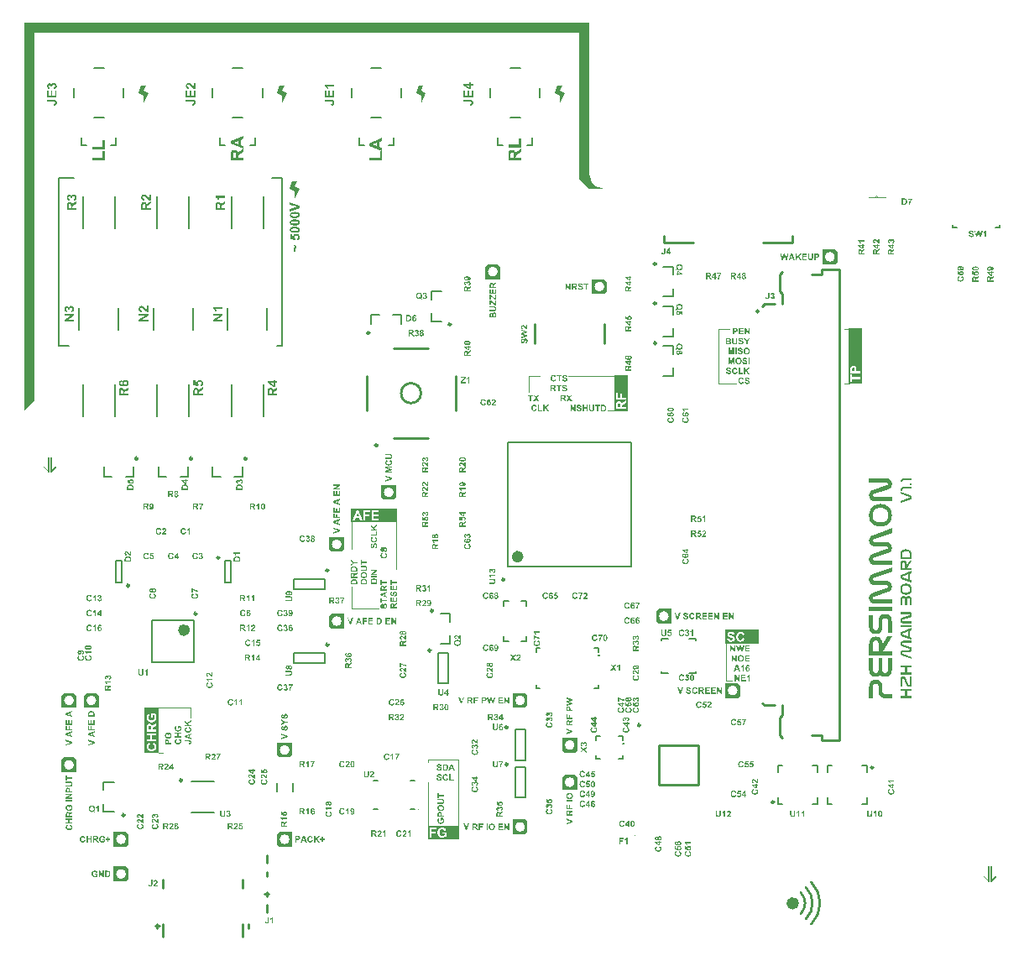
<source format=gto>
G04 Layer_Color=65535*
%FSLAX25Y25*%
%MOIN*%
G70*
G01*
G75*
%ADD10C,0.00591*%
%ADD59C,0.00984*%
%ADD62C,0.02953*%
%ADD71C,0.01000*%
%ADD72C,0.00394*%
%ADD73C,0.02362*%
%ADD74C,0.00787*%
%ADD75C,0.00492*%
G36*
X-9842Y-4684D02*
X-11660D01*
X-11656Y-4688D01*
X-11649Y-4695D01*
X-11638Y-4710D01*
X-11619Y-4732D01*
X-11600Y-4755D01*
X-11578Y-4785D01*
X-11552Y-4822D01*
X-11522Y-4860D01*
X-11492Y-4905D01*
X-11462Y-4953D01*
X-11402Y-5058D01*
X-11346Y-5178D01*
X-11297Y-5308D01*
X-11735D01*
Y-5305D01*
X-11739Y-5301D01*
X-11742Y-5290D01*
X-11746Y-5275D01*
X-11765Y-5237D01*
X-11787Y-5189D01*
X-11817Y-5125D01*
X-11858Y-5058D01*
X-11907Y-4983D01*
X-11967Y-4901D01*
X-11970Y-4897D01*
X-11974Y-4890D01*
X-11986Y-4878D01*
X-11997Y-4863D01*
X-12034Y-4826D01*
X-12083Y-4777D01*
X-12143Y-4729D01*
X-12210Y-4676D01*
X-12288Y-4631D01*
X-12371Y-4594D01*
Y-4201D01*
X-9842D01*
Y-4684D01*
D02*
G37*
G36*
X-10542Y-1826D02*
X-10512Y-1830D01*
X-10482Y-1834D01*
X-10445Y-1841D01*
X-10403Y-1853D01*
X-10314Y-1883D01*
X-10269Y-1901D01*
X-10220Y-1924D01*
X-10172Y-1954D01*
X-10123Y-1987D01*
X-10078Y-2025D01*
X-10033Y-2066D01*
X-10029Y-2070D01*
X-10022Y-2077D01*
X-10011Y-2092D01*
X-9996Y-2111D01*
X-9981Y-2133D01*
X-9958Y-2163D01*
X-9940Y-2197D01*
X-9917Y-2234D01*
X-9895Y-2275D01*
X-9876Y-2320D01*
X-9854Y-2369D01*
X-9839Y-2425D01*
X-9824Y-2481D01*
X-9813Y-2541D01*
X-9805Y-2604D01*
X-9801Y-2672D01*
Y-2675D01*
Y-2687D01*
Y-2705D01*
X-9805Y-2728D01*
X-9809Y-2758D01*
X-9813Y-2791D01*
X-9816Y-2829D01*
X-9827Y-2870D01*
X-9850Y-2960D01*
X-9884Y-3053D01*
X-9906Y-3102D01*
X-9932Y-3150D01*
X-9962Y-3195D01*
X-9996Y-3240D01*
X-10000Y-3244D01*
X-10003Y-3251D01*
X-10014Y-3263D01*
X-10033Y-3274D01*
X-10052Y-3292D01*
X-10074Y-3311D01*
X-10104Y-3334D01*
X-10134Y-3356D01*
X-10209Y-3401D01*
X-10295Y-3442D01*
X-10396Y-3476D01*
X-10452Y-3491D01*
X-10508Y-3498D01*
X-10568Y-3031D01*
X-10560D01*
X-10538Y-3027D01*
X-10508Y-3019D01*
X-10467Y-3008D01*
X-10422Y-2993D01*
X-10377Y-2971D01*
X-10332Y-2945D01*
X-10295Y-2911D01*
X-10291Y-2907D01*
X-10280Y-2892D01*
X-10265Y-2874D01*
X-10250Y-2844D01*
X-10231Y-2810D01*
X-10216Y-2769D01*
X-10205Y-2724D01*
X-10202Y-2675D01*
Y-2668D01*
X-10205Y-2649D01*
X-10209Y-2623D01*
X-10216Y-2586D01*
X-10228Y-2544D01*
X-10250Y-2503D01*
X-10276Y-2462D01*
X-10314Y-2421D01*
X-10317Y-2417D01*
X-10336Y-2406D01*
X-10359Y-2387D01*
X-10392Y-2369D01*
X-10437Y-2350D01*
X-10490Y-2331D01*
X-10549Y-2320D01*
X-10617Y-2316D01*
X-10646D01*
X-10680Y-2320D01*
X-10721Y-2328D01*
X-10766Y-2343D01*
X-10815Y-2358D01*
X-10864Y-2384D01*
X-10905Y-2417D01*
X-10908Y-2421D01*
X-10923Y-2436D01*
X-10938Y-2455D01*
X-10961Y-2485D01*
X-10979Y-2518D01*
X-10998Y-2560D01*
X-11009Y-2604D01*
X-11013Y-2657D01*
Y-2661D01*
Y-2672D01*
Y-2694D01*
X-11009Y-2720D01*
X-11006Y-2750D01*
X-10998Y-2788D01*
X-10987Y-2833D01*
X-10976Y-2877D01*
X-11368Y-2825D01*
Y-2821D01*
Y-2818D01*
Y-2806D01*
Y-2791D01*
X-11372Y-2758D01*
X-11376Y-2713D01*
X-11387Y-2664D01*
X-11398Y-2612D01*
X-11421Y-2563D01*
X-11451Y-2522D01*
X-11454Y-2518D01*
X-11466Y-2507D01*
X-11488Y-2488D01*
X-11514Y-2470D01*
X-11548Y-2451D01*
X-11589Y-2432D01*
X-11638Y-2421D01*
X-11690Y-2417D01*
X-11712D01*
X-11735Y-2421D01*
X-11765Y-2429D01*
X-11795Y-2436D01*
X-11828Y-2451D01*
X-11862Y-2470D01*
X-11892Y-2496D01*
X-11896Y-2500D01*
X-11903Y-2511D01*
X-11918Y-2526D01*
X-11933Y-2548D01*
X-11944Y-2578D01*
X-11959Y-2612D01*
X-11967Y-2653D01*
X-11970Y-2698D01*
Y-2702D01*
Y-2717D01*
X-11967Y-2743D01*
X-11959Y-2769D01*
X-11948Y-2803D01*
X-11933Y-2840D01*
X-11914Y-2877D01*
X-11885Y-2911D01*
X-11881Y-2915D01*
X-11869Y-2926D01*
X-11847Y-2941D01*
X-11821Y-2956D01*
X-11787Y-2975D01*
X-11742Y-2990D01*
X-11694Y-3005D01*
X-11634Y-3016D01*
X-11709Y-3461D01*
X-11712D01*
X-11720Y-3457D01*
X-11731D01*
X-11746Y-3453D01*
X-11787Y-3442D01*
X-11840Y-3427D01*
X-11899Y-3409D01*
X-11959Y-3382D01*
X-12019Y-3356D01*
X-12075Y-3322D01*
X-12083Y-3319D01*
X-12098Y-3304D01*
X-12124Y-3285D01*
X-12154Y-3255D01*
X-12187Y-3218D01*
X-12225Y-3173D01*
X-12262Y-3121D01*
X-12292Y-3061D01*
Y-3057D01*
X-12296Y-3053D01*
X-12303Y-3031D01*
X-12318Y-2997D01*
X-12333Y-2952D01*
X-12344Y-2896D01*
X-12359Y-2833D01*
X-12367Y-2761D01*
X-12371Y-2687D01*
Y-2683D01*
Y-2672D01*
Y-2653D01*
X-12367Y-2627D01*
X-12363Y-2597D01*
X-12359Y-2563D01*
X-12352Y-2522D01*
X-12341Y-2481D01*
X-12315Y-2387D01*
X-12296Y-2343D01*
X-12273Y-2294D01*
X-12247Y-2245D01*
X-12217Y-2200D01*
X-12184Y-2156D01*
X-12143Y-2114D01*
X-12139Y-2111D01*
X-12135Y-2107D01*
X-12124Y-2100D01*
X-12109Y-2084D01*
X-12071Y-2058D01*
X-12019Y-2025D01*
X-11959Y-1991D01*
X-11888Y-1961D01*
X-11810Y-1942D01*
X-11768Y-1939D01*
X-11724Y-1935D01*
X-11709D01*
X-11690Y-1939D01*
X-11668D01*
X-11641Y-1946D01*
X-11608Y-1954D01*
X-11570Y-1965D01*
X-11533Y-1980D01*
X-11492Y-1998D01*
X-11447Y-2025D01*
X-11402Y-2051D01*
X-11361Y-2088D01*
X-11316Y-2129D01*
X-11271Y-2178D01*
X-11230Y-2234D01*
X-11193Y-2298D01*
Y-2294D01*
X-11189Y-2286D01*
Y-2275D01*
X-11181Y-2260D01*
X-11170Y-2223D01*
X-11151Y-2174D01*
X-11122Y-2118D01*
X-11084Y-2062D01*
X-11039Y-2006D01*
X-10983Y-1954D01*
X-10976Y-1946D01*
X-10953Y-1931D01*
X-10920Y-1912D01*
X-10875Y-1886D01*
X-10819Y-1864D01*
X-10751Y-1841D01*
X-10680Y-1826D01*
X-10598Y-1823D01*
X-10564D01*
X-10542Y-1826D01*
D02*
G37*
G36*
X-185280Y184503D02*
X-185174Y184497D01*
X-185061Y184486D01*
X-184938Y184475D01*
X-184819Y184453D01*
X-184718Y184424D01*
X-184713D01*
X-184702Y184419D01*
X-184685Y184413D01*
X-184662Y184402D01*
X-184606Y184374D01*
X-184533Y184335D01*
X-184449Y184278D01*
X-184359Y184205D01*
X-184269Y184121D01*
X-184190Y184020D01*
Y184014D01*
X-184184Y184009D01*
X-184173Y183992D01*
X-184162Y183969D01*
X-184145Y183935D01*
X-184128Y183902D01*
X-184111Y183862D01*
X-184095Y183812D01*
X-184055Y183705D01*
X-184027Y183570D01*
X-184005Y183419D01*
X-183993Y183250D01*
Y183244D01*
Y183227D01*
Y183194D01*
X-183999Y183160D01*
X-184005Y183109D01*
X-184010Y183059D01*
X-184021Y182997D01*
X-184033Y182930D01*
X-184066Y182789D01*
X-184123Y182649D01*
X-184162Y182576D01*
X-184201Y182508D01*
X-184246Y182446D01*
X-184302Y182384D01*
X-184308Y182379D01*
X-184319Y182373D01*
X-184336Y182356D01*
X-184359Y182340D01*
X-184392Y182317D01*
X-184432Y182289D01*
X-184482Y182261D01*
X-184538Y182238D01*
X-184595Y182210D01*
X-184668Y182182D01*
X-184741Y182154D01*
X-184825Y182132D01*
X-184915Y182115D01*
X-185011Y182098D01*
X-185112Y182092D01*
X-185224Y182087D01*
X-185308Y182811D01*
X-185280D01*
X-185258Y182817D01*
X-185196D01*
X-185129Y182828D01*
X-185055Y182840D01*
X-184977Y182857D01*
X-184904Y182873D01*
X-184848Y182902D01*
X-184836Y182907D01*
X-184814Y182924D01*
X-184786Y182952D01*
X-184746Y182997D01*
X-184707Y183048D01*
X-184679Y183115D01*
X-184657Y183188D01*
X-184645Y183278D01*
Y183284D01*
Y183289D01*
Y183317D01*
X-184651Y183362D01*
X-184662Y183419D01*
X-184679Y183475D01*
X-184707Y183537D01*
X-184741Y183593D01*
X-184786Y183638D01*
X-184791Y183643D01*
X-184814Y183654D01*
X-184859Y183671D01*
X-184915Y183694D01*
X-184954Y183700D01*
X-184999Y183711D01*
X-185050Y183722D01*
X-185106Y183728D01*
X-185168Y183733D01*
X-185235Y183739D01*
X-185308Y183745D01*
X-187837D01*
Y184509D01*
X-185325D01*
X-185280Y184503D01*
D02*
G37*
G36*
X-44243Y98970D02*
X-44172Y98966D01*
X-44098Y98962D01*
X-44019Y98955D01*
X-43940Y98940D01*
X-43873Y98925D01*
X-43869D01*
X-43862Y98921D01*
X-43851Y98918D01*
X-43836Y98914D01*
X-43795Y98895D01*
X-43742Y98869D01*
X-43682Y98839D01*
X-43619Y98798D01*
X-43555Y98749D01*
X-43495Y98689D01*
X-43492D01*
X-43488Y98682D01*
X-43469Y98659D01*
X-43439Y98626D01*
X-43406Y98577D01*
X-43365Y98517D01*
X-43323Y98446D01*
X-43286Y98368D01*
X-43252Y98282D01*
Y98278D01*
X-43249Y98270D01*
X-43245Y98259D01*
X-43241Y98241D01*
X-43234Y98214D01*
X-43226Y98188D01*
X-43219Y98155D01*
X-43211Y98117D01*
X-43204Y98076D01*
X-43196Y98031D01*
X-43189Y97983D01*
X-43181Y97930D01*
X-43174Y97818D01*
X-43170Y97691D01*
Y97687D01*
Y97676D01*
Y97661D01*
Y97638D01*
X-43174Y97612D01*
Y97579D01*
X-43178Y97545D01*
X-43181Y97508D01*
X-43189Y97422D01*
X-43204Y97332D01*
X-43222Y97238D01*
X-43249Y97152D01*
Y97149D01*
X-43252Y97141D01*
X-43260Y97126D01*
X-43267Y97107D01*
X-43275Y97085D01*
X-43286Y97059D01*
X-43316Y96995D01*
X-43357Y96924D01*
X-43402Y96849D01*
X-43454Y96775D01*
X-43518Y96707D01*
X-43525Y96703D01*
X-43540Y96685D01*
X-43570Y96662D01*
X-43611Y96636D01*
X-43664Y96602D01*
X-43723Y96569D01*
X-43795Y96539D01*
X-43873Y96509D01*
X-43881Y96505D01*
X-43892D01*
X-43903Y96501D01*
X-43940Y96494D01*
X-43993Y96483D01*
X-44056Y96472D01*
X-44135Y96464D01*
X-44221Y96460D01*
X-44322Y96457D01*
X-45276D01*
Y98974D01*
X-44273D01*
X-44243Y98970D01*
D02*
G37*
G36*
X-41876Y98981D02*
X-41853D01*
X-41824Y98977D01*
X-41760Y98966D01*
X-41685Y98944D01*
X-41607Y98914D01*
X-41528Y98876D01*
X-41491Y98850D01*
X-41453Y98820D01*
X-41450D01*
X-41446Y98813D01*
X-41423Y98790D01*
X-41390Y98753D01*
X-41352Y98701D01*
X-41311Y98637D01*
X-41270Y98555D01*
X-41236Y98461D01*
X-41210Y98353D01*
X-41678Y98304D01*
Y98312D01*
X-41682Y98327D01*
X-41689Y98353D01*
X-41697Y98383D01*
X-41708Y98416D01*
X-41726Y98454D01*
X-41745Y98484D01*
X-41771Y98514D01*
X-41775Y98517D01*
X-41783Y98525D01*
X-41801Y98536D01*
X-41820Y98551D01*
X-41846Y98562D01*
X-41880Y98573D01*
X-41913Y98581D01*
X-41954Y98585D01*
X-41962D01*
X-41981Y98581D01*
X-42007Y98577D01*
X-42044Y98566D01*
X-42085Y98551D01*
X-42127Y98525D01*
X-42171Y98491D01*
X-42213Y98446D01*
X-42216Y98439D01*
X-42224Y98431D01*
X-42228Y98416D01*
X-42239Y98401D01*
X-42246Y98379D01*
X-42257Y98353D01*
X-42269Y98323D01*
X-42280Y98289D01*
X-42291Y98248D01*
X-42302Y98199D01*
X-42314Y98147D01*
X-42325Y98091D01*
X-42332Y98027D01*
X-42340Y97956D01*
X-42347Y97878D01*
X-42344Y97882D01*
X-42340Y97885D01*
X-42329Y97896D01*
X-42314Y97912D01*
X-42276Y97945D01*
X-42224Y97986D01*
X-42156Y98024D01*
X-42082Y98057D01*
X-42037Y98072D01*
X-41996Y98084D01*
X-41947Y98087D01*
X-41898Y98091D01*
X-41868D01*
X-41846Y98087D01*
X-41820Y98084D01*
X-41790Y98080D01*
X-41719Y98061D01*
X-41640Y98035D01*
X-41596Y98016D01*
X-41554Y97994D01*
X-41510Y97968D01*
X-41465Y97934D01*
X-41423Y97900D01*
X-41382Y97859D01*
X-41379Y97855D01*
X-41371Y97848D01*
X-41364Y97837D01*
X-41349Y97818D01*
X-41334Y97796D01*
X-41315Y97769D01*
X-41293Y97736D01*
X-41274Y97698D01*
X-41255Y97657D01*
X-41233Y97612D01*
X-41214Y97564D01*
X-41199Y97511D01*
X-41184Y97455D01*
X-41173Y97395D01*
X-41169Y97332D01*
X-41165Y97264D01*
Y97261D01*
Y97246D01*
Y97227D01*
X-41169Y97201D01*
X-41173Y97167D01*
X-41177Y97130D01*
X-41184Y97089D01*
X-41195Y97044D01*
X-41221Y96943D01*
X-41240Y96894D01*
X-41263Y96842D01*
X-41289Y96789D01*
X-41319Y96741D01*
X-41352Y96692D01*
X-41394Y96647D01*
X-41397Y96644D01*
X-41405Y96636D01*
X-41416Y96625D01*
X-41435Y96610D01*
X-41457Y96595D01*
X-41483Y96573D01*
X-41517Y96554D01*
X-41551Y96531D01*
X-41592Y96509D01*
X-41637Y96490D01*
X-41685Y96468D01*
X-41738Y96453D01*
X-41790Y96438D01*
X-41850Y96427D01*
X-41913Y96419D01*
X-41977Y96416D01*
X-41992D01*
X-42014Y96419D01*
X-42041D01*
X-42070Y96423D01*
X-42108Y96430D01*
X-42153Y96442D01*
X-42198Y96453D01*
X-42246Y96468D01*
X-42295Y96487D01*
X-42347Y96513D01*
X-42400Y96539D01*
X-42452Y96573D01*
X-42504Y96614D01*
X-42553Y96659D01*
X-42601Y96711D01*
X-42605Y96715D01*
X-42613Y96726D01*
X-42624Y96745D01*
X-42639Y96767D01*
X-42658Y96801D01*
X-42680Y96842D01*
X-42699Y96887D01*
X-42721Y96943D01*
X-42747Y97006D01*
X-42766Y97078D01*
X-42788Y97156D01*
X-42807Y97246D01*
X-42822Y97339D01*
X-42833Y97444D01*
X-42841Y97556D01*
X-42845Y97680D01*
Y97683D01*
Y97687D01*
Y97710D01*
Y97747D01*
X-42841Y97792D01*
X-42837Y97848D01*
X-42830Y97915D01*
X-42822Y97986D01*
X-42811Y98065D01*
X-42781Y98229D01*
X-42762Y98312D01*
X-42736Y98394D01*
X-42706Y98472D01*
X-42673Y98547D01*
X-42635Y98618D01*
X-42590Y98678D01*
X-42587Y98682D01*
X-42579Y98693D01*
X-42564Y98708D01*
X-42545Y98727D01*
X-42519Y98749D01*
X-42489Y98775D01*
X-42452Y98802D01*
X-42411Y98831D01*
X-42366Y98861D01*
X-42317Y98888D01*
X-42261Y98914D01*
X-42201Y98936D01*
X-42138Y98955D01*
X-42070Y98974D01*
X-41999Y98981D01*
X-41925Y98985D01*
X-41898D01*
X-41876Y98981D01*
D02*
G37*
G36*
X-10882Y-5869D02*
X-10785D01*
X-10680Y-5877D01*
X-10576Y-5884D01*
X-10523Y-5888D01*
X-10478Y-5896D01*
X-10433Y-5903D01*
X-10396Y-5911D01*
X-10389D01*
X-10366Y-5918D01*
X-10329Y-5929D01*
X-10288Y-5944D01*
X-10235Y-5967D01*
X-10183Y-5993D01*
X-10130Y-6027D01*
X-10078Y-6064D01*
X-10074Y-6068D01*
X-10056Y-6083D01*
X-10033Y-6109D01*
X-10007Y-6142D01*
X-9973Y-6183D01*
X-9940Y-6236D01*
X-9906Y-6292D01*
X-9876Y-6359D01*
Y-6363D01*
X-9872Y-6367D01*
X-9869Y-6378D01*
X-9865Y-6393D01*
X-9857Y-6412D01*
X-9854Y-6434D01*
X-9839Y-6487D01*
X-9824Y-6558D01*
X-9813Y-6640D01*
X-9805Y-6733D01*
X-9801Y-6842D01*
Y-6846D01*
Y-6857D01*
Y-6875D01*
Y-6902D01*
X-9805Y-6932D01*
Y-6965D01*
X-9809Y-7003D01*
X-9813Y-7044D01*
X-9820Y-7134D01*
X-9835Y-7223D01*
X-9857Y-7309D01*
X-9869Y-7350D01*
X-9884Y-7388D01*
Y-7392D01*
X-9887Y-7395D01*
X-9899Y-7418D01*
X-9917Y-7451D01*
X-9940Y-7496D01*
X-9973Y-7541D01*
X-10007Y-7590D01*
X-10052Y-7638D01*
X-10097Y-7683D01*
X-10104Y-7687D01*
X-10119Y-7702D01*
X-10145Y-7721D01*
X-10183Y-7743D01*
X-10224Y-7766D01*
X-10272Y-7788D01*
X-10325Y-7810D01*
X-10377Y-7825D01*
X-10381D01*
X-10389Y-7829D01*
X-10400D01*
X-10418Y-7833D01*
X-10441Y-7837D01*
X-10467Y-7840D01*
X-10501Y-7844D01*
X-10538Y-7848D01*
X-10583Y-7855D01*
X-10628Y-7859D01*
X-10680Y-7863D01*
X-10740Y-7867D01*
X-10800Y-7870D01*
X-10867D01*
X-10938Y-7874D01*
X-12359D01*
Y-7365D01*
X-10886D01*
X-10822Y-7362D01*
X-10751D01*
X-10684Y-7358D01*
X-10620Y-7354D01*
X-10598Y-7350D01*
X-10576Y-7347D01*
X-10568D01*
X-10549Y-7339D01*
X-10523Y-7332D01*
X-10486Y-7317D01*
X-10448Y-7294D01*
X-10407Y-7268D01*
X-10366Y-7235D01*
X-10329Y-7193D01*
X-10325Y-7186D01*
X-10314Y-7171D01*
X-10299Y-7145D01*
X-10284Y-7104D01*
X-10265Y-7055D01*
X-10250Y-6999D01*
X-10239Y-6932D01*
X-10235Y-6857D01*
Y-6853D01*
Y-6846D01*
Y-6834D01*
Y-6819D01*
X-10239Y-6782D01*
X-10246Y-6733D01*
X-10258Y-6681D01*
X-10272Y-6629D01*
X-10291Y-6576D01*
X-10321Y-6531D01*
X-10325Y-6528D01*
X-10336Y-6513D01*
X-10355Y-6494D01*
X-10381Y-6471D01*
X-10415Y-6449D01*
X-10452Y-6427D01*
X-10493Y-6408D01*
X-10538Y-6397D01*
X-10546D01*
X-10564Y-6393D01*
X-10594Y-6389D01*
X-10639Y-6385D01*
X-10699Y-6382D01*
X-10774Y-6378D01*
X-10815D01*
X-10860Y-6374D01*
X-12359D01*
Y-5866D01*
X-10923D01*
X-10882Y-5869D01*
D02*
G37*
G36*
X-184055Y185324D02*
X-187837D01*
Y188122D01*
X-187197D01*
Y186088D01*
X-186359D01*
Y187982D01*
X-185719D01*
Y186088D01*
X-184696D01*
Y188196D01*
X-184055D01*
Y185324D01*
D02*
G37*
G36*
X-128937Y188589D02*
X-128954D01*
X-128976Y188594D01*
X-128999Y188600D01*
X-129033Y188606D01*
X-129072Y188611D01*
X-129167Y188634D01*
X-129280Y188668D01*
X-129398Y188713D01*
X-129527Y188769D01*
X-129656Y188836D01*
X-129662D01*
X-129673Y188847D01*
X-129690Y188859D01*
X-129718Y188881D01*
X-129752Y188904D01*
X-129797Y188932D01*
X-129842Y188971D01*
X-129898Y189016D01*
X-129960Y189067D01*
X-130027Y189128D01*
X-130106Y189196D01*
X-130185Y189269D01*
X-130275Y189353D01*
X-130365Y189443D01*
X-130466Y189544D01*
X-130567Y189651D01*
X-130572Y189657D01*
X-130589Y189674D01*
X-130612Y189696D01*
X-130640Y189730D01*
X-130679Y189769D01*
X-130719Y189814D01*
X-130814Y189915D01*
X-130915Y190016D01*
X-131022Y190118D01*
X-131067Y190163D01*
X-131112Y190202D01*
X-131151Y190236D01*
X-131185Y190258D01*
X-131196Y190264D01*
X-131224Y190280D01*
X-131269Y190309D01*
X-131326Y190337D01*
X-131393Y190359D01*
X-131466Y190387D01*
X-131545Y190404D01*
X-131629Y190410D01*
X-131668D01*
X-131713Y190404D01*
X-131764Y190393D01*
X-131826Y190376D01*
X-131888Y190354D01*
X-131949Y190320D01*
X-132000Y190275D01*
X-132006Y190269D01*
X-132022Y190252D01*
X-132045Y190224D01*
X-132067Y190179D01*
X-132090Y190129D01*
X-132112Y190067D01*
X-132129Y189999D01*
X-132135Y189915D01*
Y189904D01*
Y189876D01*
X-132129Y189837D01*
X-132118Y189786D01*
X-132101Y189724D01*
X-132073Y189662D01*
X-132039Y189606D01*
X-131994Y189550D01*
X-131989Y189544D01*
X-131966Y189527D01*
X-131932Y189505D01*
X-131888Y189482D01*
X-131826Y189454D01*
X-131747Y189432D01*
X-131657Y189409D01*
X-131545Y189398D01*
X-131612Y188673D01*
X-131618D01*
X-131640Y188679D01*
X-131668D01*
X-131708Y188690D01*
X-131758Y188696D01*
X-131815Y188713D01*
X-131876Y188729D01*
X-131944Y188746D01*
X-132084Y188797D01*
X-132230Y188870D01*
X-132298Y188909D01*
X-132360Y188960D01*
X-132422Y189010D01*
X-132472Y189072D01*
X-132478Y189078D01*
X-132483Y189089D01*
X-132494Y189106D01*
X-132511Y189134D01*
X-132534Y189168D01*
X-132556Y189207D01*
X-132579Y189258D01*
X-132607Y189308D01*
X-132629Y189370D01*
X-132652Y189432D01*
X-132697Y189578D01*
X-132725Y189747D01*
X-132736Y189837D01*
Y189932D01*
Y189938D01*
Y189955D01*
Y189988D01*
X-132731Y190022D01*
X-132725Y190073D01*
X-132719Y190123D01*
X-132714Y190185D01*
X-132697Y190252D01*
X-132663Y190393D01*
X-132607Y190539D01*
X-132573Y190606D01*
X-132534Y190680D01*
X-132489Y190747D01*
X-132433Y190809D01*
X-132427Y190814D01*
X-132422Y190826D01*
X-132405Y190837D01*
X-132377Y190859D01*
X-132348Y190882D01*
X-132315Y190910D01*
X-132270Y190944D01*
X-132225Y190972D01*
X-132118Y191034D01*
X-131989Y191084D01*
X-131916Y191107D01*
X-131843Y191123D01*
X-131764Y191129D01*
X-131680Y191135D01*
X-131635D01*
X-131590Y191129D01*
X-131522Y191123D01*
X-131449Y191112D01*
X-131370Y191095D01*
X-131281Y191073D01*
X-131196Y191039D01*
X-131185Y191034D01*
X-131157Y191022D01*
X-131112Y191000D01*
X-131050Y190972D01*
X-130977Y190927D01*
X-130893Y190876D01*
X-130808Y190820D01*
X-130713Y190747D01*
X-130707Y190741D01*
X-130679Y190719D01*
X-130646Y190685D01*
X-130589Y190640D01*
X-130522Y190573D01*
X-130438Y190489D01*
X-130342Y190387D01*
X-130230Y190269D01*
X-130224Y190264D01*
X-130218Y190252D01*
X-130202Y190236D01*
X-130179Y190213D01*
X-130123Y190157D01*
X-130061Y190084D01*
X-129988Y190011D01*
X-129921Y189938D01*
X-129859Y189876D01*
X-129831Y189853D01*
X-129808Y189831D01*
X-129803Y189825D01*
X-129791Y189814D01*
X-129769Y189797D01*
X-129746Y189780D01*
X-129684Y189730D01*
X-129612Y189685D01*
Y191135D01*
X-128937D01*
Y188589D01*
D02*
G37*
G36*
X-75044Y184503D02*
X-74937Y184497D01*
X-74825Y184486D01*
X-74701Y184475D01*
X-74583Y184453D01*
X-74482Y184424D01*
X-74476D01*
X-74465Y184419D01*
X-74448Y184413D01*
X-74426Y184402D01*
X-74370Y184374D01*
X-74297Y184335D01*
X-74212Y184278D01*
X-74122Y184205D01*
X-74032Y184121D01*
X-73954Y184020D01*
Y184014D01*
X-73948Y184009D01*
X-73937Y183992D01*
X-73926Y183969D01*
X-73909Y183935D01*
X-73892Y183902D01*
X-73875Y183862D01*
X-73858Y183812D01*
X-73819Y183705D01*
X-73791Y183570D01*
X-73768Y183419D01*
X-73757Y183250D01*
Y183244D01*
Y183227D01*
Y183194D01*
X-73763Y183160D01*
X-73768Y183109D01*
X-73774Y183059D01*
X-73785Y182997D01*
X-73796Y182930D01*
X-73830Y182789D01*
X-73886Y182649D01*
X-73926Y182576D01*
X-73965Y182508D01*
X-74010Y182446D01*
X-74066Y182384D01*
X-74072Y182379D01*
X-74083Y182373D01*
X-74100Y182356D01*
X-74122Y182340D01*
X-74156Y182317D01*
X-74195Y182289D01*
X-74246Y182261D01*
X-74302Y182238D01*
X-74358Y182210D01*
X-74432Y182182D01*
X-74505Y182154D01*
X-74589Y182132D01*
X-74679Y182115D01*
X-74774Y182098D01*
X-74875Y182092D01*
X-74988Y182087D01*
X-75072Y182811D01*
X-75044D01*
X-75022Y182817D01*
X-74960D01*
X-74892Y182828D01*
X-74819Y182840D01*
X-74741Y182857D01*
X-74668Y182873D01*
X-74611Y182902D01*
X-74600Y182907D01*
X-74578Y182924D01*
X-74550Y182952D01*
X-74510Y182997D01*
X-74471Y183048D01*
X-74443Y183115D01*
X-74420Y183188D01*
X-74409Y183278D01*
Y183284D01*
Y183289D01*
Y183317D01*
X-74415Y183362D01*
X-74426Y183419D01*
X-74443Y183475D01*
X-74471Y183537D01*
X-74505Y183593D01*
X-74550Y183638D01*
X-74555Y183643D01*
X-74578Y183654D01*
X-74623Y183671D01*
X-74679Y183694D01*
X-74718Y183700D01*
X-74763Y183711D01*
X-74814Y183722D01*
X-74870Y183728D01*
X-74932Y183733D01*
X-74999Y183739D01*
X-75072Y183745D01*
X-77601D01*
Y184509D01*
X-75089D01*
X-75044Y184503D01*
D02*
G37*
G36*
X-73819Y185324D02*
X-77601D01*
Y188122D01*
X-76960D01*
Y186088D01*
X-76123D01*
Y187982D01*
X-75482D01*
Y186088D01*
X-74460D01*
Y188196D01*
X-73819D01*
Y185324D01*
D02*
G37*
G36*
X-185106Y191168D02*
X-185061Y191163D01*
X-185016Y191157D01*
X-184960Y191146D01*
X-184898Y191129D01*
X-184763Y191084D01*
X-184696Y191056D01*
X-184623Y191022D01*
X-184550Y190977D01*
X-184477Y190927D01*
X-184409Y190871D01*
X-184342Y190809D01*
X-184336Y190803D01*
X-184325Y190792D01*
X-184308Y190770D01*
X-184286Y190741D01*
X-184263Y190708D01*
X-184229Y190663D01*
X-184201Y190612D01*
X-184168Y190556D01*
X-184134Y190494D01*
X-184106Y190427D01*
X-184072Y190354D01*
X-184049Y190269D01*
X-184027Y190185D01*
X-184010Y190095D01*
X-183999Y189999D01*
X-183993Y189898D01*
Y189893D01*
Y189876D01*
Y189848D01*
X-183999Y189814D01*
X-184005Y189769D01*
X-184010Y189718D01*
X-184016Y189662D01*
X-184033Y189601D01*
X-184066Y189466D01*
X-184117Y189325D01*
X-184151Y189252D01*
X-184190Y189179D01*
X-184235Y189112D01*
X-184286Y189044D01*
X-184291Y189039D01*
X-184297Y189027D01*
X-184314Y189010D01*
X-184342Y188994D01*
X-184370Y188965D01*
X-184404Y188937D01*
X-184449Y188904D01*
X-184494Y188870D01*
X-184606Y188803D01*
X-184735Y188741D01*
X-184887Y188690D01*
X-184971Y188668D01*
X-185055Y188656D01*
X-185145Y189359D01*
X-185134D01*
X-185100Y189365D01*
X-185055Y189376D01*
X-184994Y189393D01*
X-184926Y189415D01*
X-184859Y189449D01*
X-184791Y189488D01*
X-184735Y189539D01*
X-184730Y189544D01*
X-184713Y189567D01*
X-184690Y189595D01*
X-184668Y189640D01*
X-184640Y189690D01*
X-184617Y189752D01*
X-184600Y189820D01*
X-184595Y189893D01*
Y189904D01*
X-184600Y189932D01*
X-184606Y189971D01*
X-184617Y190028D01*
X-184634Y190089D01*
X-184668Y190151D01*
X-184707Y190213D01*
X-184763Y190275D01*
X-184769Y190280D01*
X-184797Y190297D01*
X-184831Y190325D01*
X-184881Y190354D01*
X-184949Y190382D01*
X-185027Y190410D01*
X-185117Y190427D01*
X-185219Y190432D01*
X-185264D01*
X-185314Y190427D01*
X-185376Y190415D01*
X-185443Y190393D01*
X-185516Y190370D01*
X-185589Y190331D01*
X-185651Y190280D01*
X-185657Y190275D01*
X-185679Y190252D01*
X-185702Y190224D01*
X-185735Y190179D01*
X-185764Y190129D01*
X-185792Y190067D01*
X-185809Y189999D01*
X-185814Y189921D01*
Y189915D01*
Y189898D01*
Y189865D01*
X-185809Y189825D01*
X-185803Y189780D01*
X-185792Y189724D01*
X-185775Y189657D01*
X-185758Y189589D01*
X-186348Y189668D01*
Y189674D01*
Y189679D01*
Y189696D01*
Y189718D01*
X-186354Y189769D01*
X-186359Y189837D01*
X-186376Y189910D01*
X-186393Y189988D01*
X-186427Y190061D01*
X-186472Y190123D01*
X-186477Y190129D01*
X-186494Y190146D01*
X-186528Y190174D01*
X-186567Y190202D01*
X-186618Y190230D01*
X-186680Y190258D01*
X-186753Y190275D01*
X-186831Y190280D01*
X-186865D01*
X-186899Y190275D01*
X-186944Y190264D01*
X-186989Y190252D01*
X-187039Y190230D01*
X-187090Y190202D01*
X-187135Y190163D01*
X-187141Y190157D01*
X-187152Y190140D01*
X-187174Y190118D01*
X-187197Y190084D01*
X-187214Y190039D01*
X-187236Y189988D01*
X-187247Y189927D01*
X-187253Y189859D01*
Y189853D01*
Y189831D01*
X-187247Y189792D01*
X-187236Y189752D01*
X-187219Y189702D01*
X-187197Y189646D01*
X-187169Y189589D01*
X-187124Y189539D01*
X-187118Y189533D01*
X-187101Y189516D01*
X-187067Y189494D01*
X-187028Y189471D01*
X-186978Y189443D01*
X-186910Y189421D01*
X-186837Y189398D01*
X-186747Y189381D01*
X-186860Y188713D01*
X-186865D01*
X-186876Y188718D01*
X-186893D01*
X-186916Y188724D01*
X-186978Y188741D01*
X-187056Y188763D01*
X-187146Y188791D01*
X-187236Y188831D01*
X-187326Y188870D01*
X-187410Y188920D01*
X-187422Y188926D01*
X-187444Y188949D01*
X-187483Y188977D01*
X-187528Y189022D01*
X-187579Y189078D01*
X-187635Y189145D01*
X-187691Y189224D01*
X-187736Y189314D01*
Y189320D01*
X-187742Y189325D01*
X-187753Y189359D01*
X-187776Y189409D01*
X-187798Y189477D01*
X-187815Y189561D01*
X-187837Y189657D01*
X-187849Y189763D01*
X-187854Y189876D01*
Y189882D01*
Y189898D01*
Y189927D01*
X-187849Y189966D01*
X-187843Y190011D01*
X-187837Y190061D01*
X-187826Y190123D01*
X-187809Y190185D01*
X-187770Y190325D01*
X-187742Y190393D01*
X-187708Y190466D01*
X-187669Y190539D01*
X-187624Y190606D01*
X-187573Y190674D01*
X-187512Y190736D01*
X-187506Y190741D01*
X-187500Y190747D01*
X-187483Y190758D01*
X-187461Y190781D01*
X-187405Y190820D01*
X-187326Y190871D01*
X-187236Y190921D01*
X-187129Y190966D01*
X-187011Y190994D01*
X-186950Y191000D01*
X-186882Y191006D01*
X-186860D01*
X-186831Y191000D01*
X-186798D01*
X-186758Y190989D01*
X-186708Y190977D01*
X-186652Y190961D01*
X-186595Y190938D01*
X-186534Y190910D01*
X-186466Y190871D01*
X-186399Y190831D01*
X-186337Y190775D01*
X-186269Y190713D01*
X-186202Y190640D01*
X-186140Y190556D01*
X-186084Y190460D01*
Y190466D01*
X-186078Y190477D01*
Y190494D01*
X-186067Y190517D01*
X-186050Y190573D01*
X-186022Y190646D01*
X-185977Y190730D01*
X-185921Y190814D01*
X-185854Y190899D01*
X-185769Y190977D01*
X-185758Y190989D01*
X-185724Y191011D01*
X-185674Y191039D01*
X-185606Y191079D01*
X-185522Y191112D01*
X-185421Y191146D01*
X-185314Y191168D01*
X-185190Y191174D01*
X-185140D01*
X-185106Y191168D01*
D02*
G37*
G36*
X-130162Y184503D02*
X-130055Y184497D01*
X-129943Y184486D01*
X-129819Y184475D01*
X-129701Y184453D01*
X-129600Y184424D01*
X-129595D01*
X-129583Y184419D01*
X-129567Y184413D01*
X-129544Y184402D01*
X-129488Y184374D01*
X-129415Y184335D01*
X-129331Y184278D01*
X-129241Y184205D01*
X-129151Y184121D01*
X-129072Y184020D01*
Y184014D01*
X-129066Y184009D01*
X-129055Y183992D01*
X-129044Y183969D01*
X-129027Y183935D01*
X-129010Y183902D01*
X-128993Y183862D01*
X-128976Y183812D01*
X-128937Y183705D01*
X-128909Y183570D01*
X-128886Y183419D01*
X-128875Y183250D01*
Y183244D01*
Y183227D01*
Y183194D01*
X-128881Y183160D01*
X-128886Y183109D01*
X-128892Y183059D01*
X-128903Y182997D01*
X-128915Y182930D01*
X-128948Y182789D01*
X-129005Y182649D01*
X-129044Y182576D01*
X-129083Y182508D01*
X-129128Y182446D01*
X-129184Y182384D01*
X-129190Y182379D01*
X-129201Y182373D01*
X-129218Y182356D01*
X-129241Y182340D01*
X-129274Y182317D01*
X-129314Y182289D01*
X-129364Y182261D01*
X-129420Y182238D01*
X-129477Y182210D01*
X-129550Y182182D01*
X-129623Y182154D01*
X-129707Y182132D01*
X-129797Y182115D01*
X-129893Y182098D01*
X-129994Y182092D01*
X-130106Y182087D01*
X-130190Y182811D01*
X-130162D01*
X-130140Y182817D01*
X-130078D01*
X-130010Y182828D01*
X-129937Y182840D01*
X-129859Y182857D01*
X-129786Y182873D01*
X-129729Y182902D01*
X-129718Y182907D01*
X-129696Y182924D01*
X-129668Y182952D01*
X-129628Y182997D01*
X-129589Y183048D01*
X-129561Y183115D01*
X-129538Y183188D01*
X-129527Y183278D01*
Y183284D01*
Y183289D01*
Y183317D01*
X-129533Y183362D01*
X-129544Y183419D01*
X-129561Y183475D01*
X-129589Y183537D01*
X-129623Y183593D01*
X-129668Y183638D01*
X-129673Y183643D01*
X-129696Y183654D01*
X-129741Y183671D01*
X-129797Y183694D01*
X-129836Y183700D01*
X-129881Y183711D01*
X-129932Y183722D01*
X-129988Y183728D01*
X-130050Y183733D01*
X-130117Y183739D01*
X-130190Y183745D01*
X-132719D01*
Y184509D01*
X-130207D01*
X-130162Y184503D01*
D02*
G37*
G36*
X-128937Y185324D02*
X-132719D01*
Y188122D01*
X-132079D01*
Y186088D01*
X-131241D01*
Y187982D01*
X-130601D01*
Y186088D01*
X-129578D01*
Y188196D01*
X-128937D01*
Y185324D01*
D02*
G37*
G36*
X-107555Y-26575D02*
X-108038D01*
Y-24757D01*
X-108042Y-24761D01*
X-108049Y-24768D01*
X-108064Y-24780D01*
X-108086Y-24798D01*
X-108109Y-24817D01*
X-108139Y-24839D01*
X-108176Y-24866D01*
X-108214Y-24896D01*
X-108258Y-24926D01*
X-108307Y-24955D01*
X-108412Y-25015D01*
X-108531Y-25071D01*
X-108662Y-25120D01*
Y-24682D01*
X-108659D01*
X-108655Y-24679D01*
X-108644Y-24675D01*
X-108629Y-24671D01*
X-108591Y-24653D01*
X-108543Y-24630D01*
X-108479Y-24600D01*
X-108412Y-24559D01*
X-108337Y-24510D01*
X-108255Y-24451D01*
X-108251Y-24447D01*
X-108244Y-24443D01*
X-108232Y-24432D01*
X-108217Y-24421D01*
X-108180Y-24383D01*
X-108131Y-24335D01*
X-108083Y-24275D01*
X-108030Y-24207D01*
X-107985Y-24129D01*
X-107948Y-24047D01*
X-107555D01*
Y-26575D01*
D02*
G37*
G36*
X-105943Y-24050D02*
X-105910Y-24054D01*
X-105876Y-24058D01*
X-105835Y-24062D01*
X-105790Y-24073D01*
X-105696Y-24095D01*
X-105599Y-24133D01*
X-105554Y-24155D01*
X-105506Y-24181D01*
X-105461Y-24211D01*
X-105420Y-24249D01*
X-105416Y-24252D01*
X-105409Y-24256D01*
X-105401Y-24267D01*
X-105386Y-24286D01*
X-105371Y-24305D01*
X-105352Y-24327D01*
X-105330Y-24357D01*
X-105311Y-24387D01*
X-105270Y-24458D01*
X-105236Y-24544D01*
X-105222Y-24593D01*
X-105210Y-24641D01*
X-105207Y-24694D01*
X-105203Y-24750D01*
Y-24757D01*
Y-24780D01*
X-105207Y-24810D01*
X-105210Y-24854D01*
X-105218Y-24903D01*
X-105229Y-24955D01*
X-105244Y-25015D01*
X-105266Y-25071D01*
X-105270Y-25079D01*
X-105278Y-25098D01*
X-105293Y-25128D01*
X-105311Y-25169D01*
X-105341Y-25217D01*
X-105375Y-25273D01*
X-105412Y-25329D01*
X-105461Y-25393D01*
X-105465Y-25397D01*
X-105480Y-25416D01*
X-105502Y-25438D01*
X-105532Y-25475D01*
X-105577Y-25520D01*
X-105633Y-25576D01*
X-105700Y-25640D01*
X-105779Y-25715D01*
X-105783Y-25718D01*
X-105790Y-25722D01*
X-105801Y-25733D01*
X-105816Y-25748D01*
X-105854Y-25786D01*
X-105902Y-25827D01*
X-105951Y-25875D01*
X-106000Y-25920D01*
X-106041Y-25962D01*
X-106056Y-25980D01*
X-106070Y-25995D01*
X-106074Y-25999D01*
X-106082Y-26006D01*
X-106093Y-26021D01*
X-106104Y-26036D01*
X-106138Y-26077D01*
X-106168Y-26126D01*
X-105203D01*
Y-26575D01*
X-106897D01*
Y-26571D01*
Y-26564D01*
X-106893Y-26549D01*
X-106890Y-26534D01*
X-106886Y-26511D01*
X-106882Y-26485D01*
X-106867Y-26421D01*
X-106845Y-26347D01*
X-106815Y-26268D01*
X-106777Y-26182D01*
X-106732Y-26096D01*
Y-26092D01*
X-106725Y-26085D01*
X-106718Y-26074D01*
X-106703Y-26055D01*
X-106688Y-26033D01*
X-106669Y-26003D01*
X-106643Y-25973D01*
X-106613Y-25935D01*
X-106579Y-25894D01*
X-106538Y-25849D01*
X-106493Y-25797D01*
X-106445Y-25745D01*
X-106388Y-25685D01*
X-106329Y-25625D01*
X-106261Y-25558D01*
X-106190Y-25490D01*
X-106186Y-25486D01*
X-106175Y-25475D01*
X-106160Y-25460D01*
X-106138Y-25442D01*
X-106112Y-25416D01*
X-106082Y-25389D01*
X-106014Y-25326D01*
X-105947Y-25258D01*
X-105880Y-25187D01*
X-105850Y-25157D01*
X-105824Y-25128D01*
X-105801Y-25101D01*
X-105786Y-25079D01*
X-105783Y-25071D01*
X-105771Y-25053D01*
X-105753Y-25023D01*
X-105734Y-24985D01*
X-105719Y-24940D01*
X-105700Y-24892D01*
X-105689Y-24839D01*
X-105685Y-24783D01*
Y-24780D01*
Y-24776D01*
Y-24757D01*
X-105689Y-24727D01*
X-105696Y-24694D01*
X-105708Y-24653D01*
X-105723Y-24611D01*
X-105745Y-24570D01*
X-105775Y-24536D01*
X-105779Y-24533D01*
X-105790Y-24522D01*
X-105809Y-24507D01*
X-105839Y-24492D01*
X-105872Y-24477D01*
X-105913Y-24462D01*
X-105958Y-24451D01*
X-106014Y-24447D01*
X-106041D01*
X-106067Y-24451D01*
X-106100Y-24458D01*
X-106142Y-24469D01*
X-106183Y-24488D01*
X-106220Y-24510D01*
X-106257Y-24540D01*
X-106261Y-24544D01*
X-106272Y-24559D01*
X-106288Y-24581D01*
X-106302Y-24611D01*
X-106321Y-24653D01*
X-106336Y-24705D01*
X-106351Y-24765D01*
X-106359Y-24839D01*
X-106841Y-24795D01*
Y-24791D01*
X-106837Y-24776D01*
Y-24757D01*
X-106830Y-24731D01*
X-106826Y-24697D01*
X-106815Y-24660D01*
X-106804Y-24619D01*
X-106792Y-24574D01*
X-106759Y-24480D01*
X-106710Y-24383D01*
X-106684Y-24338D01*
X-106650Y-24297D01*
X-106617Y-24256D01*
X-106575Y-24222D01*
X-106572Y-24219D01*
X-106564Y-24215D01*
X-106553Y-24207D01*
X-106534Y-24196D01*
X-106512Y-24181D01*
X-106486Y-24166D01*
X-106452Y-24151D01*
X-106418Y-24133D01*
X-106377Y-24118D01*
X-106336Y-24103D01*
X-106239Y-24073D01*
X-106127Y-24054D01*
X-106067Y-24047D01*
X-105966D01*
X-105943Y-24050D01*
D02*
G37*
G36*
X-102021Y24178D02*
X-101991Y24174D01*
X-101954Y24167D01*
X-101917Y24159D01*
X-101872Y24148D01*
X-101827Y24137D01*
X-101782Y24118D01*
X-101733Y24096D01*
X-101685Y24073D01*
X-101640Y24040D01*
X-101591Y24006D01*
X-101550Y23965D01*
X-101509Y23920D01*
X-101505Y23916D01*
X-101498Y23905D01*
X-101487Y23886D01*
X-101471Y23860D01*
X-101453Y23826D01*
X-101430Y23785D01*
X-101408Y23733D01*
X-101385Y23677D01*
X-101363Y23610D01*
X-101341Y23535D01*
X-101318Y23449D01*
X-101300Y23355D01*
X-101285Y23254D01*
X-101273Y23146D01*
X-101266Y23026D01*
X-101262Y22895D01*
Y22892D01*
Y22888D01*
Y22876D01*
Y22865D01*
Y22828D01*
X-101266Y22779D01*
X-101269Y22719D01*
X-101277Y22652D01*
X-101285Y22577D01*
X-101292Y22499D01*
X-101322Y22331D01*
X-101344Y22244D01*
X-101367Y22158D01*
X-101397Y22080D01*
X-101430Y22001D01*
X-101468Y21930D01*
X-101513Y21867D01*
X-101516Y21863D01*
X-101520Y21856D01*
X-101535Y21844D01*
X-101550Y21826D01*
X-101569Y21807D01*
X-101595Y21788D01*
X-101625Y21762D01*
X-101658Y21740D01*
X-101696Y21717D01*
X-101741Y21695D01*
X-101786Y21672D01*
X-101838Y21654D01*
X-101894Y21635D01*
X-101950Y21624D01*
X-102014Y21616D01*
X-102081Y21612D01*
X-102096D01*
X-102119Y21616D01*
X-102141D01*
X-102175Y21620D01*
X-102208Y21627D01*
X-102249Y21635D01*
X-102294Y21646D01*
X-102339Y21661D01*
X-102388Y21680D01*
X-102440Y21702D01*
X-102489Y21732D01*
X-102537Y21762D01*
X-102586Y21799D01*
X-102631Y21844D01*
X-102676Y21893D01*
X-102680Y21897D01*
X-102687Y21908D01*
X-102698Y21923D01*
X-102709Y21949D01*
X-102728Y21979D01*
X-102747Y22020D01*
X-102766Y22069D01*
X-102788Y22125D01*
X-102810Y22188D01*
X-102829Y22263D01*
X-102848Y22345D01*
X-102866Y22435D01*
X-102878Y22536D01*
X-102889Y22648D01*
X-102896Y22768D01*
X-102900Y22899D01*
Y22903D01*
Y22906D01*
Y22918D01*
Y22929D01*
Y22966D01*
X-102896Y23015D01*
X-102893Y23075D01*
X-102885Y23142D01*
X-102878Y23213D01*
X-102870Y23295D01*
X-102840Y23460D01*
X-102822Y23546D01*
X-102796Y23632D01*
X-102769Y23714D01*
X-102736Y23789D01*
X-102698Y23860D01*
X-102653Y23924D01*
X-102650Y23927D01*
X-102642Y23935D01*
X-102631Y23946D01*
X-102616Y23965D01*
X-102594Y23984D01*
X-102567Y24006D01*
X-102537Y24028D01*
X-102504Y24055D01*
X-102466Y24077D01*
X-102421Y24100D01*
X-102377Y24122D01*
X-102324Y24141D01*
X-102268Y24159D01*
X-102212Y24171D01*
X-102148Y24178D01*
X-102081Y24182D01*
X-102048D01*
X-102021Y24178D01*
D02*
G37*
G36*
X-45276Y-30113D02*
X-45287D01*
X-45302Y-30109D01*
X-45317Y-30106D01*
X-45339Y-30102D01*
X-45365Y-30098D01*
X-45429Y-30083D01*
X-45504Y-30061D01*
X-45582Y-30031D01*
X-45668Y-29993D01*
X-45754Y-29948D01*
X-45758D01*
X-45766Y-29941D01*
X-45777Y-29933D01*
X-45796Y-29919D01*
X-45818Y-29904D01*
X-45848Y-29885D01*
X-45878Y-29859D01*
X-45915Y-29829D01*
X-45956Y-29795D01*
X-46001Y-29754D01*
X-46054Y-29709D01*
X-46106Y-29660D01*
X-46166Y-29604D01*
X-46226Y-29544D01*
X-46293Y-29477D01*
X-46360Y-29406D01*
X-46364Y-29402D01*
X-46375Y-29391D01*
X-46390Y-29376D01*
X-46409Y-29354D01*
X-46435Y-29327D01*
X-46461Y-29298D01*
X-46525Y-29230D01*
X-46592Y-29163D01*
X-46663Y-29096D01*
X-46693Y-29066D01*
X-46723Y-29040D01*
X-46749Y-29017D01*
X-46772Y-29002D01*
X-46779Y-28998D01*
X-46798Y-28987D01*
X-46828Y-28969D01*
X-46865Y-28950D01*
X-46910Y-28935D01*
X-46959Y-28916D01*
X-47011Y-28905D01*
X-47067Y-28901D01*
X-47093D01*
X-47123Y-28905D01*
X-47157Y-28912D01*
X-47198Y-28924D01*
X-47239Y-28939D01*
X-47280Y-28961D01*
X-47314Y-28991D01*
X-47318Y-28995D01*
X-47329Y-29006D01*
X-47344Y-29025D01*
X-47359Y-29054D01*
X-47374Y-29088D01*
X-47389Y-29129D01*
X-47400Y-29174D01*
X-47404Y-29230D01*
Y-29238D01*
Y-29256D01*
X-47400Y-29283D01*
X-47392Y-29316D01*
X-47381Y-29357D01*
X-47363Y-29399D01*
X-47340Y-29436D01*
X-47310Y-29473D01*
X-47306Y-29477D01*
X-47291Y-29488D01*
X-47269Y-29503D01*
X-47239Y-29518D01*
X-47198Y-29537D01*
X-47146Y-29552D01*
X-47086Y-29567D01*
X-47011Y-29574D01*
X-47056Y-30057D01*
X-47060D01*
X-47075Y-30053D01*
X-47093D01*
X-47120Y-30046D01*
X-47153Y-30042D01*
X-47190Y-30031D01*
X-47232Y-30019D01*
X-47276Y-30008D01*
X-47370Y-29975D01*
X-47467Y-29926D01*
X-47512Y-29900D01*
X-47553Y-29866D01*
X-47594Y-29832D01*
X-47628Y-29791D01*
X-47632Y-29788D01*
X-47636Y-29780D01*
X-47643Y-29769D01*
X-47654Y-29750D01*
X-47669Y-29728D01*
X-47684Y-29702D01*
X-47699Y-29668D01*
X-47718Y-29634D01*
X-47733Y-29593D01*
X-47748Y-29552D01*
X-47778Y-29455D01*
X-47796Y-29342D01*
X-47804Y-29283D01*
Y-29219D01*
Y-29215D01*
Y-29204D01*
Y-29182D01*
X-47800Y-29159D01*
X-47796Y-29126D01*
X-47793Y-29092D01*
X-47789Y-29051D01*
X-47778Y-29006D01*
X-47755Y-28912D01*
X-47718Y-28815D01*
X-47695Y-28770D01*
X-47669Y-28722D01*
X-47639Y-28677D01*
X-47602Y-28636D01*
X-47598Y-28632D01*
X-47594Y-28624D01*
X-47583Y-28617D01*
X-47565Y-28602D01*
X-47546Y-28587D01*
X-47523Y-28568D01*
X-47493Y-28546D01*
X-47464Y-28527D01*
X-47392Y-28486D01*
X-47306Y-28452D01*
X-47258Y-28437D01*
X-47209Y-28426D01*
X-47157Y-28422D01*
X-47101Y-28419D01*
X-47071D01*
X-47041Y-28422D01*
X-46996Y-28426D01*
X-46947Y-28434D01*
X-46895Y-28445D01*
X-46835Y-28460D01*
X-46779Y-28482D01*
X-46772Y-28486D01*
X-46753Y-28493D01*
X-46723Y-28508D01*
X-46682Y-28527D01*
X-46633Y-28557D01*
X-46577Y-28591D01*
X-46521Y-28628D01*
X-46457Y-28677D01*
X-46454Y-28681D01*
X-46435Y-28695D01*
X-46413Y-28718D01*
X-46375Y-28748D01*
X-46330Y-28793D01*
X-46274Y-28849D01*
X-46211Y-28916D01*
X-46136Y-28995D01*
X-46132Y-28998D01*
X-46128Y-29006D01*
X-46117Y-29017D01*
X-46102Y-29032D01*
X-46065Y-29070D01*
X-46024Y-29118D01*
X-45975Y-29167D01*
X-45930Y-29215D01*
X-45889Y-29256D01*
X-45870Y-29271D01*
X-45855Y-29286D01*
X-45852Y-29290D01*
X-45844Y-29298D01*
X-45829Y-29309D01*
X-45814Y-29320D01*
X-45773Y-29354D01*
X-45724Y-29384D01*
Y-28419D01*
X-45276D01*
Y-30113D01*
D02*
G37*
G36*
X-45956Y-26448D02*
X-45926Y-26452D01*
X-45889Y-26455D01*
X-45852Y-26463D01*
X-45810Y-26470D01*
X-45721Y-26500D01*
X-45672Y-26515D01*
X-45627Y-26537D01*
X-45579Y-26564D01*
X-45534Y-26594D01*
X-45485Y-26627D01*
X-45444Y-26668D01*
X-45440Y-26672D01*
X-45436Y-26680D01*
X-45425Y-26691D01*
X-45410Y-26709D01*
X-45395Y-26732D01*
X-45377Y-26758D01*
X-45354Y-26792D01*
X-45336Y-26825D01*
X-45317Y-26867D01*
X-45294Y-26912D01*
X-45276Y-26960D01*
X-45261Y-27013D01*
X-45246Y-27069D01*
X-45238Y-27128D01*
X-45231Y-27192D01*
X-45227Y-27259D01*
Y-27263D01*
Y-27274D01*
Y-27293D01*
X-45231Y-27315D01*
Y-27345D01*
X-45238Y-27379D01*
X-45242Y-27416D01*
X-45250Y-27461D01*
X-45272Y-27551D01*
X-45302Y-27645D01*
X-45347Y-27742D01*
X-45377Y-27787D01*
X-45406Y-27832D01*
X-45410Y-27835D01*
X-45418Y-27843D01*
X-45429Y-27858D01*
X-45448Y-27873D01*
X-45466Y-27895D01*
X-45493Y-27918D01*
X-45526Y-27940D01*
X-45560Y-27966D01*
X-45601Y-27992D01*
X-45642Y-28015D01*
X-45691Y-28037D01*
X-45743Y-28060D01*
X-45799Y-28075D01*
X-45863Y-28090D01*
X-45926Y-28097D01*
X-45994Y-28101D01*
X-46027D01*
X-46069Y-28097D01*
X-46117Y-28090D01*
X-46173Y-28075D01*
X-46237Y-28060D01*
X-46304Y-28034D01*
X-46368Y-28000D01*
X-46371D01*
X-46375Y-27996D01*
X-46398Y-27981D01*
X-46428Y-27955D01*
X-46465Y-27921D01*
X-46510Y-27876D01*
X-46551Y-27824D01*
X-46596Y-27757D01*
X-46633Y-27682D01*
Y-27686D01*
X-46637Y-27689D01*
X-46648Y-27712D01*
X-46667Y-27746D01*
X-46689Y-27787D01*
X-46719Y-27832D01*
X-46757Y-27876D01*
X-46802Y-27918D01*
X-46850Y-27955D01*
X-46858Y-27959D01*
X-46876Y-27966D01*
X-46902Y-27981D01*
X-46940Y-27996D01*
X-46985Y-28011D01*
X-47037Y-28026D01*
X-47093Y-28034D01*
X-47153Y-28037D01*
X-47179D01*
X-47202Y-28034D01*
X-47224Y-28030D01*
X-47250Y-28026D01*
X-47318Y-28011D01*
X-47389Y-27989D01*
X-47467Y-27955D01*
X-47505Y-27933D01*
X-47546Y-27906D01*
X-47583Y-27876D01*
X-47617Y-27843D01*
X-47621Y-27839D01*
X-47624Y-27835D01*
X-47636Y-27820D01*
X-47647Y-27805D01*
X-47662Y-27787D01*
X-47677Y-27760D01*
X-47692Y-27731D01*
X-47710Y-27697D01*
X-47729Y-27659D01*
X-47744Y-27618D01*
X-47759Y-27573D01*
X-47774Y-27521D01*
X-47785Y-27469D01*
X-47796Y-27409D01*
X-47800Y-27349D01*
X-47804Y-27282D01*
Y-27278D01*
Y-27267D01*
Y-27248D01*
X-47800Y-27222D01*
Y-27192D01*
X-47793Y-27158D01*
X-47789Y-27121D01*
X-47781Y-27080D01*
X-47759Y-26990D01*
X-47725Y-26897D01*
X-47703Y-26852D01*
X-47681Y-26811D01*
X-47651Y-26766D01*
X-47617Y-26728D01*
X-47613Y-26724D01*
X-47609Y-26721D01*
X-47598Y-26709D01*
X-47583Y-26698D01*
X-47565Y-26680D01*
X-47546Y-26665D01*
X-47490Y-26627D01*
X-47422Y-26590D01*
X-47344Y-26556D01*
X-47254Y-26534D01*
X-47205Y-26530D01*
X-47153Y-26526D01*
X-47123D01*
X-47089Y-26530D01*
X-47048Y-26537D01*
X-47000Y-26549D01*
X-46947Y-26567D01*
X-46891Y-26590D01*
X-46839Y-26620D01*
X-46832Y-26623D01*
X-46817Y-26635D01*
X-46794Y-26657D01*
X-46764Y-26683D01*
X-46731Y-26721D01*
X-46697Y-26766D01*
X-46663Y-26814D01*
X-46633Y-26874D01*
Y-26870D01*
X-46630Y-26867D01*
X-46626Y-26855D01*
X-46618Y-26840D01*
X-46596Y-26803D01*
X-46570Y-26754D01*
X-46536Y-26706D01*
X-46491Y-26650D01*
X-46442Y-26601D01*
X-46386Y-26556D01*
X-46379Y-26553D01*
X-46356Y-26537D01*
X-46323Y-26519D01*
X-46278Y-26500D01*
X-46226Y-26478D01*
X-46162Y-26463D01*
X-46091Y-26448D01*
X-46012Y-26444D01*
X-45979D01*
X-45956Y-26448D01*
D02*
G37*
G36*
X-110054Y-24062D02*
X-110016D01*
X-109975Y-24065D01*
X-109930D01*
X-109833Y-24077D01*
X-109736Y-24088D01*
X-109646Y-24106D01*
X-109605Y-24118D01*
X-109567Y-24129D01*
X-109564D01*
X-109560Y-24133D01*
X-109537Y-24140D01*
X-109504Y-24159D01*
X-109463Y-24185D01*
X-109414Y-24219D01*
X-109365Y-24260D01*
X-109321Y-24308D01*
X-109276Y-24368D01*
X-109272Y-24376D01*
X-109257Y-24398D01*
X-109238Y-24436D01*
X-109220Y-24480D01*
X-109197Y-24540D01*
X-109182Y-24608D01*
X-109167Y-24682D01*
X-109163Y-24765D01*
Y-24768D01*
Y-24776D01*
Y-24791D01*
X-109167Y-24813D01*
Y-24836D01*
X-109171Y-24866D01*
X-109186Y-24929D01*
X-109205Y-25004D01*
X-109235Y-25083D01*
X-109276Y-25161D01*
X-109302Y-25199D01*
X-109332Y-25236D01*
Y-25240D01*
X-109339Y-25243D01*
X-109351Y-25255D01*
X-109362Y-25266D01*
X-109380Y-25281D01*
X-109403Y-25296D01*
X-109425Y-25315D01*
X-109455Y-25333D01*
X-109489Y-25352D01*
X-109526Y-25371D01*
X-109564Y-25393D01*
X-109609Y-25408D01*
X-109657Y-25427D01*
X-109710Y-25442D01*
X-109766Y-25453D01*
X-109826Y-25464D01*
X-109822D01*
X-109818Y-25468D01*
X-109799Y-25483D01*
X-109769Y-25501D01*
X-109728Y-25528D01*
X-109687Y-25558D01*
X-109642Y-25595D01*
X-109597Y-25636D01*
X-109556Y-25677D01*
X-109553Y-25681D01*
X-109537Y-25700D01*
X-109511Y-25730D01*
X-109478Y-25771D01*
X-109437Y-25827D01*
X-109414Y-25861D01*
X-109388Y-25898D01*
X-109362Y-25939D01*
X-109332Y-25984D01*
X-109302Y-26033D01*
X-109268Y-26085D01*
X-108958Y-26575D01*
X-109567D01*
X-109934Y-26029D01*
X-109938Y-26025D01*
X-109941Y-26018D01*
X-109953Y-26003D01*
X-109964Y-25980D01*
X-109983Y-25958D01*
X-109997Y-25932D01*
X-110039Y-25872D01*
X-110084Y-25808D01*
X-110128Y-25748D01*
X-110170Y-25696D01*
X-110188Y-25673D01*
X-110203Y-25659D01*
X-110207Y-25655D01*
X-110214Y-25647D01*
X-110229Y-25632D01*
X-110248Y-25617D01*
X-110271Y-25599D01*
X-110297Y-25584D01*
X-110327Y-25565D01*
X-110357Y-25554D01*
X-110360D01*
X-110371Y-25550D01*
X-110390Y-25543D01*
X-110416Y-25539D01*
X-110454Y-25531D01*
X-110499Y-25528D01*
X-110551Y-25524D01*
X-110712D01*
Y-26575D01*
X-111221D01*
Y-24058D01*
X-110087D01*
X-110054Y-24062D01*
D02*
G37*
G36*
X-106117Y24167D02*
X-106079D01*
X-106038Y24163D01*
X-105993D01*
X-105896Y24152D01*
X-105799Y24141D01*
X-105709Y24122D01*
X-105668Y24111D01*
X-105630Y24100D01*
X-105627D01*
X-105623Y24096D01*
X-105601Y24088D01*
X-105567Y24070D01*
X-105526Y24043D01*
X-105477Y24010D01*
X-105428Y23969D01*
X-105384Y23920D01*
X-105339Y23860D01*
X-105335Y23853D01*
X-105320Y23830D01*
X-105301Y23793D01*
X-105283Y23748D01*
X-105260Y23688D01*
X-105245Y23621D01*
X-105230Y23546D01*
X-105227Y23464D01*
Y23460D01*
Y23452D01*
Y23438D01*
X-105230Y23415D01*
Y23393D01*
X-105234Y23363D01*
X-105249Y23299D01*
X-105268Y23224D01*
X-105298Y23146D01*
X-105339Y23067D01*
X-105365Y23030D01*
X-105395Y22993D01*
Y22989D01*
X-105402Y22985D01*
X-105413Y22974D01*
X-105425Y22963D01*
X-105443Y22948D01*
X-105466Y22933D01*
X-105488Y22914D01*
X-105518Y22895D01*
X-105552Y22876D01*
X-105589Y22858D01*
X-105627Y22835D01*
X-105672Y22820D01*
X-105720Y22802D01*
X-105772Y22787D01*
X-105829Y22775D01*
X-105888Y22764D01*
X-105885D01*
X-105881Y22761D01*
X-105862Y22746D01*
X-105832Y22727D01*
X-105791Y22701D01*
X-105750Y22671D01*
X-105705Y22633D01*
X-105660Y22592D01*
X-105619Y22551D01*
X-105615Y22547D01*
X-105601Y22529D01*
X-105574Y22499D01*
X-105541Y22458D01*
X-105499Y22401D01*
X-105477Y22368D01*
X-105451Y22331D01*
X-105425Y22289D01*
X-105395Y22244D01*
X-105365Y22196D01*
X-105331Y22143D01*
X-105021Y21654D01*
X-105630D01*
X-105997Y22200D01*
X-106001Y22203D01*
X-106004Y22211D01*
X-106016Y22226D01*
X-106027Y22248D01*
X-106045Y22271D01*
X-106061Y22297D01*
X-106102Y22357D01*
X-106147Y22420D01*
X-106191Y22480D01*
X-106233Y22532D01*
X-106251Y22555D01*
X-106266Y22570D01*
X-106270Y22574D01*
X-106277Y22581D01*
X-106292Y22596D01*
X-106311Y22611D01*
X-106333Y22630D01*
X-106360Y22645D01*
X-106390Y22663D01*
X-106420Y22675D01*
X-106423D01*
X-106435Y22678D01*
X-106453Y22686D01*
X-106479Y22690D01*
X-106517Y22697D01*
X-106562Y22701D01*
X-106614Y22704D01*
X-106775D01*
Y21654D01*
X-107283D01*
Y24171D01*
X-106150D01*
X-106117Y24167D01*
D02*
G37*
G36*
X-19926Y184503D02*
X-19819Y184497D01*
X-19707Y184486D01*
X-19583Y184475D01*
X-19465Y184453D01*
X-19364Y184424D01*
X-19358D01*
X-19347Y184419D01*
X-19330Y184413D01*
X-19308Y184402D01*
X-19252Y184374D01*
X-19178Y184335D01*
X-19094Y184278D01*
X-19004Y184205D01*
X-18914Y184121D01*
X-18836Y184020D01*
Y184014D01*
X-18830Y184009D01*
X-18819Y183992D01*
X-18808Y183969D01*
X-18791Y183935D01*
X-18774Y183902D01*
X-18757Y183862D01*
X-18740Y183812D01*
X-18701Y183705D01*
X-18673Y183570D01*
X-18650Y183419D01*
X-18639Y183250D01*
Y183244D01*
Y183227D01*
Y183194D01*
X-18645Y183160D01*
X-18650Y183109D01*
X-18656Y183059D01*
X-18667Y182997D01*
X-18678Y182930D01*
X-18712Y182789D01*
X-18768Y182649D01*
X-18808Y182576D01*
X-18847Y182508D01*
X-18892Y182446D01*
X-18948Y182384D01*
X-18954Y182379D01*
X-18965Y182373D01*
X-18982Y182356D01*
X-19004Y182340D01*
X-19038Y182317D01*
X-19077Y182289D01*
X-19128Y182261D01*
X-19184Y182238D01*
X-19240Y182210D01*
X-19313Y182182D01*
X-19387Y182154D01*
X-19471Y182132D01*
X-19561Y182115D01*
X-19656Y182098D01*
X-19757Y182092D01*
X-19870Y182087D01*
X-19954Y182811D01*
X-19926D01*
X-19904Y182817D01*
X-19842D01*
X-19774Y182828D01*
X-19701Y182840D01*
X-19623Y182857D01*
X-19549Y182873D01*
X-19493Y182902D01*
X-19482Y182907D01*
X-19459Y182924D01*
X-19431Y182952D01*
X-19392Y182997D01*
X-19353Y183048D01*
X-19325Y183115D01*
X-19302Y183188D01*
X-19291Y183278D01*
Y183284D01*
Y183289D01*
Y183317D01*
X-19297Y183362D01*
X-19308Y183419D01*
X-19325Y183475D01*
X-19353Y183537D01*
X-19387Y183593D01*
X-19431Y183638D01*
X-19437Y183643D01*
X-19459Y183654D01*
X-19504Y183671D01*
X-19561Y183694D01*
X-19600Y183700D01*
X-19645Y183711D01*
X-19696Y183722D01*
X-19752Y183728D01*
X-19814Y183733D01*
X-19881Y183739D01*
X-19954Y183745D01*
X-22483D01*
Y184509D01*
X-19971D01*
X-19926Y184503D01*
D02*
G37*
G36*
X-18701Y185324D02*
X-22483D01*
Y188122D01*
X-21842D01*
Y186088D01*
X-21005D01*
Y187982D01*
X-20364D01*
Y186088D01*
X-19342D01*
Y188196D01*
X-18701D01*
Y185324D01*
D02*
G37*
G36*
X-19459Y190803D02*
X-18701D01*
Y190101D01*
X-19459D01*
Y188555D01*
X-20089D01*
X-22500Y190191D01*
Y190803D01*
X-20095D01*
Y191275D01*
X-19459D01*
Y190803D01*
D02*
G37*
G36*
X-103618Y21654D02*
X-104101D01*
Y23471D01*
X-104104Y23467D01*
X-104112Y23460D01*
X-104127Y23449D01*
X-104149Y23430D01*
X-104172Y23411D01*
X-104202Y23389D01*
X-104239Y23363D01*
X-104277Y23333D01*
X-104321Y23303D01*
X-104370Y23273D01*
X-104475Y23213D01*
X-104594Y23157D01*
X-104725Y23108D01*
Y23546D01*
X-104722D01*
X-104718Y23550D01*
X-104707Y23553D01*
X-104692Y23557D01*
X-104654Y23576D01*
X-104606Y23598D01*
X-104542Y23628D01*
X-104475Y23669D01*
X-104400Y23718D01*
X-104318Y23778D01*
X-104314Y23782D01*
X-104306Y23785D01*
X-104295Y23797D01*
X-104280Y23808D01*
X-104243Y23845D01*
X-104194Y23894D01*
X-104146Y23954D01*
X-104093Y24021D01*
X-104048Y24100D01*
X-104011Y24182D01*
X-103618D01*
Y21654D01*
D02*
G37*
G36*
X-23371Y-30135D02*
Y-30139D01*
X-23379Y-30154D01*
X-23386Y-30176D01*
X-23398Y-30206D01*
X-23413Y-30240D01*
X-23428Y-30277D01*
X-23469Y-30360D01*
X-23472Y-30367D01*
X-23484Y-30386D01*
X-23499Y-30412D01*
X-23514Y-30431D01*
X-23529Y-30453D01*
X-23544Y-30479D01*
X-23566Y-30513D01*
X-23588Y-30551D01*
X-23618Y-30592D01*
X-23648Y-30640D01*
X-23686Y-30696D01*
Y-30700D01*
X-23682Y-30708D01*
X-23674Y-30723D01*
X-23671Y-30741D01*
X-23663Y-30764D01*
X-23652Y-30790D01*
X-23644Y-30823D01*
X-23633Y-30857D01*
X-23615Y-30939D01*
X-23596Y-31033D01*
X-23585Y-31138D01*
X-23581Y-31246D01*
Y-31254D01*
Y-31272D01*
X-23585Y-31302D01*
Y-31343D01*
X-23592Y-31392D01*
X-23600Y-31448D01*
X-23611Y-31508D01*
X-23622Y-31575D01*
X-23641Y-31650D01*
X-23663Y-31721D01*
X-23693Y-31800D01*
X-23723Y-31874D01*
X-23764Y-31949D01*
X-23809Y-32020D01*
X-23862Y-32091D01*
X-23921Y-32155D01*
X-23925Y-32159D01*
X-23936Y-32170D01*
X-23959Y-32185D01*
X-23985Y-32207D01*
X-24018Y-32230D01*
X-24063Y-32256D01*
X-24112Y-32286D01*
X-24168Y-32316D01*
X-24232Y-32350D01*
X-24306Y-32376D01*
X-24385Y-32406D01*
X-24467Y-32428D01*
X-24561Y-32450D01*
X-24662Y-32465D01*
X-24767Y-32477D01*
X-24879Y-32480D01*
X-24905D01*
X-24939Y-32477D01*
X-24980D01*
X-25032Y-32469D01*
X-25092Y-32462D01*
X-25159Y-32454D01*
X-25230Y-32439D01*
X-25305Y-32421D01*
X-25384Y-32398D01*
X-25462Y-32372D01*
X-25545Y-32342D01*
X-25623Y-32305D01*
X-25698Y-32260D01*
X-25769Y-32207D01*
X-25836Y-32151D01*
X-25840Y-32147D01*
X-25851Y-32136D01*
X-25870Y-32118D01*
X-25888Y-32091D01*
X-25915Y-32058D01*
X-25945Y-32017D01*
X-25975Y-31972D01*
X-26008Y-31916D01*
X-26042Y-31856D01*
X-26072Y-31789D01*
X-26102Y-31714D01*
X-26128Y-31635D01*
X-26150Y-31549D01*
X-26165Y-31459D01*
X-26177Y-31362D01*
X-26180Y-31257D01*
Y-31250D01*
Y-31231D01*
X-26177Y-31205D01*
Y-31164D01*
X-26169Y-31119D01*
X-26162Y-31063D01*
X-26150Y-31003D01*
X-26139Y-30936D01*
X-26120Y-30868D01*
X-26098Y-30797D01*
X-26068Y-30723D01*
X-26034Y-30648D01*
X-25997Y-30577D01*
X-25948Y-30502D01*
X-25896Y-30435D01*
X-25836Y-30371D01*
X-25832Y-30367D01*
X-25821Y-30356D01*
X-25802Y-30341D01*
X-25773Y-30319D01*
X-25739Y-30296D01*
X-25698Y-30266D01*
X-25645Y-30236D01*
X-25589Y-30206D01*
X-25526Y-30176D01*
X-25455Y-30147D01*
X-25376Y-30117D01*
X-25290Y-30094D01*
X-25197Y-30072D01*
X-25099Y-30057D01*
X-24995Y-30046D01*
X-24882Y-30042D01*
X-24826D01*
X-24800Y-30046D01*
X-24767D01*
X-24729Y-30049D01*
X-24688Y-30053D01*
X-24598Y-30064D01*
X-24505Y-30083D01*
X-24408Y-30106D01*
X-24310Y-30135D01*
X-24306D01*
X-24303Y-30139D01*
X-24292Y-30143D01*
X-24277Y-30147D01*
X-24239Y-30165D01*
X-24194Y-30188D01*
X-24138Y-30218D01*
X-24075Y-30255D01*
X-24011Y-30304D01*
X-23944Y-30356D01*
Y-30352D01*
X-23936Y-30349D01*
X-23933Y-30337D01*
X-23921Y-30322D01*
X-23899Y-30285D01*
X-23869Y-30236D01*
X-23835Y-30173D01*
X-23802Y-30106D01*
X-23764Y-30031D01*
X-23734Y-29948D01*
X-23371Y-30135D01*
D02*
G37*
G36*
X-23622Y-29814D02*
X-23633D01*
X-23648Y-29810D01*
X-23663Y-29806D01*
X-23686Y-29803D01*
X-23712Y-29799D01*
X-23775Y-29784D01*
X-23850Y-29761D01*
X-23929Y-29732D01*
X-24015Y-29694D01*
X-24101Y-29649D01*
X-24105D01*
X-24112Y-29642D01*
X-24123Y-29634D01*
X-24142Y-29619D01*
X-24164Y-29604D01*
X-24194Y-29586D01*
X-24224Y-29559D01*
X-24262Y-29530D01*
X-24303Y-29496D01*
X-24348Y-29455D01*
X-24400Y-29410D01*
X-24452Y-29361D01*
X-24512Y-29305D01*
X-24572Y-29245D01*
X-24639Y-29178D01*
X-24707Y-29107D01*
X-24710Y-29103D01*
X-24722Y-29092D01*
X-24737Y-29077D01*
X-24755Y-29054D01*
X-24781Y-29028D01*
X-24808Y-28998D01*
X-24871Y-28931D01*
X-24939Y-28864D01*
X-25010Y-28796D01*
X-25040Y-28767D01*
X-25069Y-28740D01*
X-25096Y-28718D01*
X-25118Y-28703D01*
X-25126Y-28699D01*
X-25144Y-28688D01*
X-25174Y-28669D01*
X-25212Y-28651D01*
X-25256Y-28636D01*
X-25305Y-28617D01*
X-25357Y-28606D01*
X-25414Y-28602D01*
X-25440D01*
X-25470Y-28606D01*
X-25503Y-28613D01*
X-25545Y-28624D01*
X-25586Y-28639D01*
X-25627Y-28662D01*
X-25660Y-28692D01*
X-25664Y-28695D01*
X-25675Y-28707D01*
X-25690Y-28725D01*
X-25705Y-28755D01*
X-25720Y-28789D01*
X-25735Y-28830D01*
X-25746Y-28875D01*
X-25750Y-28931D01*
Y-28939D01*
Y-28957D01*
X-25746Y-28984D01*
X-25739Y-29017D01*
X-25728Y-29058D01*
X-25709Y-29099D01*
X-25687Y-29137D01*
X-25657Y-29174D01*
X-25653Y-29178D01*
X-25638Y-29189D01*
X-25616Y-29204D01*
X-25586Y-29219D01*
X-25545Y-29238D01*
X-25492Y-29253D01*
X-25432Y-29268D01*
X-25357Y-29275D01*
X-25402Y-29758D01*
X-25406D01*
X-25421Y-29754D01*
X-25440D01*
X-25466Y-29746D01*
X-25500Y-29743D01*
X-25537Y-29732D01*
X-25578Y-29720D01*
X-25623Y-29709D01*
X-25717Y-29675D01*
X-25814Y-29627D01*
X-25859Y-29601D01*
X-25900Y-29567D01*
X-25941Y-29533D01*
X-25975Y-29492D01*
X-25978Y-29488D01*
X-25982Y-29481D01*
X-25989Y-29470D01*
X-26001Y-29451D01*
X-26016Y-29428D01*
X-26031Y-29402D01*
X-26046Y-29369D01*
X-26064Y-29335D01*
X-26079Y-29294D01*
X-26094Y-29253D01*
X-26124Y-29155D01*
X-26143Y-29043D01*
X-26150Y-28984D01*
Y-28920D01*
Y-28916D01*
Y-28905D01*
Y-28883D01*
X-26147Y-28860D01*
X-26143Y-28826D01*
X-26139Y-28793D01*
X-26135Y-28752D01*
X-26124Y-28707D01*
X-26102Y-28613D01*
X-26064Y-28516D01*
X-26042Y-28471D01*
X-26016Y-28422D01*
X-25986Y-28378D01*
X-25948Y-28336D01*
X-25945Y-28333D01*
X-25941Y-28325D01*
X-25930Y-28318D01*
X-25911Y-28303D01*
X-25892Y-28288D01*
X-25870Y-28269D01*
X-25840Y-28247D01*
X-25810Y-28228D01*
X-25739Y-28187D01*
X-25653Y-28153D01*
X-25604Y-28138D01*
X-25556Y-28127D01*
X-25503Y-28123D01*
X-25447Y-28120D01*
X-25417D01*
X-25387Y-28123D01*
X-25343Y-28127D01*
X-25294Y-28135D01*
X-25242Y-28146D01*
X-25182Y-28161D01*
X-25126Y-28183D01*
X-25118Y-28187D01*
X-25099Y-28194D01*
X-25069Y-28209D01*
X-25028Y-28228D01*
X-24980Y-28258D01*
X-24924Y-28292D01*
X-24868Y-28329D01*
X-24804Y-28378D01*
X-24800Y-28381D01*
X-24781Y-28396D01*
X-24759Y-28419D01*
X-24722Y-28449D01*
X-24677Y-28493D01*
X-24621Y-28550D01*
X-24557Y-28617D01*
X-24482Y-28695D01*
X-24479Y-28699D01*
X-24475Y-28707D01*
X-24464Y-28718D01*
X-24449Y-28733D01*
X-24411Y-28770D01*
X-24370Y-28819D01*
X-24321Y-28868D01*
X-24277Y-28916D01*
X-24236Y-28957D01*
X-24217Y-28972D01*
X-24202Y-28987D01*
X-24198Y-28991D01*
X-24191Y-28998D01*
X-24176Y-29010D01*
X-24161Y-29021D01*
X-24119Y-29054D01*
X-24071Y-29084D01*
Y-28120D01*
X-23622D01*
Y-29814D01*
D02*
G37*
G36*
X-73819Y189814D02*
X-76550D01*
X-76545Y189808D01*
X-76533Y189797D01*
X-76516Y189775D01*
X-76489Y189741D01*
X-76460Y189707D01*
X-76427Y189662D01*
X-76387Y189606D01*
X-76342Y189550D01*
X-76297Y189482D01*
X-76252Y189409D01*
X-76162Y189252D01*
X-76078Y189072D01*
X-76005Y188875D01*
X-76663D01*
Y188881D01*
X-76668Y188887D01*
X-76674Y188904D01*
X-76679Y188926D01*
X-76708Y188982D01*
X-76741Y189055D01*
X-76786Y189151D01*
X-76848Y189252D01*
X-76921Y189365D01*
X-77011Y189488D01*
X-77017Y189494D01*
X-77022Y189505D01*
X-77039Y189522D01*
X-77056Y189544D01*
X-77112Y189601D01*
X-77185Y189674D01*
X-77275Y189747D01*
X-77376Y189825D01*
X-77494Y189893D01*
X-77618Y189949D01*
Y190539D01*
X-73819D01*
Y189814D01*
D02*
G37*
G36*
X57714Y123955D02*
Y123951D01*
Y123940D01*
Y123925D01*
Y123903D01*
Y123877D01*
X57710Y123847D01*
X57707Y123776D01*
X57699Y123701D01*
X57692Y123619D01*
X57677Y123540D01*
X57658Y123473D01*
Y123469D01*
X57654Y123462D01*
X57651Y123450D01*
X57643Y123435D01*
X57625Y123398D01*
X57598Y123349D01*
X57561Y123293D01*
X57512Y123233D01*
X57456Y123174D01*
X57389Y123121D01*
X57385D01*
X57381Y123117D01*
X57370Y123110D01*
X57355Y123102D01*
X57333Y123091D01*
X57310Y123080D01*
X57284Y123069D01*
X57250Y123058D01*
X57179Y123031D01*
X57090Y123013D01*
X56989Y122998D01*
X56876Y122990D01*
X56839D01*
X56817Y122994D01*
X56783Y122998D01*
X56749Y123002D01*
X56708Y123009D01*
X56663Y123017D01*
X56570Y123039D01*
X56476Y123076D01*
X56428Y123102D01*
X56383Y123129D01*
X56342Y123159D01*
X56300Y123196D01*
X56297Y123200D01*
X56293Y123207D01*
X56282Y123219D01*
X56271Y123233D01*
X56256Y123256D01*
X56237Y123282D01*
X56218Y123316D01*
X56203Y123353D01*
X56185Y123390D01*
X56166Y123439D01*
X56147Y123488D01*
X56132Y123544D01*
X56121Y123604D01*
X56110Y123667D01*
X56106Y123735D01*
X56102Y123809D01*
X56585Y123865D01*
Y123862D01*
Y123854D01*
Y123847D01*
X56589Y123832D01*
Y123791D01*
X56596Y123746D01*
X56603Y123697D01*
X56615Y123645D01*
X56626Y123596D01*
X56645Y123559D01*
X56648Y123551D01*
X56660Y123536D01*
X56678Y123518D01*
X56708Y123492D01*
X56742Y123465D01*
X56787Y123447D01*
X56835Y123432D01*
X56895Y123424D01*
X56921D01*
X56951Y123428D01*
X56989Y123435D01*
X57026Y123447D01*
X57067Y123465D01*
X57105Y123488D01*
X57135Y123518D01*
X57138Y123521D01*
X57146Y123536D01*
X57157Y123566D01*
X57172Y123604D01*
X57176Y123630D01*
X57183Y123660D01*
X57191Y123693D01*
X57194Y123731D01*
X57198Y123772D01*
X57202Y123817D01*
X57206Y123865D01*
Y123922D01*
Y125549D01*
X57714D01*
Y123955D01*
D02*
G37*
G36*
X185072Y129921D02*
X184590D01*
Y131739D01*
X184586Y131735D01*
X184579Y131728D01*
X184564Y131717D01*
X184541Y131698D01*
X184519Y131679D01*
X184489Y131657D01*
X184452Y131630D01*
X184414Y131600D01*
X184369Y131571D01*
X184321Y131541D01*
X184216Y131481D01*
X184096Y131425D01*
X183965Y131376D01*
Y131814D01*
X183969D01*
X183973Y131817D01*
X183984Y131821D01*
X183999Y131825D01*
X184036Y131844D01*
X184085Y131866D01*
X184149Y131896D01*
X184216Y131937D01*
X184291Y131986D01*
X184373Y132046D01*
X184377Y132049D01*
X184384Y132053D01*
X184396Y132064D01*
X184410Y132076D01*
X184448Y132113D01*
X184496Y132161D01*
X184545Y132221D01*
X184598Y132289D01*
X184642Y132367D01*
X184680Y132449D01*
X185072D01*
Y129921D01*
D02*
G37*
G36*
X183075D02*
X182533D01*
X182032Y131802D01*
X181531Y129921D01*
X180973D01*
X180383Y132438D01*
X180902D01*
X181280Y130707D01*
X181740Y132438D01*
X182342D01*
X182787Y130677D01*
X183173Y132438D01*
X183685D01*
X183075Y129921D01*
D02*
G37*
G36*
X46545Y-30365D02*
X46575Y-30369D01*
X46605Y-30372D01*
X46642Y-30380D01*
X46683Y-30391D01*
X46773Y-30421D01*
X46818Y-30439D01*
X46866Y-30462D01*
X46915Y-30492D01*
X46964Y-30526D01*
X47009Y-30563D01*
X47053Y-30604D01*
X47057Y-30608D01*
X47065Y-30615D01*
X47076Y-30630D01*
X47091Y-30649D01*
X47106Y-30671D01*
X47128Y-30701D01*
X47147Y-30735D01*
X47169Y-30772D01*
X47192Y-30814D01*
X47210Y-30858D01*
X47233Y-30907D01*
X47248Y-30963D01*
X47263Y-31019D01*
X47274Y-31079D01*
X47282Y-31143D01*
X47285Y-31210D01*
Y-31214D01*
Y-31225D01*
Y-31244D01*
X47282Y-31266D01*
X47278Y-31296D01*
X47274Y-31330D01*
X47270Y-31367D01*
X47259Y-31408D01*
X47237Y-31498D01*
X47203Y-31591D01*
X47181Y-31640D01*
X47154Y-31689D01*
X47124Y-31734D01*
X47091Y-31778D01*
X47087Y-31782D01*
X47083Y-31790D01*
X47072Y-31801D01*
X47053Y-31812D01*
X47035Y-31831D01*
X47012Y-31850D01*
X46982Y-31872D01*
X46952Y-31894D01*
X46878Y-31939D01*
X46792Y-31980D01*
X46691Y-32014D01*
X46635Y-32029D01*
X46578Y-32037D01*
X46519Y-31569D01*
X46526D01*
X46549Y-31565D01*
X46578Y-31558D01*
X46620Y-31547D01*
X46665Y-31532D01*
X46709Y-31509D01*
X46754Y-31483D01*
X46792Y-31449D01*
X46795Y-31446D01*
X46807Y-31431D01*
X46822Y-31412D01*
X46837Y-31382D01*
X46855Y-31348D01*
X46870Y-31307D01*
X46881Y-31262D01*
X46885Y-31214D01*
Y-31206D01*
X46881Y-31187D01*
X46878Y-31161D01*
X46870Y-31124D01*
X46859Y-31083D01*
X46837Y-31042D01*
X46810Y-31001D01*
X46773Y-30959D01*
X46769Y-30956D01*
X46751Y-30944D01*
X46728Y-30926D01*
X46694Y-30907D01*
X46650Y-30888D01*
X46597Y-30870D01*
X46537Y-30858D01*
X46470Y-30855D01*
X46440D01*
X46406Y-30858D01*
X46365Y-30866D01*
X46320Y-30881D01*
X46272Y-30896D01*
X46223Y-30922D01*
X46182Y-30956D01*
X46178Y-30959D01*
X46163Y-30974D01*
X46148Y-30993D01*
X46126Y-31023D01*
X46107Y-31057D01*
X46088Y-31098D01*
X46077Y-31143D01*
X46074Y-31195D01*
Y-31199D01*
Y-31210D01*
Y-31232D01*
X46077Y-31259D01*
X46081Y-31288D01*
X46088Y-31326D01*
X46100Y-31371D01*
X46111Y-31416D01*
X45718Y-31363D01*
Y-31360D01*
Y-31356D01*
Y-31345D01*
Y-31330D01*
X45715Y-31296D01*
X45711Y-31251D01*
X45700Y-31203D01*
X45688Y-31150D01*
X45666Y-31102D01*
X45636Y-31060D01*
X45632Y-31057D01*
X45621Y-31045D01*
X45599Y-31027D01*
X45572Y-31008D01*
X45539Y-30989D01*
X45498Y-30971D01*
X45449Y-30959D01*
X45397Y-30956D01*
X45374D01*
X45352Y-30959D01*
X45322Y-30967D01*
X45292Y-30974D01*
X45258Y-30989D01*
X45225Y-31008D01*
X45195Y-31034D01*
X45191Y-31038D01*
X45183Y-31049D01*
X45169Y-31064D01*
X45153Y-31087D01*
X45142Y-31117D01*
X45127Y-31150D01*
X45120Y-31191D01*
X45116Y-31236D01*
Y-31240D01*
Y-31255D01*
X45120Y-31281D01*
X45127Y-31307D01*
X45138Y-31341D01*
X45153Y-31378D01*
X45172Y-31416D01*
X45202Y-31449D01*
X45206Y-31453D01*
X45217Y-31464D01*
X45239Y-31479D01*
X45266Y-31494D01*
X45299Y-31513D01*
X45344Y-31528D01*
X45393Y-31543D01*
X45453Y-31554D01*
X45378Y-31999D01*
X45374D01*
X45367Y-31995D01*
X45355D01*
X45340Y-31992D01*
X45299Y-31980D01*
X45247Y-31966D01*
X45187Y-31947D01*
X45127Y-31921D01*
X45068Y-31894D01*
X45011Y-31861D01*
X45004Y-31857D01*
X44989Y-31842D01*
X44963Y-31823D01*
X44933Y-31793D01*
X44899Y-31756D01*
X44862Y-31711D01*
X44824Y-31659D01*
X44794Y-31599D01*
Y-31595D01*
X44791Y-31591D01*
X44783Y-31569D01*
X44768Y-31535D01*
X44753Y-31490D01*
X44742Y-31434D01*
X44727Y-31371D01*
X44720Y-31300D01*
X44716Y-31225D01*
Y-31221D01*
Y-31210D01*
Y-31191D01*
X44720Y-31165D01*
X44723Y-31135D01*
X44727Y-31102D01*
X44735Y-31060D01*
X44746Y-31019D01*
X44772Y-30926D01*
X44791Y-30881D01*
X44813Y-30832D01*
X44839Y-30784D01*
X44869Y-30739D01*
X44903Y-30694D01*
X44944Y-30653D01*
X44948Y-30649D01*
X44952Y-30645D01*
X44963Y-30638D01*
X44978Y-30623D01*
X45015Y-30597D01*
X45068Y-30563D01*
X45127Y-30529D01*
X45198Y-30499D01*
X45277Y-30481D01*
X45318Y-30477D01*
X45363Y-30473D01*
X45378D01*
X45397Y-30477D01*
X45419D01*
X45445Y-30484D01*
X45479Y-30492D01*
X45516Y-30503D01*
X45554Y-30518D01*
X45595Y-30537D01*
X45640Y-30563D01*
X45685Y-30589D01*
X45726Y-30626D01*
X45771Y-30668D01*
X45816Y-30716D01*
X45857Y-30772D01*
X45894Y-30836D01*
Y-30832D01*
X45898Y-30825D01*
Y-30814D01*
X45905Y-30799D01*
X45917Y-30761D01*
X45935Y-30713D01*
X45965Y-30656D01*
X46003Y-30600D01*
X46047Y-30544D01*
X46104Y-30492D01*
X46111Y-30484D01*
X46133Y-30470D01*
X46167Y-30451D01*
X46212Y-30425D01*
X46268Y-30402D01*
X46335Y-30380D01*
X46406Y-30365D01*
X46489Y-30361D01*
X46522D01*
X46545Y-30365D01*
D02*
G37*
G36*
Y-28409D02*
X46575Y-28413D01*
X46605Y-28416D01*
X46642Y-28424D01*
X46683Y-28435D01*
X46773Y-28465D01*
X46818Y-28484D01*
X46866Y-28506D01*
X46915Y-28536D01*
X46964Y-28569D01*
X47009Y-28607D01*
X47053Y-28648D01*
X47057Y-28652D01*
X47065Y-28659D01*
X47076Y-28674D01*
X47091Y-28693D01*
X47106Y-28715D01*
X47128Y-28745D01*
X47147Y-28779D01*
X47169Y-28816D01*
X47192Y-28857D01*
X47210Y-28902D01*
X47233Y-28951D01*
X47248Y-29007D01*
X47263Y-29063D01*
X47274Y-29123D01*
X47282Y-29187D01*
X47285Y-29254D01*
Y-29258D01*
Y-29269D01*
Y-29288D01*
X47282Y-29310D01*
X47278Y-29340D01*
X47274Y-29374D01*
X47270Y-29411D01*
X47259Y-29452D01*
X47237Y-29542D01*
X47203Y-29635D01*
X47181Y-29684D01*
X47154Y-29733D01*
X47124Y-29778D01*
X47091Y-29822D01*
X47087Y-29826D01*
X47083Y-29834D01*
X47072Y-29845D01*
X47053Y-29856D01*
X47035Y-29875D01*
X47012Y-29893D01*
X46982Y-29916D01*
X46952Y-29938D01*
X46878Y-29983D01*
X46792Y-30024D01*
X46691Y-30058D01*
X46635Y-30073D01*
X46578Y-30081D01*
X46519Y-29613D01*
X46526D01*
X46549Y-29609D01*
X46578Y-29602D01*
X46620Y-29591D01*
X46665Y-29576D01*
X46709Y-29553D01*
X46754Y-29527D01*
X46792Y-29493D01*
X46795Y-29490D01*
X46807Y-29475D01*
X46822Y-29456D01*
X46837Y-29426D01*
X46855Y-29392D01*
X46870Y-29351D01*
X46881Y-29306D01*
X46885Y-29258D01*
Y-29250D01*
X46881Y-29232D01*
X46878Y-29205D01*
X46870Y-29168D01*
X46859Y-29127D01*
X46837Y-29086D01*
X46810Y-29044D01*
X46773Y-29003D01*
X46769Y-29000D01*
X46751Y-28988D01*
X46728Y-28970D01*
X46694Y-28951D01*
X46650Y-28932D01*
X46597Y-28914D01*
X46537Y-28902D01*
X46470Y-28899D01*
X46440D01*
X46406Y-28902D01*
X46365Y-28910D01*
X46320Y-28925D01*
X46272Y-28940D01*
X46223Y-28966D01*
X46182Y-29000D01*
X46178Y-29003D01*
X46163Y-29018D01*
X46148Y-29037D01*
X46126Y-29067D01*
X46107Y-29101D01*
X46088Y-29142D01*
X46077Y-29187D01*
X46074Y-29239D01*
Y-29243D01*
Y-29254D01*
Y-29276D01*
X46077Y-29303D01*
X46081Y-29333D01*
X46088Y-29370D01*
X46100Y-29415D01*
X46111Y-29460D01*
X45718Y-29407D01*
Y-29404D01*
Y-29400D01*
Y-29389D01*
Y-29374D01*
X45715Y-29340D01*
X45711Y-29295D01*
X45700Y-29247D01*
X45688Y-29194D01*
X45666Y-29146D01*
X45636Y-29104D01*
X45632Y-29101D01*
X45621Y-29089D01*
X45599Y-29071D01*
X45572Y-29052D01*
X45539Y-29033D01*
X45498Y-29015D01*
X45449Y-29003D01*
X45397Y-29000D01*
X45374D01*
X45352Y-29003D01*
X45322Y-29011D01*
X45292Y-29018D01*
X45258Y-29033D01*
X45225Y-29052D01*
X45195Y-29078D01*
X45191Y-29082D01*
X45183Y-29093D01*
X45169Y-29108D01*
X45153Y-29131D01*
X45142Y-29160D01*
X45127Y-29194D01*
X45120Y-29235D01*
X45116Y-29280D01*
Y-29284D01*
Y-29299D01*
X45120Y-29325D01*
X45127Y-29351D01*
X45138Y-29385D01*
X45153Y-29422D01*
X45172Y-29460D01*
X45202Y-29493D01*
X45206Y-29497D01*
X45217Y-29508D01*
X45239Y-29523D01*
X45266Y-29538D01*
X45299Y-29557D01*
X45344Y-29572D01*
X45393Y-29587D01*
X45453Y-29598D01*
X45378Y-30043D01*
X45374D01*
X45367Y-30039D01*
X45355D01*
X45340Y-30036D01*
X45299Y-30024D01*
X45247Y-30009D01*
X45187Y-29991D01*
X45127Y-29965D01*
X45068Y-29938D01*
X45011Y-29905D01*
X45004Y-29901D01*
X44989Y-29886D01*
X44963Y-29867D01*
X44933Y-29837D01*
X44899Y-29800D01*
X44862Y-29755D01*
X44824Y-29703D01*
X44794Y-29643D01*
Y-29639D01*
X44791Y-29635D01*
X44783Y-29613D01*
X44768Y-29579D01*
X44753Y-29535D01*
X44742Y-29478D01*
X44727Y-29415D01*
X44720Y-29344D01*
X44716Y-29269D01*
Y-29265D01*
Y-29254D01*
Y-29235D01*
X44720Y-29209D01*
X44723Y-29179D01*
X44727Y-29146D01*
X44735Y-29104D01*
X44746Y-29063D01*
X44772Y-28970D01*
X44791Y-28925D01*
X44813Y-28876D01*
X44839Y-28828D01*
X44869Y-28783D01*
X44903Y-28738D01*
X44944Y-28697D01*
X44948Y-28693D01*
X44952Y-28689D01*
X44963Y-28682D01*
X44978Y-28667D01*
X45015Y-28641D01*
X45068Y-28607D01*
X45127Y-28573D01*
X45198Y-28543D01*
X45277Y-28525D01*
X45318Y-28521D01*
X45363Y-28517D01*
X45378D01*
X45397Y-28521D01*
X45419D01*
X45445Y-28528D01*
X45479Y-28536D01*
X45516Y-28547D01*
X45554Y-28562D01*
X45595Y-28581D01*
X45640Y-28607D01*
X45685Y-28633D01*
X45726Y-28670D01*
X45771Y-28712D01*
X45816Y-28760D01*
X45857Y-28816D01*
X45894Y-28880D01*
Y-28876D01*
X45898Y-28869D01*
Y-28857D01*
X45905Y-28843D01*
X45917Y-28805D01*
X45935Y-28756D01*
X45965Y-28700D01*
X46003Y-28644D01*
X46047Y-28588D01*
X46104Y-28536D01*
X46111Y-28528D01*
X46133Y-28513D01*
X46167Y-28495D01*
X46212Y-28469D01*
X46268Y-28446D01*
X46335Y-28424D01*
X46406Y-28409D01*
X46489Y-28405D01*
X46522D01*
X46545Y-28409D01*
D02*
G37*
G36*
X59558Y123959D02*
X59872D01*
Y123536D01*
X59558D01*
Y123031D01*
X59091D01*
Y123536D01*
X58062D01*
Y123955D01*
X59150Y125560D01*
X59558D01*
Y123959D01*
D02*
G37*
G36*
X179238Y132476D02*
X179275Y132472D01*
X179320Y132468D01*
X179373Y132461D01*
X179425Y132453D01*
X179541Y132427D01*
X179657Y132390D01*
X179717Y132367D01*
X179769Y132341D01*
X179822Y132307D01*
X179870Y132270D01*
X179874Y132266D01*
X179881Y132259D01*
X179893Y132247D01*
X179908Y132233D01*
X179926Y132210D01*
X179945Y132184D01*
X179967Y132158D01*
X179993Y132124D01*
X180016Y132083D01*
X180038Y132042D01*
X180057Y131997D01*
X180079Y131948D01*
X180095Y131896D01*
X180109Y131840D01*
X180121Y131780D01*
X180124Y131717D01*
X179616Y131698D01*
Y131702D01*
Y131705D01*
X179608Y131728D01*
X179601Y131761D01*
X179586Y131802D01*
X179567Y131851D01*
X179541Y131896D01*
X179511Y131937D01*
X179474Y131974D01*
X179470Y131978D01*
X179455Y131990D01*
X179429Y132001D01*
X179395Y132019D01*
X179350Y132034D01*
X179294Y132046D01*
X179227Y132057D01*
X179152Y132061D01*
X179115D01*
X179077Y132057D01*
X179025Y132049D01*
X178972Y132038D01*
X178913Y132019D01*
X178857Y131997D01*
X178808Y131967D01*
X178804Y131963D01*
X178797Y131956D01*
X178782Y131945D01*
X178770Y131926D01*
X178756Y131904D01*
X178741Y131877D01*
X178733Y131847D01*
X178729Y131810D01*
Y131806D01*
Y131795D01*
X178733Y131780D01*
X178741Y131758D01*
X178748Y131735D01*
X178759Y131709D01*
X178778Y131686D01*
X178804Y131660D01*
X178808Y131657D01*
X178823Y131645D01*
X178838Y131638D01*
X178853Y131630D01*
X178872Y131619D01*
X178898Y131608D01*
X178924Y131597D01*
X178957Y131582D01*
X178995Y131567D01*
X179040Y131552D01*
X179088Y131537D01*
X179141Y131522D01*
X179201Y131507D01*
X179268Y131488D01*
X179272D01*
X179283Y131485D01*
X179302Y131481D01*
X179328Y131473D01*
X179358Y131466D01*
X179395Y131455D01*
X179474Y131432D01*
X179563Y131406D01*
X179653Y131376D01*
X179739Y131342D01*
X179780Y131327D01*
X179814Y131309D01*
X179818D01*
X179822Y131305D01*
X179844Y131290D01*
X179878Y131271D01*
X179915Y131242D01*
X179960Y131204D01*
X180008Y131159D01*
X180053Y131111D01*
X180095Y131051D01*
X180098Y131043D01*
X180109Y131021D01*
X180128Y130987D01*
X180147Y130942D01*
X180162Y130882D01*
X180181Y130815D01*
X180192Y130737D01*
X180195Y130651D01*
Y130647D01*
Y130639D01*
Y130628D01*
Y130613D01*
X180188Y130572D01*
X180181Y130520D01*
X180166Y130456D01*
X180143Y130389D01*
X180113Y130314D01*
X180072Y130243D01*
Y130239D01*
X180068Y130235D01*
X180050Y130213D01*
X180023Y130179D01*
X179986Y130138D01*
X179937Y130093D01*
X179878Y130045D01*
X179810Y130000D01*
X179732Y129962D01*
X179728D01*
X179720Y129959D01*
X179709Y129955D01*
X179694Y129947D01*
X179672Y129940D01*
X179646Y129932D01*
X179616Y129925D01*
X179582Y129918D01*
X179545Y129910D01*
X179504Y129903D01*
X179410Y129888D01*
X179305Y129876D01*
X179186Y129873D01*
X179141D01*
X179107Y129876D01*
X179066Y129880D01*
X179021Y129884D01*
X178972Y129891D01*
X178916Y129899D01*
X178797Y129925D01*
X178737Y129944D01*
X178677Y129966D01*
X178617Y129992D01*
X178557Y130022D01*
X178505Y130056D01*
X178453Y130093D01*
X178449Y130097D01*
X178441Y130104D01*
X178430Y130116D01*
X178411Y130134D01*
X178393Y130157D01*
X178370Y130187D01*
X178344Y130217D01*
X178318Y130258D01*
X178292Y130299D01*
X178266Y130348D01*
X178243Y130400D01*
X178217Y130456D01*
X178195Y130520D01*
X178176Y130587D01*
X178161Y130658D01*
X178150Y130737D01*
X178643Y130785D01*
Y130781D01*
X178647Y130774D01*
Y130763D01*
X178651Y130744D01*
X178662Y130699D01*
X178681Y130647D01*
X178703Y130587D01*
X178737Y130523D01*
X178774Y130467D01*
X178819Y130419D01*
X178827Y130415D01*
X178845Y130400D01*
X178875Y130381D01*
X178916Y130363D01*
X178969Y130340D01*
X179032Y130321D01*
X179107Y130306D01*
X179189Y130303D01*
X179230D01*
X179275Y130306D01*
X179328Y130314D01*
X179388Y130329D01*
X179451Y130344D01*
X179507Y130370D01*
X179560Y130404D01*
X179563Y130408D01*
X179578Y130422D01*
X179601Y130445D01*
X179623Y130475D01*
X179646Y130508D01*
X179668Y130550D01*
X179683Y130598D01*
X179687Y130647D01*
Y130651D01*
Y130662D01*
X179683Y130681D01*
X179679Y130699D01*
X179664Y130748D01*
X179653Y130774D01*
X179634Y130800D01*
X179631Y130804D01*
X179623Y130811D01*
X179612Y130823D01*
X179593Y130838D01*
X179567Y130856D01*
X179534Y130871D01*
X179496Y130890D01*
X179451Y130909D01*
X179447D01*
X179432Y130916D01*
X179406Y130924D01*
X179365Y130935D01*
X179343Y130942D01*
X179313Y130950D01*
X179279Y130957D01*
X179242Y130968D01*
X179201Y130980D01*
X179152Y130991D01*
X179100Y131006D01*
X179044Y131021D01*
X179040D01*
X179025Y131025D01*
X179006Y131032D01*
X178976Y131040D01*
X178943Y131047D01*
X178905Y131062D01*
X178864Y131073D01*
X178819Y131088D01*
X178726Y131125D01*
X178632Y131167D01*
X178584Y131189D01*
X178542Y131215D01*
X178505Y131242D01*
X178471Y131268D01*
X178468Y131271D01*
X178460Y131279D01*
X178449Y131290D01*
X178438Y131305D01*
X178419Y131324D01*
X178400Y131350D01*
X178378Y131380D01*
X178359Y131410D01*
X178314Y131485D01*
X178281Y131571D01*
X178266Y131619D01*
X178254Y131668D01*
X178247Y131720D01*
X178243Y131776D01*
Y131780D01*
Y131784D01*
Y131795D01*
Y131810D01*
X178251Y131847D01*
X178258Y131892D01*
X178269Y131948D01*
X178288Y132008D01*
X178314Y132072D01*
X178352Y132135D01*
Y132139D01*
X178355Y132143D01*
X178370Y132161D01*
X178396Y132191D01*
X178430Y132229D01*
X178475Y132270D01*
X178527Y132315D01*
X178591Y132356D01*
X178662Y132390D01*
X178666D01*
X178673Y132393D01*
X178684Y132397D01*
X178700Y132405D01*
X178718Y132412D01*
X178744Y132420D01*
X178770Y132427D01*
X178800Y132434D01*
X178875Y132449D01*
X178957Y132465D01*
X179055Y132476D01*
X179159Y132479D01*
X179204D01*
X179238Y132476D01*
D02*
G37*
G36*
X-21632Y73971D02*
X-23009Y72277D01*
X-21580D01*
Y71850D01*
X-23622D01*
Y72310D01*
X-22298Y73941D01*
X-23469D01*
Y74367D01*
X-21632D01*
Y73971D01*
D02*
G37*
G36*
X-20129Y71850D02*
X-20611D01*
Y73668D01*
X-20615Y73664D01*
X-20623Y73657D01*
X-20638Y73646D01*
X-20660Y73627D01*
X-20683Y73608D01*
X-20712Y73586D01*
X-20750Y73559D01*
X-20787Y73530D01*
X-20832Y73500D01*
X-20881Y73470D01*
X-20985Y73410D01*
X-21105Y73354D01*
X-21236Y73305D01*
Y73743D01*
X-21232D01*
X-21228Y73747D01*
X-21217Y73750D01*
X-21202Y73754D01*
X-21165Y73773D01*
X-21116Y73795D01*
X-21053Y73825D01*
X-20985Y73866D01*
X-20911Y73915D01*
X-20828Y73975D01*
X-20825Y73978D01*
X-20817Y73982D01*
X-20806Y73993D01*
X-20791Y74005D01*
X-20753Y74042D01*
X-20705Y74091D01*
X-20656Y74151D01*
X-20604Y74218D01*
X-20559Y74296D01*
X-20522Y74379D01*
X-20129D01*
Y71850D01*
D02*
G37*
G36*
X26575Y-73075D02*
X25722Y-73633D01*
X26575Y-74194D01*
Y-74803D01*
X25266Y-73936D01*
X24058Y-74721D01*
Y-74126D01*
X24810Y-73633D01*
X24058Y-73135D01*
Y-72544D01*
X25262Y-73333D01*
X26575Y-72466D01*
Y-73075D01*
D02*
G37*
G36*
X88920Y115714D02*
X88950D01*
X88983Y115706D01*
X89021Y115702D01*
X89062Y115695D01*
X89152Y115672D01*
X89245Y115639D01*
X89290Y115616D01*
X89331Y115594D01*
X89376Y115564D01*
X89413Y115530D01*
X89417Y115526D01*
X89421Y115523D01*
X89432Y115512D01*
X89443Y115497D01*
X89462Y115478D01*
X89477Y115459D01*
X89514Y115403D01*
X89552Y115336D01*
X89586Y115257D01*
X89608Y115167D01*
X89612Y115119D01*
X89615Y115067D01*
Y115063D01*
Y115059D01*
Y115036D01*
X89612Y115003D01*
X89604Y114962D01*
X89593Y114913D01*
X89574Y114861D01*
X89552Y114805D01*
X89522Y114752D01*
X89518Y114745D01*
X89507Y114730D01*
X89485Y114707D01*
X89458Y114678D01*
X89421Y114644D01*
X89376Y114610D01*
X89328Y114576D01*
X89268Y114547D01*
X89271D01*
X89275Y114543D01*
X89286Y114539D01*
X89301Y114532D01*
X89339Y114509D01*
X89387Y114483D01*
X89436Y114449D01*
X89492Y114404D01*
X89541Y114356D01*
X89586Y114300D01*
X89589Y114292D01*
X89604Y114270D01*
X89623Y114236D01*
X89642Y114191D01*
X89664Y114139D01*
X89679Y114075D01*
X89694Y114004D01*
X89698Y113926D01*
Y113922D01*
Y113911D01*
Y113892D01*
X89694Y113870D01*
X89690Y113840D01*
X89687Y113802D01*
X89679Y113765D01*
X89672Y113724D01*
X89642Y113634D01*
X89627Y113585D01*
X89604Y113540D01*
X89578Y113492D01*
X89548Y113447D01*
X89514Y113398D01*
X89473Y113357D01*
X89470Y113354D01*
X89462Y113350D01*
X89451Y113339D01*
X89432Y113324D01*
X89410Y113309D01*
X89384Y113290D01*
X89350Y113268D01*
X89316Y113249D01*
X89275Y113230D01*
X89230Y113208D01*
X89182Y113189D01*
X89129Y113174D01*
X89073Y113159D01*
X89013Y113152D01*
X88950Y113144D01*
X88882Y113140D01*
X88849D01*
X88826Y113144D01*
X88796D01*
X88763Y113152D01*
X88725Y113155D01*
X88680Y113163D01*
X88591Y113185D01*
X88497Y113215D01*
X88400Y113260D01*
X88355Y113290D01*
X88310Y113320D01*
X88306Y113324D01*
X88299Y113331D01*
X88284Y113342D01*
X88269Y113361D01*
X88247Y113380D01*
X88224Y113406D01*
X88202Y113440D01*
X88176Y113473D01*
X88149Y113514D01*
X88127Y113556D01*
X88104Y113604D01*
X88082Y113656D01*
X88067Y113713D01*
X88052Y113776D01*
X88045Y113840D01*
X88041Y113907D01*
Y113911D01*
Y113915D01*
Y113926D01*
Y113941D01*
X88045Y113982D01*
X88052Y114031D01*
X88067Y114087D01*
X88082Y114150D01*
X88108Y114217D01*
X88142Y114281D01*
Y114285D01*
X88146Y114288D01*
X88161Y114311D01*
X88187Y114341D01*
X88221Y114378D01*
X88265Y114423D01*
X88318Y114464D01*
X88385Y114509D01*
X88460Y114547D01*
X88456D01*
X88452Y114550D01*
X88430Y114562D01*
X88396Y114580D01*
X88355Y114603D01*
X88310Y114633D01*
X88265Y114670D01*
X88224Y114715D01*
X88187Y114763D01*
X88183Y114771D01*
X88176Y114790D01*
X88161Y114816D01*
X88146Y114853D01*
X88131Y114898D01*
X88116Y114951D01*
X88108Y115007D01*
X88104Y115067D01*
Y115070D01*
Y115078D01*
Y115093D01*
X88108Y115115D01*
X88112Y115138D01*
X88116Y115164D01*
X88131Y115231D01*
X88153Y115302D01*
X88187Y115381D01*
X88209Y115418D01*
X88235Y115459D01*
X88265Y115497D01*
X88299Y115530D01*
X88303Y115534D01*
X88306Y115538D01*
X88322Y115549D01*
X88336Y115560D01*
X88355Y115575D01*
X88381Y115590D01*
X88411Y115605D01*
X88445Y115624D01*
X88482Y115642D01*
X88523Y115657D01*
X88568Y115672D01*
X88621Y115687D01*
X88673Y115699D01*
X88733Y115710D01*
X88793Y115714D01*
X88860Y115717D01*
X88894D01*
X88920Y115714D01*
D02*
G37*
G36*
X84828Y115702D02*
X84866D01*
X84907Y115699D01*
X84952D01*
X85049Y115687D01*
X85146Y115676D01*
X85236Y115657D01*
X85277Y115646D01*
X85315Y115635D01*
X85318D01*
X85322Y115631D01*
X85344Y115624D01*
X85378Y115605D01*
X85419Y115579D01*
X85468Y115545D01*
X85517Y115504D01*
X85561Y115455D01*
X85606Y115396D01*
X85610Y115388D01*
X85625Y115366D01*
X85644Y115328D01*
X85662Y115283D01*
X85685Y115224D01*
X85700Y115156D01*
X85715Y115081D01*
X85718Y114999D01*
Y114995D01*
Y114988D01*
Y114973D01*
X85715Y114951D01*
Y114928D01*
X85711Y114898D01*
X85696Y114835D01*
X85677Y114760D01*
X85647Y114681D01*
X85606Y114603D01*
X85580Y114565D01*
X85550Y114528D01*
Y114524D01*
X85543Y114520D01*
X85531Y114509D01*
X85520Y114498D01*
X85501Y114483D01*
X85479Y114468D01*
X85457Y114449D01*
X85427Y114431D01*
X85393Y114412D01*
X85356Y114393D01*
X85318Y114371D01*
X85273Y114356D01*
X85225Y114337D01*
X85172Y114322D01*
X85116Y114311D01*
X85056Y114300D01*
X85060D01*
X85064Y114296D01*
X85083Y114281D01*
X85113Y114262D01*
X85154Y114236D01*
X85195Y114206D01*
X85240Y114169D01*
X85285Y114128D01*
X85326Y114087D01*
X85330Y114083D01*
X85344Y114064D01*
X85371Y114034D01*
X85404Y113993D01*
X85445Y113937D01*
X85468Y113903D01*
X85494Y113866D01*
X85520Y113825D01*
X85550Y113780D01*
X85580Y113731D01*
X85614Y113679D01*
X85924Y113189D01*
X85315D01*
X84948Y113735D01*
X84944Y113739D01*
X84940Y113746D01*
X84929Y113761D01*
X84918Y113784D01*
X84899Y113806D01*
X84884Y113832D01*
X84843Y113892D01*
X84798Y113956D01*
X84754Y114015D01*
X84712Y114068D01*
X84694Y114090D01*
X84679Y114105D01*
X84675Y114109D01*
X84667Y114117D01*
X84653Y114131D01*
X84634Y114146D01*
X84611Y114165D01*
X84585Y114180D01*
X84555Y114199D01*
X84525Y114210D01*
X84522D01*
X84510Y114214D01*
X84492Y114221D01*
X84465Y114225D01*
X84428Y114232D01*
X84383Y114236D01*
X84331Y114240D01*
X84170D01*
Y113189D01*
X83661D01*
Y115706D01*
X84795D01*
X84828Y115702D01*
D02*
G37*
G36*
X87502Y114117D02*
X87817D01*
Y113694D01*
X87502D01*
Y113189D01*
X87035D01*
Y113694D01*
X86006D01*
Y114113D01*
X87095Y115717D01*
X87502D01*
Y114117D01*
D02*
G37*
G36*
X-66929Y-39685D02*
X-67475Y-40052D01*
X-67479Y-40056D01*
X-67486Y-40060D01*
X-67501Y-40071D01*
X-67524Y-40082D01*
X-67546Y-40101D01*
X-67572Y-40116D01*
X-67632Y-40157D01*
X-67696Y-40202D01*
X-67756Y-40246D01*
X-67808Y-40288D01*
X-67830Y-40306D01*
X-67845Y-40321D01*
X-67849Y-40325D01*
X-67857Y-40332D01*
X-67871Y-40347D01*
X-67887Y-40366D01*
X-67905Y-40389D01*
X-67920Y-40415D01*
X-67939Y-40445D01*
X-67950Y-40475D01*
Y-40478D01*
X-67954Y-40490D01*
X-67961Y-40508D01*
X-67965Y-40534D01*
X-67972Y-40572D01*
X-67976Y-40617D01*
X-67980Y-40669D01*
Y-40729D01*
Y-40830D01*
X-66929D01*
Y-41339D01*
X-69446D01*
Y-40273D01*
Y-40269D01*
Y-40254D01*
Y-40235D01*
Y-40205D01*
X-69442Y-40172D01*
Y-40134D01*
X-69439Y-40093D01*
Y-40048D01*
X-69427Y-39951D01*
X-69416Y-39854D01*
X-69397Y-39764D01*
X-69386Y-39723D01*
X-69375Y-39685D01*
Y-39682D01*
X-69371Y-39678D01*
X-69364Y-39656D01*
X-69345Y-39622D01*
X-69319Y-39581D01*
X-69285Y-39532D01*
X-69244Y-39483D01*
X-69195Y-39439D01*
X-69136Y-39394D01*
X-69128Y-39390D01*
X-69106Y-39375D01*
X-69068Y-39356D01*
X-69024Y-39338D01*
X-68964Y-39315D01*
X-68896Y-39300D01*
X-68822Y-39285D01*
X-68739Y-39282D01*
X-68713D01*
X-68691Y-39285D01*
X-68668D01*
X-68638Y-39289D01*
X-68575Y-39304D01*
X-68500Y-39323D01*
X-68421Y-39353D01*
X-68343Y-39394D01*
X-68305Y-39420D01*
X-68268Y-39450D01*
X-68264D01*
X-68261Y-39457D01*
X-68249Y-39469D01*
X-68238Y-39480D01*
X-68223Y-39498D01*
X-68208Y-39521D01*
X-68189Y-39543D01*
X-68171Y-39573D01*
X-68152Y-39607D01*
X-68133Y-39644D01*
X-68111Y-39682D01*
X-68096Y-39727D01*
X-68077Y-39775D01*
X-68062Y-39828D01*
X-68051Y-39884D01*
X-68040Y-39944D01*
Y-39940D01*
X-68036Y-39936D01*
X-68021Y-39917D01*
X-68002Y-39887D01*
X-67976Y-39846D01*
X-67946Y-39805D01*
X-67909Y-39760D01*
X-67868Y-39715D01*
X-67827Y-39674D01*
X-67823Y-39671D01*
X-67804Y-39656D01*
X-67774Y-39629D01*
X-67733Y-39596D01*
X-67677Y-39555D01*
X-67643Y-39532D01*
X-67606Y-39506D01*
X-67565Y-39480D01*
X-67520Y-39450D01*
X-67471Y-39420D01*
X-67419Y-39386D01*
X-66929Y-39076D01*
Y-39685D01*
D02*
G37*
G36*
X-67628Y-37255D02*
X-67598Y-37258D01*
X-67569Y-37262D01*
X-67531Y-37269D01*
X-67490Y-37281D01*
X-67400Y-37311D01*
X-67355Y-37329D01*
X-67307Y-37352D01*
X-67258Y-37382D01*
X-67210Y-37415D01*
X-67165Y-37453D01*
X-67120Y-37494D01*
X-67116Y-37498D01*
X-67109Y-37505D01*
X-67097Y-37520D01*
X-67082Y-37539D01*
X-67067Y-37561D01*
X-67045Y-37591D01*
X-67026Y-37625D01*
X-67004Y-37662D01*
X-66981Y-37703D01*
X-66963Y-37748D01*
X-66940Y-37797D01*
X-66925Y-37853D01*
X-66910Y-37909D01*
X-66899Y-37969D01*
X-66892Y-38032D01*
X-66888Y-38100D01*
Y-38104D01*
Y-38115D01*
Y-38133D01*
X-66892Y-38156D01*
X-66895Y-38186D01*
X-66899Y-38219D01*
X-66903Y-38257D01*
X-66914Y-38298D01*
X-66936Y-38388D01*
X-66970Y-38481D01*
X-66993Y-38530D01*
X-67019Y-38579D01*
X-67049Y-38623D01*
X-67082Y-38668D01*
X-67086Y-38672D01*
X-67090Y-38679D01*
X-67101Y-38691D01*
X-67120Y-38702D01*
X-67138Y-38721D01*
X-67161Y-38739D01*
X-67191Y-38762D01*
X-67221Y-38784D01*
X-67296Y-38829D01*
X-67382Y-38870D01*
X-67483Y-38904D01*
X-67539Y-38919D01*
X-67595Y-38926D01*
X-67655Y-38459D01*
X-67647D01*
X-67625Y-38455D01*
X-67595Y-38448D01*
X-67554Y-38436D01*
X-67509Y-38421D01*
X-67464Y-38399D01*
X-67419Y-38373D01*
X-67382Y-38339D01*
X-67378Y-38335D01*
X-67367Y-38320D01*
X-67352Y-38302D01*
X-67337Y-38272D01*
X-67318Y-38238D01*
X-67303Y-38197D01*
X-67292Y-38152D01*
X-67288Y-38104D01*
Y-38096D01*
X-67292Y-38077D01*
X-67296Y-38051D01*
X-67303Y-38014D01*
X-67314Y-37973D01*
X-67337Y-37931D01*
X-67363Y-37890D01*
X-67400Y-37849D01*
X-67404Y-37845D01*
X-67423Y-37834D01*
X-67445Y-37815D01*
X-67479Y-37797D01*
X-67524Y-37778D01*
X-67576Y-37759D01*
X-67636Y-37748D01*
X-67703Y-37744D01*
X-67733D01*
X-67767Y-37748D01*
X-67808Y-37756D01*
X-67853Y-37771D01*
X-67901Y-37786D01*
X-67950Y-37812D01*
X-67991Y-37845D01*
X-67995Y-37849D01*
X-68010Y-37864D01*
X-68025Y-37883D01*
X-68047Y-37913D01*
X-68066Y-37946D01*
X-68085Y-37988D01*
X-68096Y-38032D01*
X-68100Y-38085D01*
Y-38089D01*
Y-38100D01*
Y-38122D01*
X-68096Y-38148D01*
X-68092Y-38178D01*
X-68085Y-38216D01*
X-68073Y-38261D01*
X-68062Y-38305D01*
X-68455Y-38253D01*
Y-38249D01*
Y-38246D01*
Y-38234D01*
Y-38219D01*
X-68459Y-38186D01*
X-68463Y-38141D01*
X-68474Y-38092D01*
X-68485Y-38040D01*
X-68507Y-37991D01*
X-68537Y-37950D01*
X-68541Y-37946D01*
X-68552Y-37935D01*
X-68575Y-37916D01*
X-68601Y-37898D01*
X-68634Y-37879D01*
X-68676Y-37860D01*
X-68724Y-37849D01*
X-68777Y-37845D01*
X-68799D01*
X-68822Y-37849D01*
X-68851Y-37857D01*
X-68881Y-37864D01*
X-68915Y-37879D01*
X-68949Y-37898D01*
X-68979Y-37924D01*
X-68982Y-37928D01*
X-68990Y-37939D01*
X-69005Y-37954D01*
X-69020Y-37976D01*
X-69031Y-38006D01*
X-69046Y-38040D01*
X-69053Y-38081D01*
X-69057Y-38126D01*
Y-38130D01*
Y-38145D01*
X-69053Y-38171D01*
X-69046Y-38197D01*
X-69035Y-38231D01*
X-69020Y-38268D01*
X-69001Y-38305D01*
X-68971Y-38339D01*
X-68967Y-38343D01*
X-68956Y-38354D01*
X-68934Y-38369D01*
X-68907Y-38384D01*
X-68874Y-38403D01*
X-68829Y-38418D01*
X-68780Y-38433D01*
X-68721Y-38444D01*
X-68795Y-38889D01*
X-68799D01*
X-68806Y-38885D01*
X-68818D01*
X-68833Y-38881D01*
X-68874Y-38870D01*
X-68926Y-38855D01*
X-68986Y-38837D01*
X-69046Y-38810D01*
X-69106Y-38784D01*
X-69162Y-38750D01*
X-69169Y-38747D01*
X-69184Y-38732D01*
X-69210Y-38713D01*
X-69240Y-38683D01*
X-69274Y-38646D01*
X-69311Y-38601D01*
X-69349Y-38548D01*
X-69379Y-38489D01*
Y-38485D01*
X-69383Y-38481D01*
X-69390Y-38459D01*
X-69405Y-38425D01*
X-69420Y-38380D01*
X-69431Y-38324D01*
X-69446Y-38261D01*
X-69454Y-38190D01*
X-69457Y-38115D01*
Y-38111D01*
Y-38100D01*
Y-38081D01*
X-69454Y-38055D01*
X-69450Y-38025D01*
X-69446Y-37991D01*
X-69439Y-37950D01*
X-69427Y-37909D01*
X-69401Y-37815D01*
X-69383Y-37771D01*
X-69360Y-37722D01*
X-69334Y-37673D01*
X-69304Y-37628D01*
X-69270Y-37584D01*
X-69229Y-37543D01*
X-69225Y-37539D01*
X-69222Y-37535D01*
X-69210Y-37527D01*
X-69195Y-37513D01*
X-69158Y-37486D01*
X-69106Y-37453D01*
X-69046Y-37419D01*
X-68975Y-37389D01*
X-68896Y-37370D01*
X-68855Y-37367D01*
X-68810Y-37363D01*
X-68795D01*
X-68777Y-37367D01*
X-68754D01*
X-68728Y-37374D01*
X-68694Y-37382D01*
X-68657Y-37393D01*
X-68620Y-37408D01*
X-68578Y-37426D01*
X-68533Y-37453D01*
X-68489Y-37479D01*
X-68448Y-37516D01*
X-68403Y-37557D01*
X-68358Y-37606D01*
X-68317Y-37662D01*
X-68279Y-37726D01*
Y-37722D01*
X-68275Y-37714D01*
Y-37703D01*
X-68268Y-37688D01*
X-68257Y-37651D01*
X-68238Y-37602D01*
X-68208Y-37546D01*
X-68171Y-37490D01*
X-68126Y-37434D01*
X-68070Y-37382D01*
X-68062Y-37374D01*
X-68040Y-37359D01*
X-68006Y-37341D01*
X-67961Y-37314D01*
X-67905Y-37292D01*
X-67838Y-37269D01*
X-67767Y-37255D01*
X-67685Y-37251D01*
X-67651D01*
X-67628Y-37255D01*
D02*
G37*
G36*
X-67673Y-35276D02*
X-67640Y-35280D01*
X-67602Y-35283D01*
X-67561Y-35291D01*
X-67516Y-35302D01*
X-67415Y-35328D01*
X-67367Y-35347D01*
X-67314Y-35370D01*
X-67262Y-35396D01*
X-67213Y-35426D01*
X-67165Y-35459D01*
X-67120Y-35500D01*
X-67116Y-35504D01*
X-67109Y-35512D01*
X-67097Y-35523D01*
X-67082Y-35542D01*
X-67067Y-35564D01*
X-67045Y-35590D01*
X-67026Y-35624D01*
X-67004Y-35658D01*
X-66981Y-35699D01*
X-66963Y-35743D01*
X-66940Y-35792D01*
X-66925Y-35844D01*
X-66910Y-35897D01*
X-66899Y-35957D01*
X-66892Y-36020D01*
X-66888Y-36084D01*
Y-36088D01*
Y-36099D01*
X-66892Y-36121D01*
Y-36147D01*
X-66895Y-36177D01*
X-66903Y-36215D01*
X-66914Y-36260D01*
X-66925Y-36305D01*
X-66940Y-36353D01*
X-66959Y-36402D01*
X-66985Y-36454D01*
X-67011Y-36507D01*
X-67045Y-36559D01*
X-67086Y-36611D01*
X-67131Y-36660D01*
X-67183Y-36709D01*
X-67187Y-36712D01*
X-67198Y-36720D01*
X-67217Y-36731D01*
X-67239Y-36746D01*
X-67273Y-36765D01*
X-67314Y-36787D01*
X-67359Y-36806D01*
X-67415Y-36828D01*
X-67479Y-36854D01*
X-67550Y-36873D01*
X-67628Y-36895D01*
X-67718Y-36914D01*
X-67812Y-36929D01*
X-67916Y-36940D01*
X-68029Y-36948D01*
X-68152Y-36952D01*
X-68219D01*
X-68264Y-36948D01*
X-68320Y-36944D01*
X-68388Y-36937D01*
X-68459Y-36929D01*
X-68537Y-36918D01*
X-68702Y-36888D01*
X-68784Y-36869D01*
X-68866Y-36843D01*
X-68945Y-36813D01*
X-69020Y-36779D01*
X-69091Y-36742D01*
X-69151Y-36697D01*
X-69154Y-36694D01*
X-69166Y-36686D01*
X-69181Y-36671D01*
X-69199Y-36652D01*
X-69222Y-36626D01*
X-69248Y-36596D01*
X-69274Y-36559D01*
X-69304Y-36518D01*
X-69334Y-36473D01*
X-69360Y-36424D01*
X-69386Y-36368D01*
X-69409Y-36308D01*
X-69427Y-36245D01*
X-69446Y-36177D01*
X-69454Y-36106D01*
X-69457Y-36031D01*
Y-36028D01*
Y-36020D01*
Y-36005D01*
X-69454Y-35983D01*
Y-35961D01*
X-69450Y-35930D01*
X-69439Y-35867D01*
X-69416Y-35792D01*
X-69386Y-35714D01*
X-69349Y-35635D01*
X-69323Y-35598D01*
X-69293Y-35560D01*
Y-35557D01*
X-69285Y-35553D01*
X-69263Y-35530D01*
X-69225Y-35497D01*
X-69173Y-35459D01*
X-69109Y-35418D01*
X-69027Y-35377D01*
X-68934Y-35343D01*
X-68825Y-35317D01*
X-68777Y-35785D01*
X-68784D01*
X-68799Y-35788D01*
X-68825Y-35796D01*
X-68855Y-35803D01*
X-68889Y-35815D01*
X-68926Y-35833D01*
X-68956Y-35852D01*
X-68986Y-35878D01*
X-68990Y-35882D01*
X-68997Y-35889D01*
X-69008Y-35908D01*
X-69024Y-35927D01*
X-69035Y-35953D01*
X-69046Y-35987D01*
X-69053Y-36020D01*
X-69057Y-36061D01*
Y-36069D01*
X-69053Y-36088D01*
X-69050Y-36114D01*
X-69038Y-36151D01*
X-69024Y-36192D01*
X-68997Y-36233D01*
X-68964Y-36278D01*
X-68919Y-36320D01*
X-68911Y-36323D01*
X-68904Y-36331D01*
X-68889Y-36334D01*
X-68874Y-36346D01*
X-68851Y-36353D01*
X-68825Y-36364D01*
X-68795Y-36376D01*
X-68762Y-36387D01*
X-68721Y-36398D01*
X-68672Y-36409D01*
X-68620Y-36421D01*
X-68563Y-36432D01*
X-68500Y-36439D01*
X-68429Y-36447D01*
X-68350Y-36454D01*
X-68354Y-36450D01*
X-68358Y-36447D01*
X-68369Y-36435D01*
X-68384Y-36421D01*
X-68418Y-36383D01*
X-68459Y-36331D01*
X-68496Y-36263D01*
X-68530Y-36189D01*
X-68545Y-36144D01*
X-68556Y-36103D01*
X-68560Y-36054D01*
X-68563Y-36005D01*
Y-36002D01*
Y-35990D01*
Y-35975D01*
X-68560Y-35953D01*
X-68556Y-35927D01*
X-68552Y-35897D01*
X-68533Y-35826D01*
X-68507Y-35747D01*
X-68489Y-35702D01*
X-68466Y-35661D01*
X-68440Y-35616D01*
X-68406Y-35572D01*
X-68373Y-35530D01*
X-68332Y-35489D01*
X-68328Y-35486D01*
X-68320Y-35478D01*
X-68309Y-35471D01*
X-68290Y-35456D01*
X-68268Y-35441D01*
X-68242Y-35422D01*
X-68208Y-35399D01*
X-68171Y-35381D01*
X-68130Y-35362D01*
X-68085Y-35340D01*
X-68036Y-35321D01*
X-67984Y-35306D01*
X-67928Y-35291D01*
X-67868Y-35280D01*
X-67804Y-35276D01*
X-67737Y-35272D01*
X-67699D01*
X-67673Y-35276D01*
D02*
G37*
G36*
X-74620Y-13235D02*
X-74583D01*
X-74542Y-13239D01*
X-74497D01*
X-74400Y-13250D01*
X-74303Y-13261D01*
X-74213Y-13280D01*
X-74172Y-13291D01*
X-74134Y-13302D01*
X-74130D01*
X-74127Y-13306D01*
X-74104Y-13313D01*
X-74071Y-13332D01*
X-74029Y-13358D01*
X-73981Y-13392D01*
X-73932Y-13433D01*
X-73887Y-13482D01*
X-73843Y-13541D01*
X-73839Y-13549D01*
X-73824Y-13571D01*
X-73805Y-13609D01*
X-73786Y-13654D01*
X-73764Y-13713D01*
X-73749Y-13781D01*
X-73734Y-13856D01*
X-73730Y-13938D01*
Y-13942D01*
Y-13949D01*
Y-13964D01*
X-73734Y-13986D01*
Y-14009D01*
X-73738Y-14039D01*
X-73753Y-14102D01*
X-73772Y-14177D01*
X-73801Y-14256D01*
X-73843Y-14334D01*
X-73869Y-14372D01*
X-73899Y-14409D01*
Y-14413D01*
X-73906Y-14417D01*
X-73917Y-14428D01*
X-73928Y-14439D01*
X-73947Y-14454D01*
X-73970Y-14469D01*
X-73992Y-14488D01*
X-74022Y-14506D01*
X-74056Y-14525D01*
X-74093Y-14544D01*
X-74130Y-14566D01*
X-74175Y-14581D01*
X-74224Y-14600D01*
X-74276Y-14615D01*
X-74332Y-14626D01*
X-74392Y-14637D01*
X-74389D01*
X-74385Y-14641D01*
X-74366Y-14656D01*
X-74336Y-14675D01*
X-74295Y-14701D01*
X-74254Y-14731D01*
X-74209Y-14768D01*
X-74164Y-14809D01*
X-74123Y-14850D01*
X-74119Y-14854D01*
X-74104Y-14873D01*
X-74078Y-14903D01*
X-74045Y-14944D01*
X-74003Y-15000D01*
X-73981Y-15034D01*
X-73955Y-15071D01*
X-73928Y-15112D01*
X-73899Y-15157D01*
X-73869Y-15206D01*
X-73835Y-15258D01*
X-73525Y-15748D01*
X-74134D01*
X-74501Y-15202D01*
X-74505Y-15198D01*
X-74508Y-15191D01*
X-74519Y-15176D01*
X-74531Y-15153D01*
X-74549Y-15131D01*
X-74564Y-15105D01*
X-74606Y-15045D01*
X-74650Y-14981D01*
X-74695Y-14921D01*
X-74736Y-14869D01*
X-74755Y-14847D01*
X-74770Y-14832D01*
X-74774Y-14828D01*
X-74781Y-14820D01*
X-74796Y-14806D01*
X-74815Y-14791D01*
X-74837Y-14772D01*
X-74863Y-14757D01*
X-74893Y-14738D01*
X-74923Y-14727D01*
X-74927D01*
X-74938Y-14723D01*
X-74957Y-14716D01*
X-74983Y-14712D01*
X-75021Y-14705D01*
X-75065Y-14701D01*
X-75118Y-14697D01*
X-75279D01*
Y-15748D01*
X-75787D01*
Y-13231D01*
X-74654D01*
X-74620Y-13235D01*
D02*
G37*
G36*
X-69751Y-13616D02*
X-69755Y-13620D01*
X-69758Y-13624D01*
X-69770Y-13639D01*
X-69785Y-13654D01*
X-69803Y-13676D01*
X-69826Y-13699D01*
X-69852Y-13728D01*
X-69882Y-13766D01*
X-69912Y-13803D01*
X-69942Y-13848D01*
X-69979Y-13893D01*
X-70013Y-13945D01*
X-70050Y-14001D01*
X-70091Y-14061D01*
X-70129Y-14129D01*
X-70170Y-14196D01*
X-70174Y-14200D01*
X-70177Y-14211D01*
X-70188Y-14233D01*
X-70204Y-14259D01*
X-70222Y-14297D01*
X-70241Y-14338D01*
X-70263Y-14383D01*
X-70289Y-14435D01*
X-70316Y-14491D01*
X-70342Y-14555D01*
X-70368Y-14618D01*
X-70394Y-14690D01*
X-70447Y-14836D01*
X-70491Y-14992D01*
Y-14996D01*
X-70495Y-15011D01*
X-70503Y-15034D01*
X-70506Y-15064D01*
X-70518Y-15101D01*
X-70525Y-15142D01*
X-70536Y-15191D01*
X-70544Y-15247D01*
X-70555Y-15303D01*
X-70566Y-15363D01*
X-70581Y-15490D01*
X-70592Y-15621D01*
X-70596Y-15748D01*
X-71060D01*
Y-15741D01*
Y-15726D01*
X-71056Y-15696D01*
Y-15658D01*
X-71052Y-15610D01*
X-71045Y-15554D01*
X-71038Y-15490D01*
X-71030Y-15419D01*
X-71019Y-15344D01*
X-71004Y-15262D01*
X-70985Y-15172D01*
X-70967Y-15082D01*
X-70940Y-14985D01*
X-70914Y-14888D01*
X-70884Y-14787D01*
X-70847Y-14686D01*
X-70843Y-14678D01*
X-70836Y-14663D01*
X-70824Y-14634D01*
X-70809Y-14596D01*
X-70791Y-14548D01*
X-70764Y-14491D01*
X-70735Y-14428D01*
X-70705Y-14360D01*
X-70667Y-14286D01*
X-70626Y-14211D01*
X-70581Y-14129D01*
X-70533Y-14046D01*
X-70424Y-13878D01*
X-70305Y-13713D01*
X-71400D01*
Y-13265D01*
X-69751D01*
Y-13616D01*
D02*
G37*
G36*
X-72504Y-13224D02*
X-72474Y-13227D01*
X-72440Y-13231D01*
X-72399Y-13239D01*
X-72358Y-13250D01*
X-72264Y-13276D01*
X-72219Y-13295D01*
X-72171Y-13317D01*
X-72122Y-13343D01*
X-72077Y-13373D01*
X-72032Y-13407D01*
X-71991Y-13448D01*
X-71987Y-13452D01*
X-71984Y-13455D01*
X-71976Y-13467D01*
X-71961Y-13482D01*
X-71935Y-13519D01*
X-71902Y-13571D01*
X-71868Y-13631D01*
X-71838Y-13702D01*
X-71819Y-13781D01*
X-71815Y-13822D01*
X-71812Y-13867D01*
Y-13871D01*
Y-13882D01*
X-71815Y-13901D01*
Y-13923D01*
X-71823Y-13949D01*
X-71830Y-13983D01*
X-71842Y-14020D01*
X-71857Y-14058D01*
X-71875Y-14099D01*
X-71902Y-14144D01*
X-71928Y-14188D01*
X-71965Y-14230D01*
X-72006Y-14275D01*
X-72055Y-14319D01*
X-72111Y-14360D01*
X-72175Y-14398D01*
X-72171D01*
X-72163Y-14402D01*
X-72152D01*
X-72137Y-14409D01*
X-72100Y-14420D01*
X-72051Y-14439D01*
X-71995Y-14469D01*
X-71939Y-14506D01*
X-71883Y-14551D01*
X-71830Y-14607D01*
X-71823Y-14615D01*
X-71808Y-14637D01*
X-71789Y-14671D01*
X-71763Y-14716D01*
X-71741Y-14772D01*
X-71718Y-14839D01*
X-71703Y-14910D01*
X-71700Y-14992D01*
Y-14996D01*
Y-15008D01*
Y-15026D01*
X-71703Y-15049D01*
X-71707Y-15079D01*
X-71711Y-15109D01*
X-71718Y-15146D01*
X-71729Y-15187D01*
X-71759Y-15277D01*
X-71778Y-15322D01*
X-71801Y-15370D01*
X-71830Y-15419D01*
X-71864Y-15468D01*
X-71902Y-15512D01*
X-71943Y-15557D01*
X-71946Y-15561D01*
X-71954Y-15568D01*
X-71969Y-15580D01*
X-71987Y-15595D01*
X-72010Y-15610D01*
X-72040Y-15632D01*
X-72074Y-15651D01*
X-72111Y-15673D01*
X-72152Y-15696D01*
X-72197Y-15714D01*
X-72246Y-15737D01*
X-72302Y-15752D01*
X-72358Y-15767D01*
X-72418Y-15778D01*
X-72481Y-15785D01*
X-72549Y-15789D01*
X-72582D01*
X-72605Y-15785D01*
X-72635Y-15782D01*
X-72668Y-15778D01*
X-72706Y-15774D01*
X-72747Y-15763D01*
X-72837Y-15741D01*
X-72930Y-15707D01*
X-72979Y-15685D01*
X-73027Y-15658D01*
X-73072Y-15628D01*
X-73117Y-15595D01*
X-73121Y-15591D01*
X-73128Y-15587D01*
X-73139Y-15576D01*
X-73151Y-15557D01*
X-73169Y-15539D01*
X-73188Y-15516D01*
X-73211Y-15486D01*
X-73233Y-15456D01*
X-73278Y-15382D01*
X-73319Y-15295D01*
X-73353Y-15194D01*
X-73368Y-15138D01*
X-73375Y-15082D01*
X-72908Y-15022D01*
Y-15026D01*
Y-15030D01*
X-72904Y-15052D01*
X-72896Y-15082D01*
X-72885Y-15123D01*
X-72870Y-15168D01*
X-72848Y-15213D01*
X-72821Y-15258D01*
X-72788Y-15295D01*
X-72784Y-15299D01*
X-72769Y-15311D01*
X-72750Y-15325D01*
X-72720Y-15340D01*
X-72687Y-15359D01*
X-72646Y-15374D01*
X-72601Y-15385D01*
X-72552Y-15389D01*
X-72545D01*
X-72526Y-15385D01*
X-72500Y-15382D01*
X-72462Y-15374D01*
X-72421Y-15363D01*
X-72380Y-15340D01*
X-72339Y-15314D01*
X-72298Y-15277D01*
X-72294Y-15273D01*
X-72283Y-15254D01*
X-72264Y-15232D01*
X-72246Y-15198D01*
X-72227Y-15153D01*
X-72208Y-15101D01*
X-72197Y-15041D01*
X-72193Y-14974D01*
Y-14970D01*
Y-14966D01*
Y-14944D01*
X-72197Y-14910D01*
X-72204Y-14869D01*
X-72219Y-14824D01*
X-72234Y-14776D01*
X-72260Y-14727D01*
X-72294Y-14686D01*
X-72298Y-14682D01*
X-72313Y-14667D01*
X-72332Y-14652D01*
X-72361Y-14630D01*
X-72395Y-14611D01*
X-72436Y-14592D01*
X-72481Y-14581D01*
X-72534Y-14577D01*
X-72571D01*
X-72597Y-14581D01*
X-72627Y-14585D01*
X-72664Y-14592D01*
X-72709Y-14604D01*
X-72754Y-14615D01*
X-72702Y-14222D01*
X-72668D01*
X-72635Y-14218D01*
X-72590Y-14215D01*
X-72541Y-14203D01*
X-72489Y-14192D01*
X-72440Y-14170D01*
X-72399Y-14140D01*
X-72395Y-14136D01*
X-72384Y-14125D01*
X-72365Y-14102D01*
X-72347Y-14076D01*
X-72328Y-14043D01*
X-72309Y-14001D01*
X-72298Y-13953D01*
X-72294Y-13901D01*
Y-13893D01*
Y-13878D01*
X-72298Y-13856D01*
X-72305Y-13826D01*
X-72313Y-13796D01*
X-72328Y-13762D01*
X-72347Y-13728D01*
X-72373Y-13699D01*
X-72376Y-13695D01*
X-72388Y-13687D01*
X-72403Y-13672D01*
X-72425Y-13657D01*
X-72455Y-13646D01*
X-72489Y-13631D01*
X-72530Y-13624D01*
X-72575Y-13620D01*
X-72593D01*
X-72619Y-13624D01*
X-72646Y-13631D01*
X-72679Y-13642D01*
X-72717Y-13657D01*
X-72754Y-13676D01*
X-72788Y-13706D01*
X-72792Y-13710D01*
X-72803Y-13721D01*
X-72818Y-13743D01*
X-72833Y-13770D01*
X-72851Y-13803D01*
X-72866Y-13848D01*
X-72881Y-13897D01*
X-72893Y-13957D01*
X-73338Y-13882D01*
Y-13878D01*
X-73334Y-13871D01*
Y-13859D01*
X-73330Y-13844D01*
X-73319Y-13803D01*
X-73304Y-13751D01*
X-73285Y-13691D01*
X-73259Y-13631D01*
X-73233Y-13571D01*
X-73199Y-13515D01*
X-73195Y-13508D01*
X-73181Y-13493D01*
X-73162Y-13467D01*
X-73132Y-13437D01*
X-73094Y-13403D01*
X-73050Y-13366D01*
X-72997Y-13328D01*
X-72937Y-13298D01*
X-72934D01*
X-72930Y-13295D01*
X-72908Y-13287D01*
X-72874Y-13272D01*
X-72829Y-13257D01*
X-72773Y-13246D01*
X-72709Y-13231D01*
X-72638Y-13224D01*
X-72563Y-13220D01*
X-72530D01*
X-72504Y-13224D01*
D02*
G37*
G36*
X-6890Y-98741D02*
X-7436Y-99107D01*
X-7440Y-99111D01*
X-7447Y-99115D01*
X-7462Y-99126D01*
X-7484Y-99137D01*
X-7507Y-99156D01*
X-7533Y-99171D01*
X-7593Y-99212D01*
X-7656Y-99257D01*
X-7716Y-99302D01*
X-7769Y-99343D01*
X-7791Y-99361D01*
X-7806Y-99376D01*
X-7810Y-99380D01*
X-7817Y-99388D01*
X-7832Y-99403D01*
X-7847Y-99421D01*
X-7866Y-99444D01*
X-7881Y-99470D01*
X-7899Y-99500D01*
X-7911Y-99530D01*
Y-99533D01*
X-7914Y-99545D01*
X-7922Y-99563D01*
X-7926Y-99590D01*
X-7933Y-99627D01*
X-7937Y-99672D01*
X-7941Y-99724D01*
Y-99784D01*
Y-99885D01*
X-6890D01*
Y-100394D01*
X-9407D01*
Y-99328D01*
Y-99324D01*
Y-99309D01*
Y-99290D01*
Y-99260D01*
X-9403Y-99227D01*
Y-99189D01*
X-9399Y-99148D01*
Y-99103D01*
X-9388Y-99006D01*
X-9377Y-98909D01*
X-9358Y-98819D01*
X-9347Y-98778D01*
X-9336Y-98741D01*
Y-98737D01*
X-9332Y-98733D01*
X-9324Y-98711D01*
X-9306Y-98677D01*
X-9279Y-98636D01*
X-9246Y-98587D01*
X-9205Y-98539D01*
X-9156Y-98494D01*
X-9096Y-98449D01*
X-9089Y-98445D01*
X-9066Y-98430D01*
X-9029Y-98412D01*
X-8984Y-98393D01*
X-8924Y-98370D01*
X-8857Y-98355D01*
X-8782Y-98340D01*
X-8700Y-98337D01*
X-8674D01*
X-8651Y-98340D01*
X-8629D01*
X-8599Y-98344D01*
X-8535Y-98359D01*
X-8461Y-98378D01*
X-8382Y-98408D01*
X-8303Y-98449D01*
X-8266Y-98475D01*
X-8229Y-98505D01*
X-8225D01*
X-8221Y-98513D01*
X-8210Y-98524D01*
X-8199Y-98535D01*
X-8184Y-98554D01*
X-8169Y-98576D01*
X-8150Y-98598D01*
X-8131Y-98628D01*
X-8113Y-98662D01*
X-8094Y-98699D01*
X-8072Y-98737D01*
X-8057Y-98782D01*
X-8038Y-98830D01*
X-8023Y-98883D01*
X-8012Y-98939D01*
X-8000Y-98999D01*
Y-98995D01*
X-7997Y-98991D01*
X-7982Y-98972D01*
X-7963Y-98943D01*
X-7937Y-98901D01*
X-7907Y-98860D01*
X-7870Y-98815D01*
X-7828Y-98770D01*
X-7787Y-98729D01*
X-7784Y-98726D01*
X-7765Y-98711D01*
X-7735Y-98685D01*
X-7694Y-98651D01*
X-7638Y-98610D01*
X-7604Y-98587D01*
X-7567Y-98561D01*
X-7525Y-98535D01*
X-7481Y-98505D01*
X-7432Y-98475D01*
X-7380Y-98441D01*
X-6890Y-98131D01*
Y-98741D01*
D02*
G37*
G36*
X-6998Y-61080D02*
X-6684D01*
Y-61503D01*
X-6998D01*
Y-62008D01*
X-7466D01*
Y-61503D01*
X-8494D01*
Y-61084D01*
X-7406Y-59480D01*
X-6998D01*
Y-61080D01*
D02*
G37*
G36*
X-9511Y-59483D02*
X-9482Y-59487D01*
X-9448Y-59491D01*
X-9407Y-59498D01*
X-9366Y-59510D01*
X-9272Y-59536D01*
X-9227Y-59554D01*
X-9179Y-59577D01*
X-9130Y-59603D01*
X-9085Y-59633D01*
X-9040Y-59667D01*
X-8999Y-59708D01*
X-8995Y-59711D01*
X-8992Y-59715D01*
X-8984Y-59727D01*
X-8969Y-59741D01*
X-8943Y-59779D01*
X-8909Y-59831D01*
X-8876Y-59891D01*
X-8846Y-59962D01*
X-8827Y-60041D01*
X-8823Y-60082D01*
X-8820Y-60127D01*
Y-60130D01*
Y-60142D01*
X-8823Y-60160D01*
Y-60183D01*
X-8831Y-60209D01*
X-8838Y-60243D01*
X-8850Y-60280D01*
X-8864Y-60317D01*
X-8883Y-60359D01*
X-8909Y-60403D01*
X-8935Y-60448D01*
X-8973Y-60489D01*
X-9014Y-60534D01*
X-9063Y-60579D01*
X-9119Y-60620D01*
X-9182Y-60658D01*
X-9179D01*
X-9171Y-60662D01*
X-9160D01*
X-9145Y-60669D01*
X-9108Y-60680D01*
X-9059Y-60699D01*
X-9003Y-60729D01*
X-8947Y-60766D01*
X-8891Y-60811D01*
X-8838Y-60867D01*
X-8831Y-60875D01*
X-8816Y-60897D01*
X-8797Y-60931D01*
X-8771Y-60976D01*
X-8749Y-61032D01*
X-8726Y-61099D01*
X-8711Y-61170D01*
X-8707Y-61252D01*
Y-61256D01*
Y-61267D01*
Y-61286D01*
X-8711Y-61308D01*
X-8715Y-61338D01*
X-8719Y-61368D01*
X-8726Y-61406D01*
X-8737Y-61447D01*
X-8767Y-61537D01*
X-8786Y-61581D01*
X-8808Y-61630D01*
X-8838Y-61679D01*
X-8872Y-61727D01*
X-8909Y-61772D01*
X-8951Y-61817D01*
X-8954Y-61821D01*
X-8962Y-61828D01*
X-8977Y-61840D01*
X-8995Y-61854D01*
X-9018Y-61870D01*
X-9048Y-61892D01*
X-9081Y-61911D01*
X-9119Y-61933D01*
X-9160Y-61955D01*
X-9205Y-61974D01*
X-9253Y-61997D01*
X-9309Y-62012D01*
X-9366Y-62027D01*
X-9426Y-62038D01*
X-9489Y-62045D01*
X-9556Y-62049D01*
X-9590D01*
X-9612Y-62045D01*
X-9642Y-62041D01*
X-9676Y-62038D01*
X-9713Y-62034D01*
X-9755Y-62023D01*
X-9844Y-62000D01*
X-9938Y-61967D01*
X-9986Y-61944D01*
X-10035Y-61918D01*
X-10080Y-61888D01*
X-10125Y-61854D01*
X-10129Y-61851D01*
X-10136Y-61847D01*
X-10147Y-61836D01*
X-10159Y-61817D01*
X-10177Y-61798D01*
X-10196Y-61776D01*
X-10218Y-61746D01*
X-10241Y-61716D01*
X-10286Y-61641D01*
X-10327Y-61555D01*
X-10361Y-61454D01*
X-10375Y-61398D01*
X-10383Y-61342D01*
X-9915Y-61282D01*
Y-61286D01*
Y-61290D01*
X-9912Y-61312D01*
X-9904Y-61342D01*
X-9893Y-61383D01*
X-9878Y-61428D01*
X-9856Y-61473D01*
X-9829Y-61518D01*
X-9796Y-61555D01*
X-9792Y-61559D01*
X-9777Y-61570D01*
X-9758Y-61585D01*
X-9728Y-61600D01*
X-9695Y-61619D01*
X-9654Y-61634D01*
X-9609Y-61645D01*
X-9560Y-61649D01*
X-9553D01*
X-9534Y-61645D01*
X-9508Y-61641D01*
X-9470Y-61634D01*
X-9429Y-61623D01*
X-9388Y-61600D01*
X-9347Y-61574D01*
X-9306Y-61537D01*
X-9302Y-61533D01*
X-9291Y-61514D01*
X-9272Y-61492D01*
X-9253Y-61458D01*
X-9235Y-61413D01*
X-9216Y-61361D01*
X-9205Y-61301D01*
X-9201Y-61234D01*
Y-61230D01*
Y-61226D01*
Y-61204D01*
X-9205Y-61170D01*
X-9212Y-61129D01*
X-9227Y-61084D01*
X-9242Y-61036D01*
X-9268Y-60987D01*
X-9302Y-60946D01*
X-9306Y-60942D01*
X-9321Y-60927D01*
X-9339Y-60912D01*
X-9369Y-60890D01*
X-9403Y-60871D01*
X-9444Y-60852D01*
X-9489Y-60841D01*
X-9541Y-60837D01*
X-9579D01*
X-9605Y-60841D01*
X-9635Y-60845D01*
X-9672Y-60852D01*
X-9717Y-60863D01*
X-9762Y-60875D01*
X-9710Y-60482D01*
X-9676D01*
X-9642Y-60478D01*
X-9597Y-60474D01*
X-9549Y-60463D01*
X-9497Y-60452D01*
X-9448Y-60430D01*
X-9407Y-60400D01*
X-9403Y-60396D01*
X-9392Y-60385D01*
X-9373Y-60362D01*
X-9354Y-60336D01*
X-9336Y-60302D01*
X-9317Y-60261D01*
X-9306Y-60213D01*
X-9302Y-60160D01*
Y-60153D01*
Y-60138D01*
X-9306Y-60115D01*
X-9313Y-60085D01*
X-9321Y-60056D01*
X-9336Y-60022D01*
X-9354Y-59988D01*
X-9381Y-59958D01*
X-9384Y-59955D01*
X-9396Y-59947D01*
X-9410Y-59932D01*
X-9433Y-59917D01*
X-9463Y-59906D01*
X-9497Y-59891D01*
X-9538Y-59884D01*
X-9583Y-59880D01*
X-9601D01*
X-9627Y-59884D01*
X-9654Y-59891D01*
X-9687Y-59902D01*
X-9725Y-59917D01*
X-9762Y-59936D01*
X-9796Y-59966D01*
X-9799Y-59970D01*
X-9811Y-59981D01*
X-9826Y-60003D01*
X-9841Y-60029D01*
X-9859Y-60063D01*
X-9874Y-60108D01*
X-9889Y-60157D01*
X-9900Y-60216D01*
X-10345Y-60142D01*
Y-60138D01*
X-10342Y-60130D01*
Y-60119D01*
X-10338Y-60104D01*
X-10327Y-60063D01*
X-10312Y-60011D01*
X-10293Y-59951D01*
X-10267Y-59891D01*
X-10241Y-59831D01*
X-10207Y-59775D01*
X-10203Y-59768D01*
X-10188Y-59753D01*
X-10170Y-59727D01*
X-10140Y-59697D01*
X-10102Y-59663D01*
X-10058Y-59626D01*
X-10005Y-59588D01*
X-9945Y-59558D01*
X-9942D01*
X-9938Y-59554D01*
X-9915Y-59547D01*
X-9882Y-59532D01*
X-9837Y-59517D01*
X-9781Y-59506D01*
X-9717Y-59491D01*
X-9646Y-59483D01*
X-9571Y-59480D01*
X-9538D01*
X-9511Y-59483D01*
D02*
G37*
G36*
X47244Y-32796D02*
X46698Y-33162D01*
X46694Y-33166D01*
X46687Y-33170D01*
X46672Y-33181D01*
X46650Y-33192D01*
X46627Y-33211D01*
X46601Y-33226D01*
X46541Y-33267D01*
X46477Y-33312D01*
X46418Y-33357D01*
X46365Y-33398D01*
X46343Y-33417D01*
X46328Y-33432D01*
X46324Y-33435D01*
X46317Y-33443D01*
X46302Y-33458D01*
X46287Y-33476D01*
X46268Y-33499D01*
X46253Y-33525D01*
X46234Y-33555D01*
X46223Y-33585D01*
Y-33589D01*
X46219Y-33600D01*
X46212Y-33619D01*
X46208Y-33645D01*
X46201Y-33682D01*
X46197Y-33727D01*
X46193Y-33779D01*
Y-33839D01*
Y-33940D01*
X47244D01*
Y-34449D01*
X44727D01*
Y-33383D01*
Y-33379D01*
Y-33364D01*
Y-33345D01*
Y-33316D01*
X44731Y-33282D01*
Y-33244D01*
X44735Y-33203D01*
Y-33158D01*
X44746Y-33061D01*
X44757Y-32964D01*
X44776Y-32874D01*
X44787Y-32833D01*
X44798Y-32796D01*
Y-32792D01*
X44802Y-32788D01*
X44809Y-32766D01*
X44828Y-32732D01*
X44854Y-32691D01*
X44888Y-32642D01*
X44929Y-32594D01*
X44978Y-32549D01*
X45038Y-32504D01*
X45045Y-32500D01*
X45068Y-32485D01*
X45105Y-32467D01*
X45150Y-32448D01*
X45210Y-32425D01*
X45277Y-32410D01*
X45352Y-32396D01*
X45434Y-32392D01*
X45460D01*
X45483Y-32396D01*
X45505D01*
X45535Y-32399D01*
X45599Y-32414D01*
X45673Y-32433D01*
X45752Y-32463D01*
X45831Y-32504D01*
X45868Y-32530D01*
X45905Y-32560D01*
X45909D01*
X45913Y-32568D01*
X45924Y-32579D01*
X45935Y-32590D01*
X45950Y-32609D01*
X45965Y-32631D01*
X45984Y-32654D01*
X46003Y-32684D01*
X46021Y-32717D01*
X46040Y-32755D01*
X46062Y-32792D01*
X46077Y-32837D01*
X46096Y-32886D01*
X46111Y-32938D01*
X46122Y-32994D01*
X46133Y-33054D01*
Y-33050D01*
X46137Y-33046D01*
X46152Y-33028D01*
X46171Y-32998D01*
X46197Y-32957D01*
X46227Y-32915D01*
X46264Y-32871D01*
X46305Y-32826D01*
X46347Y-32785D01*
X46350Y-32781D01*
X46369Y-32766D01*
X46399Y-32740D01*
X46440Y-32706D01*
X46496Y-32665D01*
X46530Y-32642D01*
X46567Y-32616D01*
X46608Y-32590D01*
X46653Y-32560D01*
X46702Y-32530D01*
X46754Y-32497D01*
X47244Y-32186D01*
Y-32796D01*
D02*
G37*
G36*
X-7589Y-96310D02*
X-7559Y-96313D01*
X-7529Y-96317D01*
X-7492Y-96325D01*
X-7451Y-96336D01*
X-7361Y-96366D01*
X-7316Y-96384D01*
X-7267Y-96407D01*
X-7219Y-96437D01*
X-7170Y-96470D01*
X-7125Y-96508D01*
X-7080Y-96549D01*
X-7077Y-96553D01*
X-7069Y-96560D01*
X-7058Y-96575D01*
X-7043Y-96594D01*
X-7028Y-96616D01*
X-7006Y-96646D01*
X-6987Y-96680D01*
X-6965Y-96717D01*
X-6942Y-96758D01*
X-6923Y-96803D01*
X-6901Y-96852D01*
X-6886Y-96908D01*
X-6871Y-96964D01*
X-6860Y-97024D01*
X-6852Y-97088D01*
X-6848Y-97155D01*
Y-97159D01*
Y-97170D01*
Y-97189D01*
X-6852Y-97211D01*
X-6856Y-97241D01*
X-6860Y-97275D01*
X-6864Y-97312D01*
X-6875Y-97353D01*
X-6897Y-97443D01*
X-6931Y-97536D01*
X-6953Y-97585D01*
X-6979Y-97634D01*
X-7009Y-97679D01*
X-7043Y-97723D01*
X-7047Y-97727D01*
X-7051Y-97735D01*
X-7062Y-97746D01*
X-7080Y-97757D01*
X-7099Y-97776D01*
X-7122Y-97794D01*
X-7152Y-97817D01*
X-7181Y-97839D01*
X-7256Y-97884D01*
X-7342Y-97925D01*
X-7443Y-97959D01*
X-7499Y-97974D01*
X-7555Y-97981D01*
X-7615Y-97514D01*
X-7608D01*
X-7585Y-97510D01*
X-7555Y-97503D01*
X-7514Y-97492D01*
X-7469Y-97477D01*
X-7424Y-97454D01*
X-7380Y-97428D01*
X-7342Y-97394D01*
X-7339Y-97391D01*
X-7327Y-97376D01*
X-7312Y-97357D01*
X-7297Y-97327D01*
X-7279Y-97293D01*
X-7264Y-97252D01*
X-7253Y-97207D01*
X-7249Y-97159D01*
Y-97151D01*
X-7253Y-97132D01*
X-7256Y-97106D01*
X-7264Y-97069D01*
X-7275Y-97028D01*
X-7297Y-96987D01*
X-7323Y-96945D01*
X-7361Y-96904D01*
X-7365Y-96900D01*
X-7383Y-96889D01*
X-7406Y-96871D01*
X-7440Y-96852D01*
X-7484Y-96833D01*
X-7537Y-96815D01*
X-7597Y-96803D01*
X-7664Y-96800D01*
X-7694D01*
X-7727Y-96803D01*
X-7769Y-96811D01*
X-7813Y-96826D01*
X-7862Y-96841D01*
X-7911Y-96867D01*
X-7952Y-96900D01*
X-7956Y-96904D01*
X-7970Y-96919D01*
X-7986Y-96938D01*
X-8008Y-96968D01*
X-8027Y-97001D01*
X-8045Y-97043D01*
X-8057Y-97088D01*
X-8060Y-97140D01*
Y-97144D01*
Y-97155D01*
Y-97177D01*
X-8057Y-97203D01*
X-8053Y-97233D01*
X-8045Y-97271D01*
X-8034Y-97316D01*
X-8023Y-97361D01*
X-8416Y-97308D01*
Y-97304D01*
Y-97301D01*
Y-97290D01*
Y-97275D01*
X-8419Y-97241D01*
X-8423Y-97196D01*
X-8434Y-97147D01*
X-8445Y-97095D01*
X-8468Y-97046D01*
X-8498Y-97005D01*
X-8502Y-97001D01*
X-8513Y-96990D01*
X-8535Y-96972D01*
X-8562Y-96953D01*
X-8595Y-96934D01*
X-8636Y-96916D01*
X-8685Y-96904D01*
X-8737Y-96900D01*
X-8760D01*
X-8782Y-96904D01*
X-8812Y-96912D01*
X-8842Y-96919D01*
X-8876Y-96934D01*
X-8909Y-96953D01*
X-8939Y-96979D01*
X-8943Y-96983D01*
X-8950Y-96994D01*
X-8965Y-97009D01*
X-8980Y-97031D01*
X-8992Y-97061D01*
X-9007Y-97095D01*
X-9014Y-97136D01*
X-9018Y-97181D01*
Y-97185D01*
Y-97200D01*
X-9014Y-97226D01*
X-9007Y-97252D01*
X-8995Y-97286D01*
X-8980Y-97323D01*
X-8962Y-97361D01*
X-8932Y-97394D01*
X-8928Y-97398D01*
X-8917Y-97409D01*
X-8894Y-97424D01*
X-8868Y-97439D01*
X-8834Y-97458D01*
X-8790Y-97473D01*
X-8741Y-97488D01*
X-8681Y-97499D01*
X-8756Y-97944D01*
X-8760D01*
X-8767Y-97940D01*
X-8778D01*
X-8793Y-97936D01*
X-8834Y-97925D01*
X-8887Y-97910D01*
X-8947Y-97892D01*
X-9007Y-97865D01*
X-9066Y-97839D01*
X-9122Y-97806D01*
X-9130Y-97802D01*
X-9145Y-97787D01*
X-9171Y-97768D01*
X-9201Y-97738D01*
X-9235Y-97701D01*
X-9272Y-97656D01*
X-9309Y-97604D01*
X-9339Y-97544D01*
Y-97540D01*
X-9343Y-97536D01*
X-9351Y-97514D01*
X-9366Y-97480D01*
X-9381Y-97435D01*
X-9392Y-97379D01*
X-9407Y-97316D01*
X-9414Y-97245D01*
X-9418Y-97170D01*
Y-97166D01*
Y-97155D01*
Y-97136D01*
X-9414Y-97110D01*
X-9410Y-97080D01*
X-9407Y-97046D01*
X-9399Y-97005D01*
X-9388Y-96964D01*
X-9362Y-96871D01*
X-9343Y-96826D01*
X-9321Y-96777D01*
X-9295Y-96728D01*
X-9265Y-96684D01*
X-9231Y-96639D01*
X-9190Y-96598D01*
X-9186Y-96594D01*
X-9182Y-96590D01*
X-9171Y-96583D01*
X-9156Y-96568D01*
X-9119Y-96542D01*
X-9066Y-96508D01*
X-9007Y-96474D01*
X-8935Y-96444D01*
X-8857Y-96426D01*
X-8816Y-96422D01*
X-8771Y-96418D01*
X-8756D01*
X-8737Y-96422D01*
X-8715D01*
X-8689Y-96429D01*
X-8655Y-96437D01*
X-8618Y-96448D01*
X-8580Y-96463D01*
X-8539Y-96482D01*
X-8494Y-96508D01*
X-8449Y-96534D01*
X-8408Y-96571D01*
X-8363Y-96613D01*
X-8318Y-96661D01*
X-8277Y-96717D01*
X-8240Y-96781D01*
Y-96777D01*
X-8236Y-96770D01*
Y-96758D01*
X-8229Y-96744D01*
X-8217Y-96706D01*
X-8199Y-96657D01*
X-8169Y-96601D01*
X-8131Y-96545D01*
X-8087Y-96489D01*
X-8030Y-96437D01*
X-8023Y-96429D01*
X-8000Y-96414D01*
X-7967Y-96396D01*
X-7922Y-96369D01*
X-7866Y-96347D01*
X-7799Y-96325D01*
X-7727Y-96310D01*
X-7645Y-96306D01*
X-7611D01*
X-7589Y-96310D01*
D02*
G37*
G36*
X-7679Y-94309D02*
X-7653D01*
X-7619Y-94316D01*
X-7585Y-94320D01*
X-7544Y-94327D01*
X-7458Y-94350D01*
X-7368Y-94384D01*
X-7320Y-94402D01*
X-7271Y-94428D01*
X-7222Y-94455D01*
X-7178Y-94488D01*
X-7174Y-94492D01*
X-7163Y-94499D01*
X-7148Y-94514D01*
X-7125Y-94533D01*
X-7103Y-94559D01*
X-7073Y-94589D01*
X-7043Y-94623D01*
X-7013Y-94664D01*
X-6983Y-94709D01*
X-6953Y-94761D01*
X-6923Y-94817D01*
X-6901Y-94877D01*
X-6878Y-94945D01*
X-6864Y-95016D01*
X-6852Y-95090D01*
X-6848Y-95169D01*
Y-95173D01*
Y-95184D01*
Y-95203D01*
X-6852Y-95225D01*
X-6856Y-95255D01*
X-6860Y-95292D01*
X-6864Y-95330D01*
X-6871Y-95371D01*
X-6893Y-95461D01*
X-6927Y-95554D01*
X-6949Y-95603D01*
X-6976Y-95648D01*
X-7002Y-95696D01*
X-7035Y-95737D01*
X-7039Y-95741D01*
X-7043Y-95749D01*
X-7054Y-95756D01*
X-7069Y-95771D01*
X-7088Y-95790D01*
X-7110Y-95809D01*
X-7136Y-95831D01*
X-7170Y-95853D01*
X-7241Y-95898D01*
X-7327Y-95939D01*
X-7424Y-95977D01*
X-7481Y-95988D01*
X-7537Y-95999D01*
X-7589Y-95517D01*
X-7582D01*
X-7563Y-95513D01*
X-7533Y-95505D01*
X-7496Y-95494D01*
X-7454Y-95479D01*
X-7410Y-95457D01*
X-7368Y-95431D01*
X-7327Y-95397D01*
X-7323Y-95393D01*
X-7312Y-95378D01*
X-7297Y-95360D01*
X-7282Y-95330D01*
X-7264Y-95296D01*
X-7249Y-95255D01*
X-7237Y-95214D01*
X-7234Y-95165D01*
Y-95158D01*
X-7237Y-95139D01*
X-7241Y-95113D01*
X-7249Y-95075D01*
X-7264Y-95034D01*
X-7286Y-94993D01*
X-7312Y-94948D01*
X-7353Y-94907D01*
X-7361Y-94903D01*
X-7376Y-94892D01*
X-7406Y-94873D01*
X-7447Y-94855D01*
X-7499Y-94836D01*
X-7563Y-94817D01*
X-7638Y-94806D01*
X-7724Y-94802D01*
X-7761D01*
X-7802Y-94806D01*
X-7855Y-94814D01*
X-7911Y-94829D01*
X-7967Y-94847D01*
X-8023Y-94873D01*
X-8072Y-94907D01*
X-8075Y-94911D01*
X-8090Y-94926D01*
X-8109Y-94948D01*
X-8131Y-94982D01*
X-8150Y-95019D01*
X-8169Y-95068D01*
X-8184Y-95120D01*
X-8187Y-95180D01*
Y-95184D01*
Y-95188D01*
Y-95199D01*
X-8184Y-95214D01*
X-8176Y-95255D01*
X-8165Y-95304D01*
X-8143Y-95360D01*
X-8109Y-95423D01*
X-8090Y-95453D01*
X-8064Y-95487D01*
X-8038Y-95521D01*
X-8004Y-95550D01*
X-8060Y-95939D01*
X-9373Y-95692D01*
Y-94417D01*
X-8920D01*
Y-95330D01*
X-8490Y-95404D01*
Y-95401D01*
X-8494Y-95397D01*
X-8502Y-95378D01*
X-8517Y-95345D01*
X-8531Y-95304D01*
X-8546Y-95255D01*
X-8562Y-95199D01*
X-8569Y-95139D01*
X-8573Y-95075D01*
Y-95072D01*
Y-95060D01*
Y-95046D01*
X-8569Y-95023D01*
X-8565Y-94993D01*
X-8562Y-94963D01*
X-8554Y-94926D01*
X-8543Y-94885D01*
X-8517Y-94802D01*
X-8498Y-94754D01*
X-8472Y-94709D01*
X-8445Y-94664D01*
X-8416Y-94615D01*
X-8378Y-94570D01*
X-8337Y-94529D01*
X-8333Y-94526D01*
X-8326Y-94518D01*
X-8315Y-94507D01*
X-8296Y-94496D01*
X-8274Y-94477D01*
X-8244Y-94458D01*
X-8210Y-94440D01*
X-8176Y-94417D01*
X-8131Y-94395D01*
X-8087Y-94376D01*
X-8038Y-94357D01*
X-7986Y-94339D01*
X-7926Y-94327D01*
X-7866Y-94316D01*
X-7799Y-94309D01*
X-7731Y-94305D01*
X-7701D01*
X-7679Y-94309D01*
D02*
G37*
G36*
X-11628Y-59495D02*
X-11591D01*
X-11550Y-59498D01*
X-11505D01*
X-11408Y-59510D01*
X-11310Y-59521D01*
X-11221Y-59540D01*
X-11180Y-59551D01*
X-11142Y-59562D01*
X-11138D01*
X-11135Y-59566D01*
X-11112Y-59573D01*
X-11079Y-59592D01*
X-11037Y-59618D01*
X-10989Y-59652D01*
X-10940Y-59693D01*
X-10895Y-59741D01*
X-10850Y-59801D01*
X-10847Y-59809D01*
X-10832Y-59831D01*
X-10813Y-59869D01*
X-10794Y-59913D01*
X-10772Y-59973D01*
X-10757Y-60041D01*
X-10742Y-60115D01*
X-10738Y-60198D01*
Y-60201D01*
Y-60209D01*
Y-60224D01*
X-10742Y-60246D01*
Y-60269D01*
X-10746Y-60299D01*
X-10761Y-60362D01*
X-10779Y-60437D01*
X-10809Y-60516D01*
X-10850Y-60594D01*
X-10877Y-60632D01*
X-10907Y-60669D01*
Y-60673D01*
X-10914Y-60676D01*
X-10925Y-60688D01*
X-10936Y-60699D01*
X-10955Y-60714D01*
X-10978Y-60729D01*
X-11000Y-60747D01*
X-11030Y-60766D01*
X-11064Y-60785D01*
X-11101Y-60804D01*
X-11138Y-60826D01*
X-11183Y-60841D01*
X-11232Y-60860D01*
X-11284Y-60875D01*
X-11340Y-60886D01*
X-11400Y-60897D01*
X-11396D01*
X-11393Y-60901D01*
X-11374Y-60916D01*
X-11344Y-60935D01*
X-11303Y-60961D01*
X-11262Y-60991D01*
X-11217Y-61028D01*
X-11172Y-61069D01*
X-11131Y-61110D01*
X-11127Y-61114D01*
X-11112Y-61133D01*
X-11086Y-61163D01*
X-11052Y-61204D01*
X-11011Y-61260D01*
X-10989Y-61294D01*
X-10963Y-61331D01*
X-10936Y-61372D01*
X-10907Y-61417D01*
X-10877Y-61466D01*
X-10843Y-61518D01*
X-10532Y-62008D01*
X-11142D01*
X-11509Y-61462D01*
X-11512Y-61458D01*
X-11516Y-61451D01*
X-11527Y-61436D01*
X-11539Y-61413D01*
X-11557Y-61391D01*
X-11572Y-61365D01*
X-11613Y-61305D01*
X-11658Y-61241D01*
X-11703Y-61181D01*
X-11744Y-61129D01*
X-11763Y-61106D01*
X-11778Y-61092D01*
X-11782Y-61088D01*
X-11789Y-61080D01*
X-11804Y-61065D01*
X-11823Y-61050D01*
X-11845Y-61032D01*
X-11871Y-61017D01*
X-11901Y-60998D01*
X-11931Y-60987D01*
X-11935D01*
X-11946Y-60983D01*
X-11965Y-60976D01*
X-11991Y-60972D01*
X-12028Y-60964D01*
X-12073Y-60961D01*
X-12126Y-60957D01*
X-12287D01*
Y-62008D01*
X-12795D01*
Y-59491D01*
X-11662D01*
X-11628Y-59495D01*
D02*
G37*
G36*
X155512Y-3551D02*
X154868Y-3791D01*
Y-6210D01*
X155512Y-6435D01*
Y-7273D01*
X151580Y-5873D01*
X151565Y-5865D01*
X151527Y-5850D01*
X151475Y-5828D01*
X151415Y-5790D01*
X151340Y-5745D01*
X151265Y-5686D01*
X151198Y-5618D01*
X151138Y-5543D01*
X151130Y-5536D01*
X151115Y-5498D01*
X151093Y-5453D01*
X151063Y-5386D01*
X151040Y-5311D01*
X151018Y-5214D01*
X151003Y-5109D01*
X150995Y-4996D01*
Y-4981D01*
Y-4944D01*
X151003Y-4884D01*
X151010Y-4809D01*
X151033Y-4727D01*
X151055Y-4637D01*
X151093Y-4547D01*
X151138Y-4457D01*
X151145Y-4450D01*
X151168Y-4420D01*
X151198Y-4375D01*
X151243Y-4330D01*
X151310Y-4270D01*
X151385Y-4217D01*
X151475Y-4165D01*
X151580Y-4120D01*
X155512Y-2712D01*
Y-3551D01*
D02*
G37*
G36*
X153834Y-1454D02*
X155512D01*
Y-2248D01*
X151003D01*
Y7D01*
Y14D01*
Y22D01*
Y67D01*
X151010Y142D01*
X151018Y232D01*
X151025Y329D01*
X151048Y434D01*
X151070Y546D01*
X151108Y651D01*
X151115Y666D01*
X151130Y696D01*
X151153Y748D01*
X151183Y808D01*
X151228Y876D01*
X151273Y951D01*
X151332Y1026D01*
X151400Y1093D01*
X151407Y1101D01*
X151430Y1123D01*
X151467Y1153D01*
X151520Y1190D01*
X151580Y1228D01*
X151655Y1273D01*
X151729Y1310D01*
X151819Y1348D01*
X151827Y1355D01*
X151857Y1363D01*
X151909Y1378D01*
X151969Y1393D01*
X152044Y1407D01*
X152134Y1415D01*
X152224Y1430D01*
X152418D01*
X152478Y1422D01*
X152553Y1415D01*
X152628Y1400D01*
X152808Y1355D01*
X152815D01*
X152846Y1340D01*
X152890Y1325D01*
X152950Y1295D01*
X153010Y1265D01*
X153085Y1220D01*
X153153Y1168D01*
X153227Y1108D01*
X153235Y1101D01*
X153257Y1078D01*
X153295Y1041D01*
X153332Y988D01*
X153385Y928D01*
X153430Y853D01*
X153482Y763D01*
X153527Y666D01*
X153534Y651D01*
X153542Y621D01*
X153565Y561D01*
X153579Y486D01*
X153602Y389D01*
X153624Y277D01*
X153632Y149D01*
X153639Y7D01*
Y-360D01*
X154666Y1467D01*
X155602D01*
X153834Y-1454D01*
D02*
G37*
G36*
X153362Y5917D02*
X153415D01*
X153475Y5909D01*
X153542Y5902D01*
X153617Y5887D01*
X153789Y5857D01*
X153976Y5812D01*
X154179Y5744D01*
X154388Y5662D01*
X154598Y5550D01*
X154800Y5415D01*
X154898Y5332D01*
X154988Y5250D01*
X155078Y5153D01*
X155160Y5048D01*
X155235Y4935D01*
X155302Y4815D01*
X155362Y4681D01*
X155414Y4546D01*
X155459Y4389D01*
X155489Y4231D01*
X155504Y4059D01*
X155512Y3872D01*
Y2007D01*
X151003D01*
Y3879D01*
Y3887D01*
Y3902D01*
Y3932D01*
X151010Y3969D01*
Y4014D01*
X151018Y4067D01*
X151025Y4134D01*
X151040Y4201D01*
X151070Y4351D01*
X151123Y4523D01*
X151190Y4711D01*
X151280Y4905D01*
X151400Y5093D01*
X151475Y5183D01*
X151550Y5280D01*
X151640Y5362D01*
X151729Y5452D01*
X151834Y5527D01*
X151954Y5602D01*
X152074Y5677D01*
X152209Y5737D01*
X152351Y5789D01*
X152508Y5834D01*
X152673Y5872D01*
X152853Y5902D01*
X153048Y5917D01*
X153250Y5924D01*
X153317D01*
X153362Y5917D01*
D02*
G37*
G36*
X154531Y-18965D02*
X154591Y-18973D01*
X154666Y-18980D01*
X154740Y-18995D01*
X154823Y-19025D01*
X154898Y-19055D01*
X154905Y-19063D01*
X154928Y-19070D01*
X154973Y-19093D01*
X155018Y-19123D01*
X155130Y-19197D01*
X155250Y-19302D01*
X155257Y-19310D01*
X155272Y-19332D01*
X155302Y-19362D01*
X155332Y-19407D01*
X155370Y-19460D01*
X155407Y-19527D01*
X155445Y-19594D01*
X155474Y-19677D01*
Y-19684D01*
X155489Y-19714D01*
X155497Y-19759D01*
X155512Y-19812D01*
X155527Y-19879D01*
X155534Y-19954D01*
X155549Y-20126D01*
Y-20134D01*
Y-20141D01*
Y-20186D01*
X155542Y-20254D01*
X155527Y-20336D01*
X155504Y-20433D01*
X155474Y-20538D01*
X155429Y-20651D01*
X155370Y-20755D01*
X155362Y-20770D01*
X155332Y-20800D01*
X155295Y-20845D01*
X155235Y-20905D01*
X155160Y-20973D01*
X155070Y-21040D01*
X154965Y-21092D01*
X154845Y-21145D01*
X152067Y-22044D01*
X152059D01*
X152044Y-22051D01*
X152022Y-22059D01*
X151992Y-22074D01*
X151924Y-22104D01*
X151857Y-22149D01*
X151842Y-22156D01*
X151819Y-22193D01*
X151797Y-22246D01*
X151782Y-22321D01*
Y-22336D01*
X151789Y-22373D01*
X151804Y-22426D01*
X151827Y-22486D01*
X151879Y-22553D01*
X151947Y-22605D01*
X151992Y-22628D01*
X152044Y-22643D01*
X152104Y-22650D01*
X152171Y-22658D01*
X155512D01*
Y-23504D01*
X152051D01*
X152007Y-23497D01*
X151947Y-23489D01*
X151872Y-23482D01*
X151797Y-23467D01*
X151715Y-23444D01*
X151640Y-23414D01*
X151632Y-23407D01*
X151602Y-23399D01*
X151565Y-23377D01*
X151520Y-23347D01*
X151400Y-23272D01*
X151287Y-23167D01*
X151280Y-23160D01*
X151265Y-23137D01*
X151235Y-23107D01*
X151205Y-23062D01*
X151175Y-23010D01*
X151138Y-22942D01*
X151070Y-22800D01*
X151063Y-22793D01*
X151055Y-22763D01*
X151040Y-22718D01*
X151025Y-22658D01*
X151010Y-22590D01*
X151003Y-22515D01*
X150988Y-22426D01*
Y-22336D01*
Y-22328D01*
Y-22321D01*
Y-22276D01*
X150995Y-22208D01*
X151010Y-22126D01*
X151033Y-22029D01*
X151070Y-21924D01*
X151115Y-21819D01*
X151175Y-21714D01*
X151183Y-21699D01*
X151205Y-21669D01*
X151250Y-21617D01*
X151303Y-21564D01*
X151377Y-21497D01*
X151467Y-21429D01*
X151565Y-21377D01*
X151684Y-21325D01*
X154471Y-20411D01*
X154478D01*
X154493Y-20403D01*
X154516Y-20396D01*
X154553Y-20381D01*
X154621Y-20351D01*
X154681Y-20313D01*
X154688Y-20299D01*
X154710Y-20268D01*
X154740Y-20216D01*
X154748Y-20141D01*
Y-20134D01*
Y-20126D01*
X154740Y-20089D01*
X154725Y-20036D01*
X154695Y-19969D01*
X154650Y-19909D01*
X154583Y-19857D01*
X154538Y-19834D01*
X154486Y-19819D01*
X154426Y-19804D01*
X151003D01*
Y-18958D01*
X154486D01*
X154531Y-18965D01*
D02*
G37*
G36*
X154336Y-12674D02*
X154411Y-12681D01*
X154493Y-12696D01*
X154673Y-12741D01*
X154681D01*
X154710Y-12756D01*
X154755Y-12771D01*
X154815Y-12801D01*
X154883Y-12831D01*
X154958Y-12876D01*
X155025Y-12928D01*
X155100Y-12988D01*
X155107Y-12996D01*
X155130Y-13018D01*
X155167Y-13056D01*
X155205Y-13101D01*
X155257Y-13168D01*
X155302Y-13243D01*
X155355Y-13325D01*
X155400Y-13423D01*
X155407Y-13438D01*
X155414Y-13468D01*
X155437Y-13528D01*
X155452Y-13610D01*
X155474Y-13707D01*
X155497Y-13820D01*
X155504Y-13947D01*
X155512Y-14089D01*
Y-16344D01*
X154725D01*
Y-13969D01*
Y-13962D01*
Y-13932D01*
X154718Y-13887D01*
X154703Y-13835D01*
X154688Y-13775D01*
X154658Y-13715D01*
X154621Y-13655D01*
X154568Y-13595D01*
X154561Y-13587D01*
X154538Y-13573D01*
X154508Y-13550D01*
X154456Y-13520D01*
X154403Y-13498D01*
X154329Y-13475D01*
X154254Y-13460D01*
X154164Y-13453D01*
X154149D01*
X154096Y-13460D01*
X154036Y-13468D01*
X153969Y-13498D01*
X153962D01*
X153954Y-13505D01*
X153909Y-13528D01*
X153857Y-13557D01*
X153804Y-13602D01*
X153789Y-13617D01*
X153759Y-13647D01*
X153722Y-13700D01*
X153684Y-13767D01*
Y-13775D01*
X153677Y-13782D01*
X153662Y-13827D01*
X153647Y-13887D01*
X153639Y-13962D01*
Y-16344D01*
X152846D01*
Y-13969D01*
Y-13962D01*
Y-13932D01*
X152838Y-13887D01*
X152823Y-13835D01*
X152808Y-13775D01*
X152786Y-13715D01*
X152748Y-13655D01*
X152696Y-13595D01*
X152688Y-13587D01*
X152666Y-13573D01*
X152636Y-13550D01*
X152591Y-13520D01*
X152531Y-13498D01*
X152471Y-13475D01*
X152396Y-13460D01*
X152314Y-13453D01*
X152299D01*
X152246Y-13460D01*
X152186Y-13468D01*
X152119Y-13498D01*
X152111D01*
X152104Y-13505D01*
X152059Y-13528D01*
X152007Y-13557D01*
X151954Y-13602D01*
X151939Y-13617D01*
X151909Y-13647D01*
X151872Y-13700D01*
X151834Y-13767D01*
Y-13775D01*
X151827Y-13782D01*
X151812Y-13827D01*
X151797Y-13887D01*
X151789Y-13962D01*
Y-16344D01*
X151003D01*
Y-14089D01*
Y-14082D01*
Y-14074D01*
Y-14052D01*
Y-14022D01*
X151010Y-13954D01*
X151018Y-13857D01*
X151025Y-13760D01*
X151048Y-13647D01*
X151070Y-13535D01*
X151108Y-13430D01*
X151115Y-13415D01*
X151123Y-13385D01*
X151145Y-13333D01*
X151175Y-13273D01*
X151220Y-13198D01*
X151265Y-13123D01*
X151318Y-13056D01*
X151385Y-12988D01*
X151392Y-12981D01*
X151415Y-12958D01*
X151452Y-12928D01*
X151505Y-12891D01*
X151565Y-12853D01*
X151640Y-12809D01*
X151722Y-12771D01*
X151812Y-12741D01*
X151819D01*
X151857Y-12726D01*
X151902Y-12719D01*
X151969Y-12704D01*
X152044Y-12689D01*
X152134Y-12681D01*
X152224Y-12666D01*
X152374D01*
X152418Y-12674D01*
X152486Y-12681D01*
X152561Y-12696D01*
X152643Y-12719D01*
X152733Y-12749D01*
X152831Y-12786D01*
X152838Y-12794D01*
X152875Y-12809D01*
X152920Y-12838D01*
X152980Y-12876D01*
X153040Y-12928D01*
X153115Y-12988D01*
X153182Y-13071D01*
X153242Y-13160D01*
X153250Y-13146D01*
X153272Y-13116D01*
X153302Y-13071D01*
X153355Y-13018D01*
X153415Y-12951D01*
X153482Y-12891D01*
X153565Y-12831D01*
X153654Y-12786D01*
X153662Y-12778D01*
X153699Y-12764D01*
X153744Y-12749D01*
X153812Y-12726D01*
X153894Y-12704D01*
X153976Y-12681D01*
X154074Y-12674D01*
X154179Y-12666D01*
X154269D01*
X154336Y-12674D01*
D02*
G37*
G36*
X153355Y-7693D02*
X153407D01*
X153467Y-7700D01*
X153534Y-7708D01*
X153609Y-7715D01*
X153782Y-7745D01*
X153969Y-7790D01*
X154171Y-7858D01*
X154381Y-7940D01*
X154598Y-8052D01*
X154695Y-8112D01*
X154800Y-8187D01*
X154898Y-8262D01*
X154988Y-8352D01*
X155078Y-8449D01*
X155160Y-8554D01*
X155235Y-8666D01*
X155302Y-8786D01*
X155362Y-8921D01*
X155414Y-9064D01*
X155459Y-9213D01*
X155489Y-9378D01*
X155504Y-9550D01*
X155512Y-9738D01*
Y-10097D01*
Y-10105D01*
Y-10120D01*
Y-10149D01*
X155504Y-10187D01*
Y-10232D01*
X155497Y-10284D01*
X155489Y-10344D01*
X155474Y-10419D01*
X155445Y-10569D01*
X155392Y-10741D01*
X155325Y-10928D01*
X155227Y-11116D01*
X155107Y-11310D01*
X155040Y-11400D01*
X154958Y-11498D01*
X154875Y-11580D01*
X154778Y-11670D01*
X154673Y-11745D01*
X154561Y-11820D01*
X154433Y-11887D01*
X154306Y-11955D01*
X154156Y-12007D01*
X153999Y-12052D01*
X153834Y-12089D01*
X153654Y-12119D01*
X153460Y-12134D01*
X153257Y-12142D01*
X153190D01*
X153145Y-12134D01*
X153093D01*
X153033Y-12127D01*
X152965Y-12119D01*
X152890Y-12112D01*
X152726Y-12082D01*
X152531Y-12037D01*
X152329Y-11970D01*
X152119Y-11887D01*
X151917Y-11775D01*
X151812Y-11715D01*
X151715Y-11640D01*
X151617Y-11565D01*
X151520Y-11475D01*
X151437Y-11378D01*
X151355Y-11273D01*
X151280Y-11161D01*
X151213Y-11041D01*
X151153Y-10906D01*
X151100Y-10764D01*
X151055Y-10614D01*
X151025Y-10449D01*
X151010Y-10277D01*
X151003Y-10090D01*
Y-9745D01*
Y-9738D01*
Y-9723D01*
Y-9693D01*
X151010Y-9655D01*
Y-9610D01*
X151018Y-9558D01*
X151025Y-9498D01*
X151040Y-9423D01*
X151070Y-9273D01*
X151123Y-9101D01*
X151190Y-8914D01*
X151280Y-8726D01*
X151400Y-8532D01*
X151475Y-8442D01*
X151550Y-8344D01*
X151632Y-8255D01*
X151729Y-8172D01*
X151834Y-8090D01*
X151947Y-8015D01*
X152074Y-7948D01*
X152201Y-7880D01*
X152351Y-7828D01*
X152501Y-7783D01*
X152673Y-7738D01*
X152846Y-7715D01*
X153040Y-7693D01*
X153242Y-7685D01*
X153310D01*
X153355Y-7693D01*
D02*
G37*
G36*
X154973Y27424D02*
X154988Y27416D01*
X155018Y27401D01*
X155070Y27378D01*
X155137Y27341D01*
X155205Y27296D01*
X155272Y27236D01*
X155340Y27169D01*
X155400Y27086D01*
X155407Y27079D01*
X155422Y27049D01*
X155445Y26997D01*
X155467Y26937D01*
X155489Y26854D01*
X155512Y26764D01*
X155527Y26660D01*
X155534Y26547D01*
Y26532D01*
Y26495D01*
X155527Y26435D01*
X155519Y26360D01*
X155497Y26278D01*
X155474Y26188D01*
X155437Y26090D01*
X155392Y26000D01*
X155385Y25993D01*
X155362Y25963D01*
X155332Y25925D01*
X155287Y25873D01*
X155227Y25821D01*
X155152Y25761D01*
X155070Y25716D01*
X154973Y25671D01*
X151003Y24270D01*
Y25109D01*
X154621Y26375D01*
X154628Y26382D01*
X154658Y26390D01*
X154688Y26412D01*
X154718Y26435D01*
Y26442D01*
X154725Y26465D01*
X154733Y26495D01*
X154740Y26532D01*
Y26562D01*
Y26570D01*
Y26592D01*
X154733Y26615D01*
X154718Y26645D01*
X154710Y26652D01*
X154695Y26675D01*
X154658Y26697D01*
X154613Y26719D01*
X151003Y27993D01*
Y28832D01*
X154973Y27424D01*
D02*
G37*
G36*
X109156Y120788D02*
X108606D01*
X108389Y121360D01*
X107372D01*
X107166Y120788D01*
X106628D01*
X107604Y123305D01*
X108139D01*
X109156Y120788D01*
D02*
G37*
G36*
X113827Y122879D02*
X112473D01*
Y122321D01*
X113734D01*
Y121895D01*
X112473D01*
Y121214D01*
X113876D01*
Y120788D01*
X111965D01*
Y123305D01*
X113827D01*
Y122879D01*
D02*
G37*
G36*
X117814Y123301D02*
X117911D01*
X118012Y123294D01*
X118113Y123286D01*
X118158Y123282D01*
X118199Y123279D01*
X118236Y123271D01*
X118266Y123264D01*
X118270D01*
X118278Y123260D01*
X118289Y123256D01*
X118304Y123252D01*
X118341Y123238D01*
X118394Y123211D01*
X118450Y123178D01*
X118510Y123136D01*
X118573Y123084D01*
X118629Y123017D01*
Y123013D01*
X118637Y123009D01*
X118644Y122998D01*
X118652Y122983D01*
X118663Y122965D01*
X118674Y122942D01*
X118704Y122886D01*
X118730Y122815D01*
X118753Y122733D01*
X118768Y122639D01*
X118775Y122531D01*
Y122527D01*
Y122519D01*
Y122508D01*
Y122493D01*
X118771Y122448D01*
X118764Y122396D01*
X118753Y122332D01*
X118738Y122269D01*
X118719Y122202D01*
X118689Y122138D01*
X118685Y122131D01*
X118674Y122112D01*
X118655Y122082D01*
X118633Y122048D01*
X118599Y122007D01*
X118566Y121966D01*
X118525Y121929D01*
X118476Y121891D01*
X118468Y121887D01*
X118454Y121876D01*
X118427Y121861D01*
X118394Y121843D01*
X118356Y121824D01*
X118311Y121801D01*
X118263Y121786D01*
X118214Y121771D01*
X118207D01*
X118195Y121768D01*
X118180D01*
X118162Y121764D01*
X118139Y121760D01*
X118109Y121756D01*
X118079D01*
X118046Y121753D01*
X118005Y121749D01*
X117964Y121745D01*
X117915Y121741D01*
X117862D01*
X117810Y121738D01*
X117358D01*
Y120788D01*
X116849D01*
Y123305D01*
X117773D01*
X117814Y123301D01*
D02*
G37*
G36*
X155512Y29978D02*
X152456D01*
X152411Y29970D01*
X152306Y29948D01*
X152201Y29910D01*
X152194D01*
X152179Y29903D01*
X152149Y29888D01*
X152119Y29865D01*
X152044Y29813D01*
X151977Y29738D01*
X151969Y29730D01*
X151962Y29723D01*
X151947Y29700D01*
X151924Y29671D01*
X151879Y29588D01*
X151842Y29483D01*
Y29476D01*
X151834Y29461D01*
X151827Y29423D01*
X151812Y29386D01*
X151804Y29341D01*
X151797Y29281D01*
X151789Y29161D01*
X151003D01*
Y29176D01*
Y29214D01*
X151010Y29266D01*
X151018Y29341D01*
X151025Y29431D01*
X151040Y29528D01*
X151070Y29633D01*
X151100Y29738D01*
X151108Y29753D01*
X151115Y29790D01*
X151138Y29843D01*
X151175Y29910D01*
X151213Y29992D01*
X151265Y30082D01*
X151325Y30172D01*
X151392Y30262D01*
X151400Y30270D01*
X151422Y30300D01*
X151467Y30345D01*
X151520Y30397D01*
X151595Y30457D01*
X151677Y30517D01*
X151767Y30577D01*
X151872Y30629D01*
X151887Y30637D01*
X151924Y30652D01*
X151984Y30674D01*
X152059Y30704D01*
X152156Y30727D01*
X152269Y30749D01*
X152389Y30764D01*
X152523Y30771D01*
X155512D01*
Y29978D01*
D02*
G37*
G36*
Y31311D02*
X154725D01*
Y32150D01*
X155512D01*
Y31311D01*
D02*
G37*
G36*
Y33386D02*
X152456D01*
X152411Y33378D01*
X152306Y33356D01*
X152201Y33318D01*
X152194D01*
X152179Y33311D01*
X152149Y33296D01*
X152119Y33273D01*
X152044Y33221D01*
X151977Y33146D01*
X151969Y33138D01*
X151962Y33131D01*
X151947Y33108D01*
X151924Y33078D01*
X151879Y32996D01*
X151842Y32891D01*
Y32884D01*
X151834Y32869D01*
X151827Y32831D01*
X151812Y32794D01*
X151804Y32749D01*
X151797Y32689D01*
X151789Y32569D01*
X151003D01*
Y32584D01*
Y32621D01*
X151010Y32674D01*
X151018Y32749D01*
X151025Y32839D01*
X151040Y32936D01*
X151070Y33041D01*
X151100Y33146D01*
X151108Y33161D01*
X151115Y33198D01*
X151138Y33251D01*
X151175Y33318D01*
X151213Y33400D01*
X151265Y33490D01*
X151325Y33580D01*
X151392Y33670D01*
X151400Y33678D01*
X151422Y33708D01*
X151467Y33753D01*
X151520Y33805D01*
X151595Y33865D01*
X151677Y33925D01*
X151767Y33985D01*
X151872Y34037D01*
X151887Y34045D01*
X151924Y34060D01*
X151984Y34082D01*
X152059Y34112D01*
X152156Y34135D01*
X152269Y34157D01*
X152389Y34172D01*
X152523Y34179D01*
X155512D01*
Y33386D01*
D02*
G37*
G36*
X147638Y-2993D02*
X140743Y-5376D01*
X140727D01*
X140698Y-5392D01*
X140653Y-5421D01*
X140593Y-5436D01*
X140458Y-5511D01*
X140323Y-5601D01*
X140293Y-5616D01*
X140248Y-5676D01*
X140203Y-5781D01*
X140173Y-5931D01*
Y-5961D01*
X140188Y-6036D01*
X140218Y-6156D01*
X140263Y-6276D01*
X140368Y-6396D01*
X140503Y-6516D01*
X140593Y-6561D01*
X140698Y-6591D01*
X140817Y-6606D01*
X140952Y-6621D01*
X145539D01*
X145629Y-6636D01*
X145749D01*
X145899Y-6666D01*
X146049Y-6696D01*
X146214Y-6741D01*
X146379Y-6801D01*
X146394D01*
X146439Y-6831D01*
X146529Y-6876D01*
X146619Y-6920D01*
X146843Y-7070D01*
X147068Y-7280D01*
X147083Y-7295D01*
X147113Y-7340D01*
X147173Y-7400D01*
X147233Y-7490D01*
X147293Y-7595D01*
X147368Y-7730D01*
X147443Y-7865D01*
X147503Y-8030D01*
Y-8045D01*
X147533Y-8105D01*
X147548Y-8195D01*
X147578Y-8299D01*
X147608Y-8434D01*
X147623Y-8599D01*
X147653Y-8764D01*
Y-8944D01*
Y-8959D01*
Y-8974D01*
Y-9064D01*
X147638Y-9199D01*
X147608Y-9364D01*
X147563Y-9574D01*
X147503Y-9783D01*
X147413Y-9993D01*
X147293Y-10203D01*
X147278Y-10233D01*
X147218Y-10293D01*
X147143Y-10383D01*
X147023Y-10503D01*
X146873Y-10623D01*
X146694Y-10758D01*
X146499Y-10863D01*
X146259Y-10968D01*
X140743Y-12781D01*
X140727D01*
X140698Y-12797D01*
X140653Y-12811D01*
X140593Y-12842D01*
X140458Y-12901D01*
X140323Y-12991D01*
X140293Y-13006D01*
X140248Y-13081D01*
X140203Y-13186D01*
X140173Y-13336D01*
Y-13366D01*
X140188Y-13441D01*
X140218Y-13546D01*
X140263Y-13666D01*
X140368Y-13801D01*
X140503Y-13906D01*
X140593Y-13951D01*
X140698Y-13981D01*
X140817Y-13996D01*
X140952Y-14011D01*
X147638D01*
Y-15705D01*
X140712D01*
X140623Y-15690D01*
X140503Y-15675D01*
X140353Y-15660D01*
X140203Y-15630D01*
X140038Y-15585D01*
X139888Y-15525D01*
X139873Y-15510D01*
X139813Y-15495D01*
X139738Y-15450D01*
X139648Y-15390D01*
X139408Y-15240D01*
X139183Y-15030D01*
X139169Y-15015D01*
X139139Y-14970D01*
X139079Y-14910D01*
X139019Y-14820D01*
X138959Y-14715D01*
X138884Y-14580D01*
X138749Y-14296D01*
X138734Y-14280D01*
X138719Y-14221D01*
X138689Y-14131D01*
X138659Y-14026D01*
X138629Y-13891D01*
X138614Y-13726D01*
X138584Y-13546D01*
Y-13366D01*
Y-13351D01*
Y-13336D01*
Y-13246D01*
X138599Y-13111D01*
X138629Y-12946D01*
X138674Y-12752D01*
X138749Y-12542D01*
X138839Y-12332D01*
X138959Y-12122D01*
X138974Y-12092D01*
X139019Y-12032D01*
X139109Y-11927D01*
X139214Y-11822D01*
X139363Y-11687D01*
X139543Y-11552D01*
X139738Y-11447D01*
X139978Y-11343D01*
X145524Y-9529D01*
X145539D01*
X145569Y-9514D01*
X145614Y-9499D01*
X145674Y-9469D01*
X145809Y-9409D01*
X145929Y-9319D01*
X145944Y-9289D01*
X145989Y-9229D01*
X146049Y-9124D01*
X146064Y-8974D01*
Y-8959D01*
Y-8944D01*
X146049Y-8869D01*
X146019Y-8764D01*
X145959Y-8644D01*
X145869Y-8524D01*
X145734Y-8420D01*
X145644Y-8375D01*
X145539Y-8344D01*
X145419Y-8315D01*
X140712D01*
X140623Y-8299D01*
X140503Y-8285D01*
X140353Y-8269D01*
X140203Y-8240D01*
X140038Y-8195D01*
X139888Y-8135D01*
X139873Y-8120D01*
X139813Y-8105D01*
X139738Y-8060D01*
X139648Y-8000D01*
X139408Y-7850D01*
X139183Y-7640D01*
X139169Y-7625D01*
X139139Y-7580D01*
X139079Y-7520D01*
X139019Y-7430D01*
X138959Y-7325D01*
X138884Y-7190D01*
X138749Y-6905D01*
X138734Y-6891D01*
X138719Y-6831D01*
X138689Y-6741D01*
X138659Y-6621D01*
X138629Y-6486D01*
X138614Y-6336D01*
X138584Y-6156D01*
Y-5976D01*
Y-5961D01*
Y-5946D01*
Y-5856D01*
X138599Y-5721D01*
X138629Y-5556D01*
X138674Y-5362D01*
X138749Y-5167D01*
X138839Y-4942D01*
X138959Y-4732D01*
X138974Y-4702D01*
X139019Y-4642D01*
X139109Y-4537D01*
X139214Y-4417D01*
X139363Y-4297D01*
X139543Y-4162D01*
X139738Y-4042D01*
X139978Y-3937D01*
X147638Y-1194D01*
Y-2993D01*
D02*
G37*
G36*
Y12447D02*
X140743Y10063D01*
X140727D01*
X140698Y10048D01*
X140653Y10018D01*
X140593Y10003D01*
X140458Y9928D01*
X140323Y9838D01*
X140293Y9823D01*
X140248Y9763D01*
X140203Y9658D01*
X140173Y9509D01*
Y9479D01*
X140188Y9404D01*
X140218Y9284D01*
X140263Y9164D01*
X140368Y9044D01*
X140503Y8924D01*
X140593Y8879D01*
X140698Y8849D01*
X140817Y8834D01*
X140952Y8819D01*
X145539D01*
X145629Y8804D01*
X145749D01*
X145899Y8774D01*
X146049Y8744D01*
X146214Y8699D01*
X146379Y8639D01*
X146394D01*
X146439Y8609D01*
X146529Y8564D01*
X146619Y8519D01*
X146843Y8369D01*
X147068Y8160D01*
X147083Y8145D01*
X147113Y8100D01*
X147173Y8040D01*
X147233Y7950D01*
X147293Y7845D01*
X147368Y7710D01*
X147443Y7575D01*
X147503Y7410D01*
Y7395D01*
X147533Y7335D01*
X147548Y7245D01*
X147578Y7140D01*
X147608Y7005D01*
X147623Y6840D01*
X147653Y6675D01*
Y6496D01*
Y6481D01*
Y6466D01*
Y6376D01*
X147638Y6241D01*
X147608Y6076D01*
X147563Y5866D01*
X147503Y5656D01*
X147413Y5446D01*
X147293Y5236D01*
X147278Y5206D01*
X147218Y5147D01*
X147143Y5057D01*
X147023Y4937D01*
X146873Y4817D01*
X146694Y4682D01*
X146499Y4577D01*
X146259Y4472D01*
X140743Y2658D01*
X140727D01*
X140698Y2643D01*
X140653Y2628D01*
X140593Y2598D01*
X140458Y2538D01*
X140323Y2448D01*
X140293Y2433D01*
X140248Y2358D01*
X140203Y2253D01*
X140173Y2104D01*
Y2073D01*
X140188Y1999D01*
X140218Y1894D01*
X140263Y1774D01*
X140368Y1639D01*
X140503Y1534D01*
X140593Y1489D01*
X140698Y1459D01*
X140817Y1444D01*
X140952Y1429D01*
X147638D01*
Y-265D01*
X140712D01*
X140623Y-250D01*
X140503Y-235D01*
X140353Y-220D01*
X140203Y-190D01*
X140038Y-145D01*
X139888Y-85D01*
X139873Y-70D01*
X139813Y-55D01*
X139738Y-10D01*
X139648Y50D01*
X139408Y200D01*
X139183Y410D01*
X139169Y425D01*
X139139Y470D01*
X139079Y530D01*
X139019Y619D01*
X138959Y724D01*
X138884Y859D01*
X138749Y1144D01*
X138734Y1159D01*
X138719Y1219D01*
X138689Y1309D01*
X138659Y1414D01*
X138629Y1549D01*
X138614Y1714D01*
X138584Y1894D01*
Y2073D01*
Y2089D01*
Y2104D01*
Y2193D01*
X138599Y2328D01*
X138629Y2493D01*
X138674Y2688D01*
X138749Y2898D01*
X138839Y3108D01*
X138959Y3318D01*
X138974Y3348D01*
X139019Y3408D01*
X139109Y3513D01*
X139214Y3618D01*
X139363Y3752D01*
X139543Y3887D01*
X139738Y3992D01*
X139978Y4097D01*
X145524Y5911D01*
X145539D01*
X145569Y5926D01*
X145614Y5941D01*
X145674Y5971D01*
X145809Y6031D01*
X145929Y6121D01*
X145944Y6151D01*
X145989Y6211D01*
X146049Y6316D01*
X146064Y6466D01*
Y6481D01*
Y6496D01*
X146049Y6571D01*
X146019Y6675D01*
X145959Y6795D01*
X145869Y6915D01*
X145734Y7020D01*
X145644Y7065D01*
X145539Y7095D01*
X145419Y7125D01*
X140712D01*
X140623Y7140D01*
X140503Y7155D01*
X140353Y7170D01*
X140203Y7200D01*
X140038Y7245D01*
X139888Y7305D01*
X139873Y7320D01*
X139813Y7335D01*
X139738Y7380D01*
X139648Y7440D01*
X139408Y7590D01*
X139183Y7800D01*
X139169Y7815D01*
X139139Y7860D01*
X139079Y7920D01*
X139019Y8010D01*
X138959Y8115D01*
X138884Y8249D01*
X138749Y8534D01*
X138734Y8549D01*
X138719Y8609D01*
X138689Y8699D01*
X138659Y8819D01*
X138629Y8954D01*
X138614Y9104D01*
X138584Y9284D01*
Y9464D01*
Y9479D01*
Y9494D01*
Y9584D01*
X138599Y9718D01*
X138629Y9883D01*
X138674Y10078D01*
X138749Y10273D01*
X138839Y10498D01*
X138959Y10708D01*
X138974Y10738D01*
X139019Y10798D01*
X139109Y10903D01*
X139214Y11023D01*
X139363Y11142D01*
X139543Y11277D01*
X139738Y11397D01*
X139978Y11502D01*
X147638Y14245D01*
Y12447D01*
D02*
G37*
G36*
X143321Y23914D02*
X143426D01*
X143546Y23899D01*
X143681Y23884D01*
X143830Y23869D01*
X144175Y23809D01*
X144550Y23719D01*
X144955Y23584D01*
X145374Y23419D01*
X145809Y23194D01*
X146004Y23075D01*
X146214Y22925D01*
X146409Y22775D01*
X146589Y22595D01*
X146768Y22400D01*
X146933Y22190D01*
X147083Y21965D01*
X147218Y21725D01*
X147338Y21456D01*
X147443Y21171D01*
X147533Y20871D01*
X147593Y20541D01*
X147623Y20197D01*
X147638Y19822D01*
Y19102D01*
Y19087D01*
Y19057D01*
Y18997D01*
X147623Y18922D01*
Y18832D01*
X147608Y18727D01*
X147593Y18608D01*
X147563Y18458D01*
X147503Y18158D01*
X147398Y17813D01*
X147263Y17438D01*
X147068Y17064D01*
X146828Y16674D01*
X146694Y16494D01*
X146529Y16299D01*
X146364Y16134D01*
X146169Y15954D01*
X145959Y15804D01*
X145734Y15654D01*
X145479Y15520D01*
X145224Y15385D01*
X144925Y15280D01*
X144610Y15190D01*
X144280Y15115D01*
X143920Y15055D01*
X143531Y15025D01*
X143126Y15010D01*
X142991D01*
X142901Y15025D01*
X142796D01*
X142676Y15040D01*
X142541Y15055D01*
X142391Y15070D01*
X142062Y15130D01*
X141672Y15220D01*
X141267Y15355D01*
X140847Y15520D01*
X140443Y15744D01*
X140233Y15864D01*
X140038Y16014D01*
X139843Y16164D01*
X139648Y16344D01*
X139483Y16539D01*
X139318Y16749D01*
X139169Y16974D01*
X139034Y17213D01*
X138914Y17483D01*
X138809Y17768D01*
X138719Y18068D01*
X138659Y18398D01*
X138629Y18742D01*
X138614Y19117D01*
Y19807D01*
Y19822D01*
Y19852D01*
Y19912D01*
X138629Y19987D01*
Y20076D01*
X138644Y20181D01*
X138659Y20301D01*
X138689Y20451D01*
X138749Y20751D01*
X138854Y21096D01*
X138989Y21471D01*
X139169Y21845D01*
X139408Y22235D01*
X139558Y22415D01*
X139708Y22610D01*
X139873Y22790D01*
X140068Y22955D01*
X140278Y23120D01*
X140503Y23269D01*
X140758Y23404D01*
X141012Y23539D01*
X141312Y23644D01*
X141612Y23734D01*
X141957Y23824D01*
X142301Y23869D01*
X142691Y23914D01*
X143096Y23929D01*
X143231D01*
X143321Y23914D01*
D02*
G37*
G36*
X144280Y-34547D02*
X147638D01*
Y-36136D01*
X138614D01*
Y-31624D01*
Y-31609D01*
Y-31594D01*
Y-31504D01*
X138629Y-31354D01*
X138644Y-31174D01*
X138659Y-30979D01*
X138704Y-30770D01*
X138749Y-30545D01*
X138824Y-30335D01*
X138839Y-30305D01*
X138869Y-30245D01*
X138914Y-30140D01*
X138974Y-30020D01*
X139064Y-29885D01*
X139154Y-29735D01*
X139274Y-29585D01*
X139408Y-29450D01*
X139423Y-29435D01*
X139468Y-29390D01*
X139543Y-29331D01*
X139648Y-29256D01*
X139768Y-29181D01*
X139918Y-29091D01*
X140068Y-29016D01*
X140248Y-28941D01*
X140263Y-28926D01*
X140323Y-28911D01*
X140428Y-28881D01*
X140548Y-28851D01*
X140698Y-28821D01*
X140877Y-28806D01*
X141057Y-28776D01*
X141447D01*
X141567Y-28791D01*
X141717Y-28806D01*
X141867Y-28836D01*
X142227Y-28926D01*
X142242D01*
X142301Y-28956D01*
X142391Y-28986D01*
X142511Y-29046D01*
X142631Y-29106D01*
X142781Y-29196D01*
X142916Y-29300D01*
X143066Y-29420D01*
X143081Y-29435D01*
X143126Y-29480D01*
X143201Y-29555D01*
X143276Y-29660D01*
X143381Y-29780D01*
X143471Y-29930D01*
X143576Y-30110D01*
X143666Y-30305D01*
X143681Y-30335D01*
X143695Y-30395D01*
X143740Y-30515D01*
X143771Y-30665D01*
X143815Y-30860D01*
X143860Y-31084D01*
X143875Y-31339D01*
X143890Y-31624D01*
Y-32359D01*
X145944Y-28701D01*
X147818D01*
X144280Y-34547D01*
D02*
G37*
G36*
X145224Y-19812D02*
X145329Y-19827D01*
X145464Y-19842D01*
X145749Y-19887D01*
X146064Y-19977D01*
X146394Y-20112D01*
X146559Y-20202D01*
X146709Y-20306D01*
X146843Y-20426D01*
X146978Y-20561D01*
Y-20576D01*
X147008Y-20591D01*
X147038Y-20636D01*
X147083Y-20696D01*
X147128Y-20771D01*
X147188Y-20876D01*
X147248Y-20981D01*
X147308Y-21101D01*
X147368Y-21251D01*
X147428Y-21401D01*
X147488Y-21581D01*
X147533Y-21761D01*
X147608Y-22180D01*
X147623Y-22420D01*
X147638Y-22660D01*
Y-27307D01*
X146064D01*
Y-22360D01*
Y-22345D01*
Y-22285D01*
X146049Y-22210D01*
X146019Y-22120D01*
X145989Y-22000D01*
X145929Y-21895D01*
X145854Y-21776D01*
X145749Y-21671D01*
X145734Y-21656D01*
X145689Y-21626D01*
X145629Y-21581D01*
X145539Y-21521D01*
X145419Y-21476D01*
X145284Y-21431D01*
X145134Y-21401D01*
X144970Y-21386D01*
X144895D01*
X144820Y-21401D01*
X144715Y-21416D01*
X144595Y-21461D01*
X144475Y-21506D01*
X144340Y-21581D01*
X144220Y-21671D01*
X144205Y-21686D01*
X144175Y-21716D01*
X144115Y-21776D01*
X144055Y-21850D01*
X143995Y-21955D01*
X143935Y-22075D01*
X143905Y-22210D01*
X143890Y-22360D01*
Y-24893D01*
Y-24908D01*
Y-24923D01*
Y-24968D01*
Y-25028D01*
X143875Y-25178D01*
X143860Y-25358D01*
X143830Y-25568D01*
X143800Y-25793D01*
X143740Y-26018D01*
X143666Y-26243D01*
X143650Y-26272D01*
X143621Y-26333D01*
X143576Y-26437D01*
X143501Y-26557D01*
X143411Y-26692D01*
X143306Y-26842D01*
X143186Y-26977D01*
X143051Y-27112D01*
X143036Y-27127D01*
X142976Y-27172D01*
X142901Y-27217D01*
X142796Y-27292D01*
X142676Y-27367D01*
X142526Y-27457D01*
X142361Y-27532D01*
X142197Y-27592D01*
X142182D01*
X142122Y-27622D01*
X142032Y-27637D01*
X141912Y-27667D01*
X141762Y-27697D01*
X141612Y-27712D01*
X141267Y-27742D01*
X141177D01*
X141072Y-27727D01*
X140937D01*
X140772Y-27712D01*
X140608Y-27682D01*
X140248Y-27592D01*
X140233Y-27577D01*
X140173Y-27562D01*
X140083Y-27517D01*
X139963Y-27472D01*
X139828Y-27397D01*
X139693Y-27307D01*
X139543Y-27202D01*
X139408Y-27082D01*
X139393Y-27067D01*
X139348Y-27022D01*
X139274Y-26947D01*
X139199Y-26842D01*
X139094Y-26707D01*
X139004Y-26557D01*
X138914Y-26392D01*
X138824Y-26198D01*
X138809Y-26168D01*
X138794Y-26108D01*
X138764Y-25988D01*
X138719Y-25838D01*
X138674Y-25643D01*
X138644Y-25418D01*
X138629Y-25163D01*
X138614Y-24893D01*
Y-20381D01*
X140188D01*
Y-25148D01*
Y-25163D01*
Y-25178D01*
X140203Y-25283D01*
X140218Y-25403D01*
X140278Y-25553D01*
Y-25568D01*
X140293Y-25583D01*
X140338Y-25658D01*
X140413Y-25763D01*
X140518Y-25868D01*
X140548Y-25883D01*
X140608Y-25943D01*
X140712Y-26018D01*
X140847Y-26093D01*
X140862D01*
X140877Y-26108D01*
X140967Y-26123D01*
X141087Y-26153D01*
X141237Y-26168D01*
X141312D01*
X141402Y-26153D01*
X141507Y-26123D01*
X141627Y-26093D01*
X141747Y-26048D01*
X141882Y-25973D01*
X142002Y-25868D01*
X142017Y-25853D01*
X142047Y-25808D01*
X142092Y-25748D01*
X142151Y-25658D01*
X142211Y-25553D01*
X142256Y-25433D01*
X142286Y-25283D01*
X142301Y-25133D01*
Y-22630D01*
Y-22615D01*
Y-22570D01*
Y-22510D01*
X142316Y-22420D01*
Y-22300D01*
X142331Y-22180D01*
X142391Y-21881D01*
X142466Y-21551D01*
X142586Y-21206D01*
X142751Y-20876D01*
X142856Y-20711D01*
X142976Y-20561D01*
Y-20546D01*
X143006Y-20531D01*
X143051Y-20486D01*
X143096Y-20441D01*
X143171Y-20381D01*
X143246Y-20322D01*
X143351Y-20247D01*
X143471Y-20172D01*
X143606Y-20112D01*
X143740Y-20037D01*
X143905Y-19977D01*
X144085Y-19917D01*
X144280Y-19872D01*
X144475Y-19827D01*
X144700Y-19812D01*
X144940Y-19797D01*
X145134D01*
X145224Y-19812D01*
D02*
G37*
G36*
X147638Y-18643D02*
X138614D01*
Y-17054D01*
X147638D01*
Y-18643D01*
D02*
G37*
G36*
X145674Y34167D02*
X145794Y34152D01*
X145944Y34137D01*
X146094Y34107D01*
X146259Y34047D01*
X146409Y33987D01*
X146424Y33972D01*
X146469Y33957D01*
X146559Y33912D01*
X146649Y33852D01*
X146873Y33702D01*
X147113Y33493D01*
X147128Y33478D01*
X147158Y33433D01*
X147218Y33373D01*
X147278Y33283D01*
X147353Y33178D01*
X147428Y33043D01*
X147503Y32908D01*
X147563Y32743D01*
Y32728D01*
X147593Y32668D01*
X147608Y32578D01*
X147638Y32473D01*
X147668Y32338D01*
X147683Y32188D01*
X147713Y31844D01*
Y31829D01*
Y31814D01*
Y31724D01*
X147698Y31589D01*
X147668Y31424D01*
X147623Y31229D01*
X147563Y31019D01*
X147473Y30794D01*
X147353Y30584D01*
X147338Y30555D01*
X147278Y30495D01*
X147203Y30405D01*
X147083Y30285D01*
X146933Y30150D01*
X146754Y30015D01*
X146544Y29910D01*
X146304Y29805D01*
X140743Y28006D01*
X140727D01*
X140698Y27991D01*
X140653Y27976D01*
X140593Y27946D01*
X140458Y27886D01*
X140323Y27796D01*
X140293Y27781D01*
X140248Y27707D01*
X140203Y27602D01*
X140173Y27452D01*
Y27422D01*
X140188Y27347D01*
X140218Y27242D01*
X140263Y27122D01*
X140368Y26987D01*
X140503Y26882D01*
X140593Y26837D01*
X140698Y26807D01*
X140817Y26792D01*
X140952Y26777D01*
X147638D01*
Y25083D01*
X140712D01*
X140623Y25098D01*
X140503Y25113D01*
X140353Y25128D01*
X140203Y25158D01*
X140038Y25203D01*
X139888Y25263D01*
X139873Y25278D01*
X139813Y25293D01*
X139738Y25338D01*
X139648Y25398D01*
X139408Y25548D01*
X139183Y25758D01*
X139169Y25773D01*
X139139Y25818D01*
X139079Y25878D01*
X139019Y25968D01*
X138959Y26072D01*
X138884Y26208D01*
X138749Y26492D01*
X138734Y26507D01*
X138719Y26567D01*
X138689Y26657D01*
X138659Y26777D01*
X138629Y26912D01*
X138614Y27062D01*
X138584Y27242D01*
Y27422D01*
Y27437D01*
Y27452D01*
Y27542D01*
X138599Y27676D01*
X138629Y27841D01*
X138674Y28036D01*
X138749Y28246D01*
X138839Y28456D01*
X138959Y28666D01*
X138974Y28696D01*
X139019Y28756D01*
X139109Y28861D01*
X139214Y28966D01*
X139363Y29100D01*
X139543Y29235D01*
X139738Y29340D01*
X139978Y29445D01*
X145554Y31274D01*
X145569D01*
X145599Y31289D01*
X145644Y31304D01*
X145719Y31334D01*
X145854Y31394D01*
X145974Y31469D01*
X145989Y31499D01*
X146034Y31559D01*
X146094Y31664D01*
X146109Y31814D01*
Y31829D01*
Y31844D01*
X146094Y31919D01*
X146064Y32024D01*
X146004Y32158D01*
X145914Y32278D01*
X145779Y32383D01*
X145689Y32428D01*
X145584Y32458D01*
X145464Y32488D01*
X138614D01*
Y34182D01*
X145584D01*
X145674Y34167D01*
D02*
G37*
G36*
X155512Y-31279D02*
X152156D01*
X152111Y-31286D01*
X152051Y-31294D01*
X151977Y-31324D01*
X151902Y-31361D01*
X151842Y-31421D01*
X151797Y-31511D01*
X151789Y-31563D01*
X151782Y-31623D01*
Y-31631D01*
Y-31638D01*
X151789Y-31683D01*
X151812Y-31743D01*
X151857Y-31796D01*
X151872Y-31803D01*
X151909Y-31826D01*
X151977Y-31855D01*
X152067Y-31893D01*
X154860Y-32807D01*
X154875Y-32814D01*
X154913Y-32829D01*
X154980Y-32852D01*
X155055Y-32889D01*
X155137Y-32942D01*
X155220Y-33009D01*
X155310Y-33091D01*
X155385Y-33189D01*
X155392Y-33204D01*
X155414Y-33241D01*
X155445Y-33294D01*
X155474Y-33376D01*
X155504Y-33466D01*
X155534Y-33571D01*
X155557Y-33691D01*
X155564Y-33818D01*
Y-33825D01*
Y-33863D01*
X155557Y-33908D01*
Y-33968D01*
X155549Y-34035D01*
X155534Y-34117D01*
X155489Y-34275D01*
X155482Y-34282D01*
X155474Y-34312D01*
X155452Y-34350D01*
X155429Y-34402D01*
X155362Y-34514D01*
X155265Y-34642D01*
X155257Y-34649D01*
X155242Y-34664D01*
X155212Y-34694D01*
X155167Y-34732D01*
X155115Y-34769D01*
X155062Y-34814D01*
X154995Y-34852D01*
X154920Y-34889D01*
X154913D01*
X154883Y-34904D01*
X154838Y-34919D01*
X154785Y-34934D01*
X154718Y-34949D01*
X154636Y-34964D01*
X154553Y-34971D01*
X154463Y-34979D01*
X152156D01*
X152111Y-34986D01*
X152051Y-34994D01*
X151977Y-35024D01*
X151902Y-35061D01*
X151842Y-35121D01*
X151797Y-35204D01*
X151789Y-35256D01*
X151782Y-35316D01*
Y-35323D01*
Y-35331D01*
X151789Y-35376D01*
X151812Y-35436D01*
X151857Y-35481D01*
X151872Y-35488D01*
X151909Y-35511D01*
X151977Y-35548D01*
X152067Y-35586D01*
X155512Y-36791D01*
Y-37683D01*
X151684Y-36320D01*
X151677D01*
X151670Y-36312D01*
X151632Y-36297D01*
X151572Y-36267D01*
X151497Y-36230D01*
X151415Y-36177D01*
X151332Y-36110D01*
X151250Y-36028D01*
X151175Y-35938D01*
X151168Y-35923D01*
X151145Y-35885D01*
X151115Y-35833D01*
X151078Y-35758D01*
X151048Y-35660D01*
X151018Y-35556D01*
X150995Y-35436D01*
X150988Y-35308D01*
Y-35293D01*
Y-35263D01*
X150995Y-35219D01*
Y-35159D01*
X151010Y-35091D01*
X151025Y-35009D01*
X151040Y-34934D01*
X151070Y-34852D01*
Y-34844D01*
X151085Y-34814D01*
X151100Y-34777D01*
X151123Y-34724D01*
X151190Y-34604D01*
X151287Y-34477D01*
X151295Y-34470D01*
X151310Y-34447D01*
X151340Y-34425D01*
X151385Y-34387D01*
X151437Y-34350D01*
X151497Y-34305D01*
X151565Y-34267D01*
X151640Y-34230D01*
X151647Y-34222D01*
X151677Y-34215D01*
X151715Y-34200D01*
X151774Y-34185D01*
X151842Y-34170D01*
X151917Y-34155D01*
X152007Y-34140D01*
X154381D01*
X154426Y-34133D01*
X154493Y-34125D01*
X154561Y-34095D01*
X154636Y-34058D01*
X154703Y-33998D01*
X154748Y-33915D01*
X154755Y-33863D01*
X154763Y-33803D01*
Y-33795D01*
Y-33788D01*
X154755Y-33743D01*
X154733Y-33683D01*
X154695Y-33638D01*
X154681Y-33631D01*
X154643Y-33601D01*
X154576Y-33571D01*
X154486Y-33533D01*
X151684Y-32627D01*
X151677D01*
X151670Y-32620D01*
X151632Y-32605D01*
X151572Y-32575D01*
X151497Y-32537D01*
X151415Y-32485D01*
X151332Y-32417D01*
X151250Y-32335D01*
X151175Y-32237D01*
X151168Y-32223D01*
X151145Y-32185D01*
X151115Y-32133D01*
X151078Y-32058D01*
X151048Y-31960D01*
X151018Y-31855D01*
X150995Y-31736D01*
X150988Y-31608D01*
Y-31601D01*
Y-31571D01*
X150995Y-31519D01*
Y-31459D01*
X151010Y-31391D01*
X151025Y-31316D01*
X151040Y-31241D01*
X151070Y-31159D01*
Y-31152D01*
X151085Y-31122D01*
X151100Y-31084D01*
X151123Y-31032D01*
X151190Y-30912D01*
X151287Y-30784D01*
X151295Y-30777D01*
X151310Y-30755D01*
X151340Y-30732D01*
X151385Y-30695D01*
X151437Y-30657D01*
X151497Y-30612D01*
X151565Y-30575D01*
X151640Y-30537D01*
X151647Y-30530D01*
X151677Y-30522D01*
X151715Y-30507D01*
X151774Y-30485D01*
X151842Y-30470D01*
X151917Y-30455D01*
X152007Y-30447D01*
X152096Y-30440D01*
X155512D01*
Y-31279D01*
D02*
G37*
G36*
Y-26245D02*
X154868Y-26485D01*
Y-28905D01*
X155512Y-29129D01*
Y-29968D01*
X151580Y-28567D01*
X151565Y-28560D01*
X151527Y-28545D01*
X151475Y-28523D01*
X151415Y-28485D01*
X151340Y-28440D01*
X151265Y-28380D01*
X151198Y-28313D01*
X151138Y-28238D01*
X151130Y-28230D01*
X151115Y-28193D01*
X151093Y-28148D01*
X151063Y-28081D01*
X151040Y-28006D01*
X151018Y-27908D01*
X151003Y-27803D01*
X150995Y-27691D01*
Y-27676D01*
Y-27639D01*
X151003Y-27579D01*
X151010Y-27504D01*
X151033Y-27422D01*
X151055Y-27332D01*
X151093Y-27242D01*
X151138Y-27152D01*
X151145Y-27144D01*
X151168Y-27114D01*
X151198Y-27069D01*
X151243Y-27024D01*
X151310Y-26965D01*
X151385Y-26912D01*
X151475Y-26860D01*
X151580Y-26815D01*
X155512Y-25407D01*
Y-26245D01*
D02*
G37*
G36*
Y-24942D02*
X151003D01*
Y-24148D01*
X155512D01*
Y-24942D01*
D02*
G37*
G36*
Y-50266D02*
X153639D01*
Y-52363D01*
X155512D01*
Y-53157D01*
X151003D01*
Y-52363D01*
X152846D01*
Y-50266D01*
X151003D01*
Y-49479D01*
X155512D01*
Y-50266D01*
D02*
G37*
G36*
X152156Y-44514D02*
X152231Y-44529D01*
X152329Y-44551D01*
X152426Y-44581D01*
X152531Y-44618D01*
X152636Y-44678D01*
X152651Y-44686D01*
X152681Y-44708D01*
X152726Y-44753D01*
X152786Y-44806D01*
X152860Y-44888D01*
X152928Y-44978D01*
X153003Y-45098D01*
X153070Y-45233D01*
X154149Y-47712D01*
Y-47719D01*
X154156Y-47727D01*
X154186Y-47779D01*
X154231Y-47839D01*
X154291Y-47899D01*
X154306Y-47907D01*
X154343Y-47929D01*
X154411Y-47959D01*
X154486Y-47967D01*
X154725D01*
Y-44618D01*
X155512D01*
Y-48761D01*
X154411D01*
X154336Y-48753D01*
X154239Y-48738D01*
X154231D01*
X154216Y-48730D01*
X154186Y-48723D01*
X154149Y-48715D01*
X154059Y-48678D01*
X153962Y-48633D01*
X153954Y-48626D01*
X153939Y-48618D01*
X153909Y-48596D01*
X153872Y-48573D01*
X153782Y-48506D01*
X153684Y-48408D01*
X153677Y-48401D01*
X153662Y-48379D01*
X153632Y-48349D01*
X153602Y-48304D01*
X153565Y-48251D01*
X153520Y-48184D01*
X153482Y-48116D01*
X153445Y-48034D01*
X152366Y-45540D01*
Y-45532D01*
X152359Y-45517D01*
X152329Y-45472D01*
X152284Y-45412D01*
X152216Y-45360D01*
X152209D01*
X152201Y-45353D01*
X152156Y-45323D01*
X152096Y-45300D01*
X152029Y-45293D01*
X152014D01*
X151969Y-45300D01*
X151909Y-45315D01*
X151857Y-45353D01*
X151849Y-45368D01*
X151834Y-45382D01*
X151819Y-45405D01*
X151812Y-45435D01*
X151797Y-45472D01*
X151789Y-45517D01*
Y-45577D01*
Y-48588D01*
X151003D01*
Y-45600D01*
Y-45592D01*
Y-45577D01*
Y-45547D01*
X151010Y-45510D01*
Y-45465D01*
X151018Y-45412D01*
X151040Y-45293D01*
X151070Y-45158D01*
X151123Y-45023D01*
X151198Y-44896D01*
X151295Y-44783D01*
X151310Y-44768D01*
X151347Y-44738D01*
X151407Y-44693D01*
X151497Y-44641D01*
X151602Y-44596D01*
X151729Y-44551D01*
X151872Y-44521D01*
X152036Y-44506D01*
X152089D01*
X152156Y-44514D01*
D02*
G37*
G36*
X155512Y-40933D02*
X153639D01*
Y-43031D01*
X155512D01*
Y-43825D01*
X151003D01*
Y-43031D01*
X152846D01*
Y-40933D01*
X151003D01*
Y-40147D01*
X155512D01*
Y-40933D01*
D02*
G37*
G36*
X116310Y121981D02*
Y121977D01*
Y121962D01*
Y121940D01*
Y121906D01*
Y121869D01*
X116307Y121827D01*
Y121783D01*
Y121730D01*
X116299Y121626D01*
X116292Y121521D01*
X116288Y121468D01*
X116280Y121424D01*
X116273Y121379D01*
X116266Y121341D01*
Y121338D01*
Y121334D01*
X116258Y121311D01*
X116247Y121274D01*
X116232Y121233D01*
X116209Y121180D01*
X116183Y121128D01*
X116150Y121076D01*
X116112Y121023D01*
X116109Y121020D01*
X116094Y121001D01*
X116067Y120978D01*
X116034Y120952D01*
X115992Y120919D01*
X115940Y120885D01*
X115884Y120851D01*
X115817Y120821D01*
X115813D01*
X115809Y120818D01*
X115798Y120814D01*
X115783Y120810D01*
X115764Y120803D01*
X115742Y120799D01*
X115690Y120784D01*
X115619Y120769D01*
X115536Y120758D01*
X115443Y120750D01*
X115334Y120747D01*
X115275D01*
X115244Y120750D01*
X115211D01*
X115173Y120754D01*
X115132Y120758D01*
X115043Y120765D01*
X114953Y120780D01*
X114867Y120803D01*
X114826Y120814D01*
X114788Y120829D01*
X114785D01*
X114781Y120833D01*
X114758Y120844D01*
X114725Y120863D01*
X114680Y120885D01*
X114635Y120919D01*
X114586Y120952D01*
X114538Y120997D01*
X114493Y121042D01*
X114489Y121050D01*
X114474Y121065D01*
X114455Y121091D01*
X114433Y121128D01*
X114410Y121169D01*
X114388Y121218D01*
X114366Y121270D01*
X114351Y121323D01*
Y121326D01*
X114347Y121334D01*
Y121345D01*
X114343Y121364D01*
X114339Y121386D01*
X114336Y121412D01*
X114332Y121446D01*
X114328Y121483D01*
X114321Y121528D01*
X114317Y121573D01*
X114313Y121626D01*
X114310Y121685D01*
X114306Y121745D01*
Y121813D01*
X114302Y121884D01*
Y121962D01*
Y123305D01*
X114811D01*
Y121940D01*
Y121936D01*
Y121925D01*
Y121910D01*
Y121887D01*
Y121861D01*
Y121831D01*
X114814Y121768D01*
Y121697D01*
X114818Y121629D01*
X114822Y121566D01*
X114826Y121543D01*
X114829Y121521D01*
Y121513D01*
X114837Y121495D01*
X114844Y121468D01*
X114859Y121431D01*
X114882Y121394D01*
X114908Y121353D01*
X114942Y121311D01*
X114983Y121274D01*
X114990Y121270D01*
X115005Y121259D01*
X115031Y121244D01*
X115073Y121229D01*
X115121Y121210D01*
X115177Y121195D01*
X115244Y121184D01*
X115319Y121180D01*
X115357D01*
X115394Y121184D01*
X115443Y121192D01*
X115495Y121203D01*
X115548Y121218D01*
X115600Y121237D01*
X115645Y121266D01*
X115648Y121270D01*
X115663Y121282D01*
X115682Y121300D01*
X115705Y121326D01*
X115727Y121360D01*
X115749Y121397D01*
X115768Y121439D01*
X115779Y121483D01*
Y121491D01*
X115783Y121510D01*
X115787Y121540D01*
X115791Y121584D01*
X115794Y121644D01*
X115798Y121719D01*
Y121760D01*
X115802Y121805D01*
Y121857D01*
Y121910D01*
Y123305D01*
X116310D01*
Y121981D01*
D02*
G37*
G36*
X44291Y94173D02*
X43745Y93806D01*
X43742Y93802D01*
X43734Y93799D01*
X43719Y93787D01*
X43697Y93776D01*
X43674Y93758D01*
X43648Y93743D01*
X43588Y93701D01*
X43525Y93657D01*
X43465Y93612D01*
X43412Y93571D01*
X43390Y93552D01*
X43375Y93537D01*
X43371Y93533D01*
X43364Y93526D01*
X43349Y93511D01*
X43334Y93492D01*
X43315Y93470D01*
X43300Y93444D01*
X43281Y93414D01*
X43270Y93384D01*
Y93380D01*
X43267Y93369D01*
X43259Y93350D01*
X43255Y93324D01*
X43248Y93286D01*
X43244Y93242D01*
X43240Y93189D01*
Y93129D01*
Y93028D01*
X44291D01*
Y92520D01*
X41774D01*
Y93586D01*
Y93589D01*
Y93604D01*
Y93623D01*
Y93653D01*
X41778Y93687D01*
Y93724D01*
X41782Y93765D01*
Y93810D01*
X41793Y93907D01*
X41804Y94004D01*
X41823Y94094D01*
X41834Y94135D01*
X41845Y94173D01*
Y94177D01*
X41849Y94180D01*
X41857Y94203D01*
X41875Y94236D01*
X41901Y94278D01*
X41935Y94326D01*
X41976Y94375D01*
X42025Y94420D01*
X42085Y94464D01*
X42092Y94468D01*
X42115Y94483D01*
X42152Y94502D01*
X42197Y94521D01*
X42257Y94543D01*
X42324Y94558D01*
X42399Y94573D01*
X42481Y94577D01*
X42507D01*
X42530Y94573D01*
X42552D01*
X42582Y94569D01*
X42646Y94554D01*
X42720Y94536D01*
X42799Y94506D01*
X42878Y94464D01*
X42915Y94438D01*
X42952Y94408D01*
X42956D01*
X42960Y94401D01*
X42971Y94390D01*
X42982Y94379D01*
X42997Y94360D01*
X43012Y94337D01*
X43031Y94315D01*
X43050Y94285D01*
X43068Y94251D01*
X43087Y94214D01*
X43110Y94177D01*
X43124Y94132D01*
X43143Y94083D01*
X43158Y94031D01*
X43169Y93975D01*
X43181Y93915D01*
Y93918D01*
X43184Y93922D01*
X43199Y93941D01*
X43218Y93971D01*
X43244Y94012D01*
X43274Y94053D01*
X43312Y94098D01*
X43353Y94143D01*
X43394Y94184D01*
X43398Y94188D01*
X43416Y94203D01*
X43446Y94229D01*
X43487Y94262D01*
X43543Y94304D01*
X43577Y94326D01*
X43614Y94352D01*
X43655Y94379D01*
X43700Y94408D01*
X43749Y94438D01*
X43801Y94472D01*
X44291Y94782D01*
Y94173D01*
D02*
G37*
G36*
X43786Y96361D02*
X44291D01*
Y95893D01*
X43786D01*
Y94865D01*
X43368D01*
X41763Y95953D01*
Y96361D01*
X43364D01*
Y96675D01*
X43786D01*
Y96361D01*
D02*
G37*
G36*
X43502Y98605D02*
X43528D01*
X43562Y98597D01*
X43596Y98593D01*
X43637Y98586D01*
X43723Y98563D01*
X43813Y98530D01*
X43861Y98511D01*
X43910Y98485D01*
X43959Y98459D01*
X44003Y98425D01*
X44007Y98421D01*
X44018Y98414D01*
X44033Y98399D01*
X44056Y98380D01*
X44078Y98354D01*
X44108Y98324D01*
X44138Y98290D01*
X44168Y98249D01*
X44198Y98204D01*
X44228Y98152D01*
X44258Y98096D01*
X44280Y98036D01*
X44303Y97969D01*
X44317Y97898D01*
X44329Y97823D01*
X44333Y97745D01*
Y97741D01*
Y97729D01*
Y97711D01*
X44329Y97688D01*
X44325Y97658D01*
X44321Y97621D01*
X44317Y97584D01*
X44310Y97543D01*
X44288Y97453D01*
X44254Y97359D01*
X44232Y97311D01*
X44205Y97266D01*
X44179Y97217D01*
X44146Y97176D01*
X44142Y97172D01*
X44138Y97165D01*
X44127Y97157D01*
X44112Y97142D01*
X44093Y97124D01*
X44071Y97105D01*
X44045Y97083D01*
X44011Y97060D01*
X43940Y97015D01*
X43854Y96974D01*
X43756Y96937D01*
X43700Y96925D01*
X43644Y96914D01*
X43592Y97397D01*
X43599D01*
X43618Y97400D01*
X43648Y97408D01*
X43685Y97419D01*
X43727Y97434D01*
X43771Y97457D01*
X43813Y97483D01*
X43854Y97516D01*
X43857Y97520D01*
X43869Y97535D01*
X43884Y97554D01*
X43899Y97584D01*
X43917Y97617D01*
X43932Y97658D01*
X43944Y97700D01*
X43947Y97748D01*
Y97756D01*
X43944Y97774D01*
X43940Y97801D01*
X43932Y97838D01*
X43917Y97879D01*
X43895Y97920D01*
X43869Y97965D01*
X43828Y98006D01*
X43820Y98010D01*
X43805Y98021D01*
X43775Y98040D01*
X43734Y98059D01*
X43682Y98077D01*
X43618Y98096D01*
X43543Y98107D01*
X43457Y98111D01*
X43420D01*
X43379Y98107D01*
X43326Y98100D01*
X43270Y98085D01*
X43214Y98066D01*
X43158Y98040D01*
X43110Y98006D01*
X43106Y98002D01*
X43091Y97988D01*
X43072Y97965D01*
X43050Y97931D01*
X43031Y97894D01*
X43012Y97846D01*
X42997Y97793D01*
X42994Y97733D01*
Y97729D01*
Y97726D01*
Y97715D01*
X42997Y97700D01*
X43005Y97658D01*
X43016Y97610D01*
X43038Y97554D01*
X43072Y97490D01*
X43091Y97460D01*
X43117Y97427D01*
X43143Y97393D01*
X43177Y97363D01*
X43121Y96974D01*
X41808Y97221D01*
Y98496D01*
X42261D01*
Y97584D01*
X42691Y97509D01*
Y97513D01*
X42687Y97516D01*
X42679Y97535D01*
X42664Y97569D01*
X42649Y97610D01*
X42634Y97658D01*
X42620Y97715D01*
X42612Y97774D01*
X42608Y97838D01*
Y97842D01*
Y97853D01*
Y97868D01*
X42612Y97890D01*
X42616Y97920D01*
X42620Y97950D01*
X42627Y97988D01*
X42638Y98029D01*
X42664Y98111D01*
X42683Y98160D01*
X42709Y98204D01*
X42735Y98249D01*
X42765Y98298D01*
X42803Y98343D01*
X42844Y98384D01*
X42848Y98388D01*
X42855Y98395D01*
X42866Y98406D01*
X42885Y98418D01*
X42908Y98436D01*
X42937Y98455D01*
X42971Y98474D01*
X43005Y98496D01*
X43050Y98519D01*
X43095Y98537D01*
X43143Y98556D01*
X43196Y98575D01*
X43255Y98586D01*
X43315Y98597D01*
X43382Y98605D01*
X43450Y98608D01*
X43480D01*
X43502Y98605D01*
D02*
G37*
G36*
X44291Y78425D02*
X43745Y78058D01*
X43742Y78054D01*
X43734Y78051D01*
X43719Y78039D01*
X43697Y78028D01*
X43674Y78010D01*
X43648Y77995D01*
X43588Y77953D01*
X43525Y77909D01*
X43465Y77864D01*
X43412Y77823D01*
X43390Y77804D01*
X43375Y77789D01*
X43371Y77785D01*
X43364Y77778D01*
X43349Y77763D01*
X43334Y77744D01*
X43315Y77722D01*
X43300Y77695D01*
X43281Y77666D01*
X43270Y77636D01*
Y77632D01*
X43267Y77621D01*
X43259Y77602D01*
X43255Y77576D01*
X43248Y77538D01*
X43244Y77494D01*
X43240Y77441D01*
Y77381D01*
Y77280D01*
X44291D01*
Y76772D01*
X41774D01*
Y77838D01*
Y77841D01*
Y77856D01*
Y77875D01*
Y77905D01*
X41778Y77938D01*
Y77976D01*
X41782Y78017D01*
Y78062D01*
X41793Y78159D01*
X41804Y78256D01*
X41823Y78346D01*
X41834Y78387D01*
X41845Y78425D01*
Y78429D01*
X41849Y78432D01*
X41857Y78455D01*
X41875Y78488D01*
X41901Y78530D01*
X41935Y78578D01*
X41976Y78627D01*
X42025Y78672D01*
X42085Y78716D01*
X42092Y78720D01*
X42115Y78735D01*
X42152Y78754D01*
X42197Y78773D01*
X42257Y78795D01*
X42324Y78810D01*
X42399Y78825D01*
X42481Y78829D01*
X42507D01*
X42530Y78825D01*
X42552D01*
X42582Y78821D01*
X42646Y78806D01*
X42720Y78787D01*
X42799Y78758D01*
X42878Y78716D01*
X42915Y78690D01*
X42952Y78660D01*
X42956D01*
X42960Y78653D01*
X42971Y78642D01*
X42982Y78630D01*
X42997Y78612D01*
X43012Y78589D01*
X43031Y78567D01*
X43050Y78537D01*
X43068Y78503D01*
X43087Y78466D01*
X43110Y78429D01*
X43124Y78384D01*
X43143Y78335D01*
X43158Y78283D01*
X43169Y78227D01*
X43181Y78167D01*
Y78170D01*
X43184Y78174D01*
X43199Y78193D01*
X43218Y78223D01*
X43244Y78264D01*
X43274Y78305D01*
X43312Y78350D01*
X43353Y78395D01*
X43394Y78436D01*
X43398Y78440D01*
X43416Y78455D01*
X43446Y78481D01*
X43487Y78514D01*
X43543Y78556D01*
X43577Y78578D01*
X43614Y78604D01*
X43655Y78630D01*
X43700Y78660D01*
X43749Y78690D01*
X43801Y78724D01*
X44291Y79034D01*
Y78425D01*
D02*
G37*
G36*
X43786Y80613D02*
X44291D01*
Y80145D01*
X43786D01*
Y79117D01*
X43368D01*
X41763Y80205D01*
Y80613D01*
X43364D01*
Y80927D01*
X43786D01*
Y80613D01*
D02*
G37*
G36*
X43547Y82834D02*
X43581Y82831D01*
X43618Y82827D01*
X43659Y82819D01*
X43704Y82808D01*
X43805Y82782D01*
X43854Y82763D01*
X43906Y82741D01*
X43959Y82714D01*
X44007Y82685D01*
X44056Y82651D01*
X44101Y82610D01*
X44104Y82606D01*
X44112Y82599D01*
X44123Y82587D01*
X44138Y82569D01*
X44153Y82546D01*
X44175Y82520D01*
X44194Y82486D01*
X44216Y82453D01*
X44239Y82412D01*
X44258Y82367D01*
X44280Y82318D01*
X44295Y82266D01*
X44310Y82213D01*
X44321Y82153D01*
X44329Y82090D01*
X44333Y82026D01*
Y82023D01*
Y82011D01*
X44329Y81989D01*
Y81963D01*
X44325Y81933D01*
X44317Y81896D01*
X44306Y81851D01*
X44295Y81806D01*
X44280Y81757D01*
X44261Y81709D01*
X44235Y81656D01*
X44209Y81604D01*
X44175Y81551D01*
X44134Y81499D01*
X44089Y81450D01*
X44037Y81402D01*
X44033Y81398D01*
X44022Y81391D01*
X44003Y81379D01*
X43981Y81364D01*
X43947Y81346D01*
X43906Y81323D01*
X43861Y81305D01*
X43805Y81282D01*
X43742Y81256D01*
X43670Y81237D01*
X43592Y81215D01*
X43502Y81196D01*
X43409Y81181D01*
X43304Y81170D01*
X43192Y81162D01*
X43068Y81159D01*
X43001D01*
X42956Y81162D01*
X42900Y81166D01*
X42833Y81174D01*
X42762Y81181D01*
X42683Y81192D01*
X42519Y81222D01*
X42436Y81241D01*
X42354Y81267D01*
X42276Y81297D01*
X42201Y81331D01*
X42130Y81368D01*
X42070Y81413D01*
X42066Y81417D01*
X42055Y81424D01*
X42040Y81439D01*
X42021Y81458D01*
X41999Y81484D01*
X41973Y81514D01*
X41946Y81551D01*
X41916Y81593D01*
X41886Y81637D01*
X41860Y81686D01*
X41834Y81742D01*
X41812Y81802D01*
X41793Y81866D01*
X41774Y81933D01*
X41767Y82004D01*
X41763Y82079D01*
Y82082D01*
Y82090D01*
Y82105D01*
X41767Y82127D01*
Y82150D01*
X41771Y82180D01*
X41782Y82243D01*
X41804Y82318D01*
X41834Y82397D01*
X41872Y82475D01*
X41898Y82513D01*
X41928Y82550D01*
Y82554D01*
X41935Y82557D01*
X41958Y82580D01*
X41995Y82613D01*
X42047Y82651D01*
X42111Y82692D01*
X42193Y82733D01*
X42287Y82767D01*
X42395Y82793D01*
X42444Y82326D01*
X42436D01*
X42421Y82322D01*
X42395Y82314D01*
X42365Y82307D01*
X42332Y82296D01*
X42294Y82277D01*
X42264Y82258D01*
X42234Y82232D01*
X42231Y82228D01*
X42223Y82221D01*
X42212Y82202D01*
X42197Y82183D01*
X42186Y82157D01*
X42175Y82124D01*
X42167Y82090D01*
X42163Y82049D01*
Y82041D01*
X42167Y82023D01*
X42171Y81996D01*
X42182Y81959D01*
X42197Y81918D01*
X42223Y81877D01*
X42257Y81832D01*
X42302Y81791D01*
X42309Y81787D01*
X42317Y81779D01*
X42332Y81776D01*
X42347Y81765D01*
X42369Y81757D01*
X42395Y81746D01*
X42425Y81735D01*
X42459Y81723D01*
X42500Y81712D01*
X42548Y81701D01*
X42601Y81690D01*
X42657Y81678D01*
X42720Y81671D01*
X42792Y81664D01*
X42870Y81656D01*
X42866Y81660D01*
X42863Y81664D01*
X42851Y81675D01*
X42836Y81690D01*
X42803Y81727D01*
X42762Y81779D01*
X42724Y81847D01*
X42691Y81922D01*
X42676Y81967D01*
X42664Y82008D01*
X42661Y82056D01*
X42657Y82105D01*
Y82109D01*
Y82120D01*
Y82135D01*
X42661Y82157D01*
X42664Y82183D01*
X42668Y82213D01*
X42687Y82284D01*
X42713Y82363D01*
X42732Y82408D01*
X42754Y82449D01*
X42780Y82494D01*
X42814Y82539D01*
X42848Y82580D01*
X42889Y82621D01*
X42893Y82625D01*
X42900Y82632D01*
X42911Y82640D01*
X42930Y82655D01*
X42952Y82670D01*
X42979Y82688D01*
X43012Y82711D01*
X43050Y82730D01*
X43091Y82748D01*
X43136Y82771D01*
X43184Y82789D01*
X43237Y82804D01*
X43293Y82819D01*
X43353Y82831D01*
X43416Y82834D01*
X43483Y82838D01*
X43521D01*
X43547Y82834D01*
D02*
G37*
G36*
X44291Y109921D02*
X43745Y109554D01*
X43742Y109550D01*
X43734Y109547D01*
X43719Y109536D01*
X43697Y109524D01*
X43674Y109506D01*
X43648Y109491D01*
X43588Y109450D01*
X43525Y109405D01*
X43465Y109360D01*
X43412Y109319D01*
X43390Y109300D01*
X43375Y109285D01*
X43371Y109281D01*
X43364Y109274D01*
X43349Y109259D01*
X43334Y109240D01*
X43315Y109218D01*
X43300Y109192D01*
X43281Y109162D01*
X43270Y109132D01*
Y109128D01*
X43267Y109117D01*
X43259Y109098D01*
X43255Y109072D01*
X43248Y109034D01*
X43244Y108990D01*
X43240Y108937D01*
Y108877D01*
Y108776D01*
X44291D01*
Y108268D01*
X41774D01*
Y109334D01*
Y109337D01*
Y109352D01*
Y109371D01*
Y109401D01*
X41778Y109435D01*
Y109472D01*
X41782Y109513D01*
Y109558D01*
X41793Y109655D01*
X41804Y109753D01*
X41823Y109842D01*
X41834Y109883D01*
X41845Y109921D01*
Y109924D01*
X41849Y109928D01*
X41857Y109951D01*
X41875Y109984D01*
X41901Y110026D01*
X41935Y110074D01*
X41976Y110123D01*
X42025Y110168D01*
X42085Y110213D01*
X42092Y110216D01*
X42115Y110231D01*
X42152Y110250D01*
X42197Y110269D01*
X42257Y110291D01*
X42324Y110306D01*
X42399Y110321D01*
X42481Y110325D01*
X42507D01*
X42530Y110321D01*
X42552D01*
X42582Y110317D01*
X42646Y110302D01*
X42720Y110284D01*
X42799Y110254D01*
X42878Y110213D01*
X42915Y110186D01*
X42952Y110156D01*
X42956D01*
X42960Y110149D01*
X42971Y110138D01*
X42982Y110126D01*
X42997Y110108D01*
X43012Y110085D01*
X43031Y110063D01*
X43050Y110033D01*
X43068Y109999D01*
X43087Y109962D01*
X43110Y109924D01*
X43124Y109880D01*
X43143Y109831D01*
X43158Y109779D01*
X43169Y109723D01*
X43181Y109663D01*
Y109667D01*
X43184Y109670D01*
X43199Y109689D01*
X43218Y109719D01*
X43244Y109760D01*
X43274Y109801D01*
X43312Y109846D01*
X43353Y109891D01*
X43394Y109932D01*
X43398Y109936D01*
X43416Y109951D01*
X43446Y109977D01*
X43487Y110011D01*
X43543Y110052D01*
X43577Y110074D01*
X43614Y110100D01*
X43655Y110126D01*
X43700Y110156D01*
X43749Y110186D01*
X43801Y110220D01*
X44291Y110530D01*
Y109921D01*
D02*
G37*
G36*
X-20190Y86518D02*
X-19685D01*
Y86051D01*
X-20190D01*
Y85022D01*
X-20609D01*
X-22213Y86110D01*
Y86518D01*
X-20613D01*
Y86832D01*
X-20190D01*
Y86518D01*
D02*
G37*
G36*
X-20811Y88695D02*
X-20751Y88691D01*
X-20684Y88684D01*
X-20609Y88676D01*
X-20530Y88669D01*
X-20362Y88639D01*
X-20276Y88616D01*
X-20190Y88594D01*
X-20111Y88564D01*
X-20033Y88530D01*
X-19962Y88493D01*
X-19898Y88448D01*
X-19895Y88444D01*
X-19887Y88440D01*
X-19876Y88425D01*
X-19857Y88411D01*
X-19838Y88392D01*
X-19820Y88366D01*
X-19794Y88336D01*
X-19771Y88302D01*
X-19749Y88265D01*
X-19726Y88220D01*
X-19704Y88175D01*
X-19685Y88123D01*
X-19666Y88066D01*
X-19655Y88010D01*
X-19648Y87947D01*
X-19644Y87879D01*
Y87876D01*
Y87865D01*
X-19648Y87842D01*
Y87820D01*
X-19651Y87786D01*
X-19659Y87752D01*
X-19666Y87711D01*
X-19678Y87666D01*
X-19693Y87621D01*
X-19711Y87573D01*
X-19734Y87520D01*
X-19764Y87472D01*
X-19794Y87423D01*
X-19831Y87375D01*
X-19876Y87330D01*
X-19924Y87285D01*
X-19928Y87281D01*
X-19939Y87274D01*
X-19954Y87262D01*
X-19981Y87251D01*
X-20010Y87232D01*
X-20052Y87214D01*
X-20100Y87195D01*
X-20156Y87173D01*
X-20220Y87150D01*
X-20295Y87131D01*
X-20377Y87113D01*
X-20467Y87094D01*
X-20568Y87083D01*
X-20680Y87072D01*
X-20800Y87064D01*
X-20931Y87060D01*
X-20998D01*
X-21046Y87064D01*
X-21106Y87068D01*
X-21174Y87075D01*
X-21245Y87083D01*
X-21327Y87090D01*
X-21492Y87120D01*
X-21577Y87139D01*
X-21664Y87165D01*
X-21746Y87191D01*
X-21821Y87225D01*
X-21892Y87262D01*
X-21955Y87307D01*
X-21959Y87311D01*
X-21967Y87318D01*
X-21978Y87330D01*
X-21996Y87345D01*
X-22015Y87367D01*
X-22038Y87393D01*
X-22060Y87423D01*
X-22086Y87457D01*
X-22109Y87494D01*
X-22131Y87539D01*
X-22153Y87584D01*
X-22172Y87636D01*
X-22191Y87692D01*
X-22202Y87749D01*
X-22210Y87812D01*
X-22213Y87879D01*
Y87883D01*
Y87894D01*
Y87913D01*
X-22210Y87939D01*
X-22206Y87969D01*
X-22198Y88007D01*
X-22191Y88044D01*
X-22180Y88089D01*
X-22169Y88134D01*
X-22150Y88179D01*
X-22127Y88227D01*
X-22105Y88276D01*
X-22071Y88321D01*
X-22038Y88369D01*
X-21996Y88411D01*
X-21951Y88452D01*
X-21948Y88455D01*
X-21937Y88463D01*
X-21918Y88474D01*
X-21892Y88489D01*
X-21858Y88508D01*
X-21817Y88530D01*
X-21765Y88553D01*
X-21708Y88575D01*
X-21641Y88598D01*
X-21566Y88620D01*
X-21480Y88642D01*
X-21387Y88661D01*
X-21286Y88676D01*
X-21177Y88687D01*
X-21058Y88695D01*
X-20927Y88699D01*
X-20859D01*
X-20811Y88695D01*
D02*
G37*
G36*
X-45276Y-30827D02*
X-45822Y-31194D01*
X-45825Y-31198D01*
X-45833Y-31201D01*
X-45848Y-31212D01*
X-45870Y-31224D01*
X-45893Y-31242D01*
X-45919Y-31257D01*
X-45979Y-31299D01*
X-46042Y-31343D01*
X-46102Y-31388D01*
X-46154Y-31429D01*
X-46177Y-31448D01*
X-46192Y-31463D01*
X-46196Y-31467D01*
X-46203Y-31474D01*
X-46218Y-31489D01*
X-46233Y-31508D01*
X-46252Y-31530D01*
X-46267Y-31557D01*
X-46285Y-31587D01*
X-46297Y-31616D01*
Y-31620D01*
X-46300Y-31631D01*
X-46308Y-31650D01*
X-46312Y-31676D01*
X-46319Y-31714D01*
X-46323Y-31758D01*
X-46327Y-31811D01*
Y-31871D01*
Y-31972D01*
X-45276D01*
Y-32480D01*
X-47793D01*
Y-31414D01*
Y-31411D01*
Y-31396D01*
Y-31377D01*
Y-31347D01*
X-47789Y-31313D01*
Y-31276D01*
X-47785Y-31235D01*
Y-31190D01*
X-47774Y-31093D01*
X-47763Y-30996D01*
X-47744Y-30906D01*
X-47733Y-30865D01*
X-47722Y-30827D01*
Y-30823D01*
X-47718Y-30820D01*
X-47710Y-30797D01*
X-47692Y-30764D01*
X-47666Y-30723D01*
X-47632Y-30674D01*
X-47591Y-30625D01*
X-47542Y-30580D01*
X-47482Y-30536D01*
X-47475Y-30532D01*
X-47452Y-30517D01*
X-47415Y-30498D01*
X-47370Y-30479D01*
X-47310Y-30457D01*
X-47243Y-30442D01*
X-47168Y-30427D01*
X-47086Y-30423D01*
X-47060D01*
X-47037Y-30427D01*
X-47015D01*
X-46985Y-30431D01*
X-46921Y-30446D01*
X-46846Y-30465D01*
X-46768Y-30494D01*
X-46689Y-30536D01*
X-46652Y-30562D01*
X-46615Y-30592D01*
X-46611D01*
X-46607Y-30599D01*
X-46596Y-30610D01*
X-46585Y-30622D01*
X-46570Y-30640D01*
X-46555Y-30663D01*
X-46536Y-30685D01*
X-46517Y-30715D01*
X-46499Y-30749D01*
X-46480Y-30786D01*
X-46457Y-30823D01*
X-46442Y-30868D01*
X-46424Y-30917D01*
X-46409Y-30969D01*
X-46398Y-31025D01*
X-46386Y-31085D01*
Y-31082D01*
X-46383Y-31078D01*
X-46368Y-31059D01*
X-46349Y-31029D01*
X-46323Y-30988D01*
X-46293Y-30947D01*
X-46255Y-30902D01*
X-46214Y-30857D01*
X-46173Y-30816D01*
X-46169Y-30812D01*
X-46151Y-30797D01*
X-46121Y-30771D01*
X-46080Y-30738D01*
X-46024Y-30696D01*
X-45990Y-30674D01*
X-45953Y-30648D01*
X-45911Y-30622D01*
X-45867Y-30592D01*
X-45818Y-30562D01*
X-45766Y-30528D01*
X-45276Y-30218D01*
Y-30827D01*
D02*
G37*
G36*
X43786Y112109D02*
X44291D01*
Y111641D01*
X43786D01*
Y110613D01*
X43368D01*
X41763Y111701D01*
Y112109D01*
X43364D01*
Y112423D01*
X43786D01*
Y112109D01*
D02*
G37*
G36*
Y114065D02*
X44291D01*
Y113597D01*
X43786D01*
Y112569D01*
X43368D01*
X41763Y113657D01*
Y114065D01*
X43364D01*
Y114379D01*
X43786D01*
Y114065D01*
D02*
G37*
G36*
X-19685Y84330D02*
X-20231Y83964D01*
X-20235Y83960D01*
X-20242Y83956D01*
X-20257Y83945D01*
X-20280Y83934D01*
X-20302Y83915D01*
X-20328Y83900D01*
X-20388Y83859D01*
X-20452Y83814D01*
X-20512Y83769D01*
X-20564Y83728D01*
X-20586Y83709D01*
X-20601Y83694D01*
X-20605Y83691D01*
X-20613Y83683D01*
X-20628Y83668D01*
X-20642Y83649D01*
X-20661Y83627D01*
X-20676Y83601D01*
X-20695Y83571D01*
X-20706Y83541D01*
Y83537D01*
X-20710Y83526D01*
X-20717Y83507D01*
X-20721Y83481D01*
X-20729Y83444D01*
X-20732Y83399D01*
X-20736Y83347D01*
Y83287D01*
Y83186D01*
X-19685D01*
Y82677D01*
X-22202D01*
Y83743D01*
Y83747D01*
Y83762D01*
Y83780D01*
Y83810D01*
X-22198Y83844D01*
Y83881D01*
X-22195Y83922D01*
Y83967D01*
X-22183Y84065D01*
X-22172Y84162D01*
X-22153Y84252D01*
X-22142Y84293D01*
X-22131Y84330D01*
Y84334D01*
X-22127Y84338D01*
X-22120Y84360D01*
X-22101Y84394D01*
X-22075Y84435D01*
X-22041Y84483D01*
X-22000Y84532D01*
X-21951Y84577D01*
X-21892Y84622D01*
X-21884Y84626D01*
X-21862Y84641D01*
X-21824Y84659D01*
X-21779Y84678D01*
X-21720Y84701D01*
X-21652Y84715D01*
X-21577Y84730D01*
X-21495Y84734D01*
X-21469D01*
X-21447Y84730D01*
X-21424D01*
X-21394Y84727D01*
X-21331Y84712D01*
X-21256Y84693D01*
X-21177Y84663D01*
X-21099Y84622D01*
X-21061Y84596D01*
X-21024Y84566D01*
X-21020D01*
X-21016Y84558D01*
X-21005Y84547D01*
X-20994Y84536D01*
X-20979Y84517D01*
X-20964Y84495D01*
X-20945Y84472D01*
X-20927Y84442D01*
X-20908Y84409D01*
X-20889Y84371D01*
X-20867Y84334D01*
X-20852Y84289D01*
X-20833Y84240D01*
X-20818Y84188D01*
X-20807Y84132D01*
X-20796Y84072D01*
Y84076D01*
X-20792Y84080D01*
X-20777Y84098D01*
X-20759Y84128D01*
X-20732Y84169D01*
X-20702Y84210D01*
X-20665Y84255D01*
X-20624Y84300D01*
X-20583Y84341D01*
X-20579Y84345D01*
X-20560Y84360D01*
X-20530Y84386D01*
X-20489Y84420D01*
X-20433Y84461D01*
X-20399Y84483D01*
X-20362Y84510D01*
X-20321Y84536D01*
X-20276Y84566D01*
X-20227Y84596D01*
X-20175Y84629D01*
X-19685Y84940D01*
Y84330D01*
D02*
G37*
G36*
X-177875Y-66786D02*
X-178447Y-67003D01*
Y-68021D01*
X-177875Y-68226D01*
Y-68765D01*
X-180392Y-67789D01*
Y-67254D01*
X-177875Y-66237D01*
Y-66786D01*
D02*
G37*
G36*
X-179965Y-65459D02*
X-179370D01*
Y-64411D01*
X-178944D01*
Y-65459D01*
X-177875D01*
Y-65967D01*
X-180392D01*
Y-64243D01*
X-179965D01*
Y-65459D01*
D02*
G37*
G36*
X-177875Y-63821D02*
X-180392D01*
Y-61958D01*
X-179965D01*
Y-63312D01*
X-179408D01*
Y-62051D01*
X-178981D01*
Y-63312D01*
X-178301D01*
Y-61909D01*
X-177875D01*
Y-63821D01*
D02*
G37*
G36*
X106014Y120788D02*
X105472D01*
X104971Y122669D01*
X104470Y120788D01*
X103912D01*
X103321Y123305D01*
X103841D01*
X104219Y121573D01*
X104679Y123305D01*
X105281D01*
X105726Y121543D01*
X106112Y123305D01*
X106624D01*
X106014Y120788D01*
D02*
G37*
G36*
X110697Y122321D02*
X111699Y120788D01*
X111041D01*
X110341Y121966D01*
X109934Y121547D01*
Y120788D01*
X109425D01*
Y123305D01*
X109934D01*
Y122187D01*
X110966Y123305D01*
X111650D01*
X110697Y122321D01*
D02*
G37*
G36*
X-177875Y-70639D02*
Y-71188D01*
X-180392Y-72086D01*
Y-71536D01*
X-178529Y-70900D01*
X-180392Y-70287D01*
Y-69745D01*
X-177875Y-70639D01*
D02*
G37*
G36*
Y-58779D02*
X-178447Y-58996D01*
Y-60013D01*
X-177875Y-60219D01*
Y-60757D01*
X-180392Y-59781D01*
Y-59246D01*
X-177875Y-58229D01*
Y-58779D01*
D02*
G37*
G36*
X-89290Y136953D02*
X-89200Y136947D01*
X-89099Y136936D01*
X-88987Y136925D01*
X-88869Y136914D01*
X-88616Y136869D01*
X-88486Y136835D01*
X-88357Y136801D01*
X-88239Y136756D01*
X-88121Y136706D01*
X-88014Y136650D01*
X-87919Y136582D01*
X-87913Y136576D01*
X-87902Y136571D01*
X-87885Y136548D01*
X-87857Y136526D01*
X-87829Y136498D01*
X-87801Y136458D01*
X-87761Y136414D01*
X-87728Y136363D01*
X-87694Y136307D01*
X-87660Y136239D01*
X-87626Y136172D01*
X-87598Y136093D01*
X-87570Y136009D01*
X-87554Y135924D01*
X-87542Y135829D01*
X-87537Y135728D01*
Y135722D01*
Y135705D01*
X-87542Y135672D01*
Y135638D01*
X-87548Y135587D01*
X-87559Y135537D01*
X-87570Y135475D01*
X-87587Y135407D01*
X-87610Y135340D01*
X-87638Y135267D01*
X-87672Y135188D01*
X-87716Y135115D01*
X-87761Y135042D01*
X-87818Y134969D01*
X-87885Y134902D01*
X-87958Y134834D01*
X-87964Y134829D01*
X-87981Y134817D01*
X-88003Y134801D01*
X-88042Y134784D01*
X-88087Y134756D01*
X-88149Y134728D01*
X-88222Y134699D01*
X-88307Y134666D01*
X-88402Y134632D01*
X-88515Y134604D01*
X-88638Y134576D01*
X-88773Y134548D01*
X-88925Y134531D01*
X-89093Y134514D01*
X-89273Y134503D01*
X-89470Y134497D01*
X-89571D01*
X-89644Y134503D01*
X-89734Y134508D01*
X-89835Y134520D01*
X-89942Y134531D01*
X-90066Y134542D01*
X-90313Y134587D01*
X-90442Y134615D01*
X-90571Y134654D01*
X-90695Y134694D01*
X-90807Y134744D01*
X-90914Y134801D01*
X-91010Y134868D01*
X-91015Y134874D01*
X-91027Y134885D01*
X-91044Y134902D01*
X-91072Y134924D01*
X-91100Y134958D01*
X-91133Y134997D01*
X-91167Y135042D01*
X-91207Y135093D01*
X-91240Y135149D01*
X-91274Y135216D01*
X-91308Y135284D01*
X-91336Y135363D01*
X-91364Y135447D01*
X-91381Y135531D01*
X-91392Y135627D01*
X-91398Y135728D01*
Y135733D01*
Y135750D01*
Y135778D01*
X-91392Y135818D01*
X-91386Y135863D01*
X-91375Y135919D01*
X-91364Y135975D01*
X-91347Y136043D01*
X-91330Y136110D01*
X-91302Y136177D01*
X-91268Y136250D01*
X-91235Y136324D01*
X-91184Y136391D01*
X-91133Y136464D01*
X-91072Y136526D01*
X-91004Y136588D01*
X-90999Y136593D01*
X-90982Y136604D01*
X-90954Y136621D01*
X-90914Y136644D01*
X-90864Y136672D01*
X-90802Y136706D01*
X-90723Y136739D01*
X-90639Y136773D01*
X-90538Y136807D01*
X-90425Y136841D01*
X-90296Y136874D01*
X-90156Y136902D01*
X-90004Y136925D01*
X-89841Y136942D01*
X-89661Y136953D01*
X-89464Y136959D01*
X-89363D01*
X-89290Y136953D01*
D02*
G37*
G36*
Y139892D02*
X-89200Y139887D01*
X-89099Y139875D01*
X-88987Y139864D01*
X-88869Y139853D01*
X-88616Y139808D01*
X-88486Y139774D01*
X-88357Y139741D01*
X-88239Y139696D01*
X-88121Y139645D01*
X-88014Y139589D01*
X-87919Y139521D01*
X-87913Y139516D01*
X-87902Y139510D01*
X-87885Y139488D01*
X-87857Y139465D01*
X-87829Y139437D01*
X-87801Y139398D01*
X-87761Y139353D01*
X-87728Y139302D01*
X-87694Y139246D01*
X-87660Y139179D01*
X-87626Y139111D01*
X-87598Y139032D01*
X-87570Y138948D01*
X-87554Y138864D01*
X-87542Y138768D01*
X-87537Y138667D01*
Y138662D01*
Y138645D01*
X-87542Y138611D01*
Y138577D01*
X-87548Y138527D01*
X-87559Y138476D01*
X-87570Y138414D01*
X-87587Y138347D01*
X-87610Y138279D01*
X-87638Y138206D01*
X-87672Y138128D01*
X-87716Y138055D01*
X-87761Y137981D01*
X-87818Y137908D01*
X-87885Y137841D01*
X-87958Y137774D01*
X-87964Y137768D01*
X-87981Y137757D01*
X-88003Y137740D01*
X-88042Y137723D01*
X-88087Y137695D01*
X-88149Y137667D01*
X-88222Y137639D01*
X-88307Y137605D01*
X-88402Y137571D01*
X-88515Y137543D01*
X-88638Y137515D01*
X-88773Y137487D01*
X-88925Y137470D01*
X-89093Y137453D01*
X-89273Y137442D01*
X-89470Y137436D01*
X-89571D01*
X-89644Y137442D01*
X-89734Y137448D01*
X-89835Y137459D01*
X-89942Y137470D01*
X-90066Y137481D01*
X-90313Y137526D01*
X-90442Y137554D01*
X-90571Y137594D01*
X-90695Y137633D01*
X-90807Y137684D01*
X-90914Y137740D01*
X-91010Y137807D01*
X-91015Y137813D01*
X-91027Y137824D01*
X-91044Y137841D01*
X-91072Y137863D01*
X-91100Y137897D01*
X-91133Y137936D01*
X-91167Y137981D01*
X-91207Y138032D01*
X-91240Y138088D01*
X-91274Y138156D01*
X-91308Y138223D01*
X-91336Y138302D01*
X-91364Y138386D01*
X-91381Y138470D01*
X-91392Y138566D01*
X-91398Y138667D01*
Y138673D01*
Y138690D01*
Y138718D01*
X-91392Y138757D01*
X-91386Y138802D01*
X-91375Y138858D01*
X-91364Y138914D01*
X-91347Y138982D01*
X-91330Y139049D01*
X-91302Y139117D01*
X-91268Y139190D01*
X-91235Y139263D01*
X-91184Y139330D01*
X-91133Y139403D01*
X-91072Y139465D01*
X-91004Y139527D01*
X-90999Y139533D01*
X-90982Y139544D01*
X-90954Y139561D01*
X-90914Y139583D01*
X-90864Y139611D01*
X-90802Y139645D01*
X-90723Y139679D01*
X-90639Y139712D01*
X-90538Y139746D01*
X-90425Y139780D01*
X-90296Y139814D01*
X-90156Y139842D01*
X-90004Y139864D01*
X-89841Y139881D01*
X-89661Y139892D01*
X-89464Y139898D01*
X-89363D01*
X-89290Y139892D01*
D02*
G37*
G36*
X-87598Y142331D02*
Y141505D01*
X-91381Y140156D01*
Y140982D01*
X-88582Y141938D01*
X-91381Y142860D01*
Y143675D01*
X-87598Y142331D01*
D02*
G37*
G36*
X-89279Y126753D02*
X-89262Y126736D01*
X-89240Y126708D01*
X-89206Y126668D01*
X-89172Y126623D01*
X-89133Y126562D01*
X-89088Y126500D01*
X-89048Y126421D01*
X-89043Y126410D01*
X-89031Y126387D01*
X-89015Y126342D01*
X-88998Y126286D01*
X-88975Y126224D01*
X-88959Y126151D01*
X-88947Y126067D01*
X-88942Y125983D01*
Y125977D01*
Y125960D01*
Y125938D01*
X-88947Y125904D01*
Y125865D01*
X-88953Y125820D01*
X-88970Y125730D01*
Y125724D01*
X-88975Y125707D01*
X-88987Y125679D01*
X-88998Y125634D01*
X-89020Y125584D01*
X-89043Y125516D01*
X-89077Y125432D01*
X-89116Y125342D01*
Y125336D01*
X-89122Y125325D01*
X-89133Y125303D01*
X-89144Y125275D01*
X-89155Y125241D01*
X-89172Y125202D01*
X-89206Y125117D01*
X-89234Y125016D01*
X-89262Y124909D01*
X-89284Y124808D01*
X-89290Y124718D01*
Y124713D01*
Y124701D01*
Y124685D01*
X-89284Y124656D01*
X-89279Y124623D01*
X-89273Y124589D01*
X-89245Y124494D01*
X-89206Y124387D01*
X-89178Y124330D01*
X-89138Y124269D01*
X-89099Y124207D01*
X-89054Y124145D01*
X-88998Y124078D01*
X-88936Y124016D01*
X-89605D01*
X-89610Y124021D01*
X-89622Y124033D01*
X-89639Y124049D01*
X-89661Y124072D01*
X-89689Y124106D01*
X-89717Y124139D01*
X-89751Y124184D01*
X-89785Y124235D01*
X-89846Y124347D01*
X-89903Y124477D01*
X-89925Y124550D01*
X-89942Y124623D01*
X-89953Y124701D01*
X-89959Y124780D01*
Y124786D01*
Y124808D01*
Y124836D01*
X-89953Y124876D01*
Y124921D01*
X-89948Y124971D01*
X-89925Y125072D01*
Y125078D01*
X-89920Y125100D01*
X-89908Y125134D01*
X-89891Y125185D01*
X-89869Y125258D01*
X-89835Y125342D01*
X-89802Y125443D01*
X-89751Y125567D01*
Y125573D01*
X-89745Y125584D01*
X-89740Y125601D01*
X-89728Y125623D01*
X-89706Y125685D01*
X-89684Y125764D01*
X-89655Y125842D01*
X-89633Y125921D01*
X-89616Y125994D01*
X-89610Y126050D01*
Y126056D01*
Y126078D01*
X-89616Y126106D01*
X-89622Y126146D01*
X-89633Y126196D01*
X-89644Y126252D01*
X-89667Y126314D01*
X-89695Y126382D01*
X-89700Y126393D01*
X-89711Y126416D01*
X-89734Y126455D01*
X-89762Y126500D01*
X-89807Y126556D01*
X-89852Y126623D01*
X-89914Y126691D01*
X-89981Y126758D01*
X-89284D01*
X-89279Y126753D01*
D02*
G37*
G36*
X-88784Y131176D02*
X-88745D01*
X-88694Y131164D01*
X-88644Y131159D01*
X-88582Y131148D01*
X-88453Y131114D01*
X-88318Y131063D01*
X-88245Y131035D01*
X-88172Y130996D01*
X-88099Y130956D01*
X-88031Y130906D01*
X-88025Y130900D01*
X-88009Y130889D01*
X-87986Y130867D01*
X-87953Y130838D01*
X-87919Y130799D01*
X-87874Y130754D01*
X-87829Y130703D01*
X-87784Y130642D01*
X-87739Y130574D01*
X-87694Y130496D01*
X-87649Y130411D01*
X-87615Y130321D01*
X-87582Y130220D01*
X-87559Y130113D01*
X-87542Y130001D01*
X-87537Y129883D01*
Y129877D01*
Y129860D01*
Y129832D01*
X-87542Y129799D01*
X-87548Y129754D01*
X-87554Y129698D01*
X-87559Y129641D01*
X-87570Y129579D01*
X-87604Y129445D01*
X-87655Y129304D01*
X-87688Y129231D01*
X-87728Y129164D01*
X-87767Y129091D01*
X-87818Y129029D01*
X-87823Y129023D01*
X-87829Y129012D01*
X-87846Y129001D01*
X-87868Y128978D01*
X-87896Y128950D01*
X-87930Y128922D01*
X-87969Y128888D01*
X-88020Y128855D01*
X-88127Y128787D01*
X-88256Y128725D01*
X-88402Y128669D01*
X-88486Y128652D01*
X-88571Y128635D01*
X-88649Y129360D01*
X-88638D01*
X-88610Y129366D01*
X-88565Y129377D01*
X-88509Y129394D01*
X-88447Y129417D01*
X-88380Y129450D01*
X-88318Y129490D01*
X-88256Y129540D01*
X-88250Y129546D01*
X-88234Y129568D01*
X-88211Y129596D01*
X-88188Y129641D01*
X-88160Y129692D01*
X-88138Y129754D01*
X-88121Y129816D01*
X-88116Y129889D01*
Y129900D01*
X-88121Y129928D01*
X-88127Y129967D01*
X-88138Y130024D01*
X-88160Y130085D01*
X-88194Y130147D01*
X-88234Y130215D01*
X-88295Y130276D01*
X-88307Y130282D01*
X-88329Y130299D01*
X-88374Y130327D01*
X-88436Y130355D01*
X-88515Y130383D01*
X-88610Y130411D01*
X-88722Y130428D01*
X-88852Y130434D01*
X-88908D01*
X-88970Y130428D01*
X-89048Y130417D01*
X-89133Y130394D01*
X-89217Y130366D01*
X-89301Y130327D01*
X-89374Y130276D01*
X-89380Y130271D01*
X-89402Y130248D01*
X-89431Y130215D01*
X-89464Y130164D01*
X-89492Y130108D01*
X-89521Y130035D01*
X-89543Y129956D01*
X-89549Y129866D01*
Y129860D01*
Y129855D01*
Y129838D01*
X-89543Y129816D01*
X-89532Y129754D01*
X-89515Y129681D01*
X-89481Y129596D01*
X-89431Y129501D01*
X-89402Y129456D01*
X-89363Y129405D01*
X-89324Y129355D01*
X-89273Y129310D01*
X-89358Y128725D01*
X-91330Y129096D01*
Y131013D01*
X-90650D01*
Y129641D01*
X-90004Y129529D01*
Y129535D01*
X-90009Y129540D01*
X-90021Y129568D01*
X-90043Y129619D01*
X-90066Y129681D01*
X-90088Y129754D01*
X-90111Y129838D01*
X-90122Y129928D01*
X-90127Y130024D01*
Y130029D01*
Y130046D01*
Y130069D01*
X-90122Y130102D01*
X-90116Y130147D01*
X-90111Y130192D01*
X-90099Y130248D01*
X-90083Y130310D01*
X-90043Y130434D01*
X-90015Y130507D01*
X-89976Y130574D01*
X-89936Y130642D01*
X-89891Y130715D01*
X-89835Y130782D01*
X-89773Y130844D01*
X-89768Y130850D01*
X-89757Y130861D01*
X-89740Y130878D01*
X-89711Y130895D01*
X-89678Y130923D01*
X-89633Y130951D01*
X-89582Y130979D01*
X-89532Y131013D01*
X-89464Y131046D01*
X-89397Y131075D01*
X-89324Y131103D01*
X-89245Y131131D01*
X-89155Y131148D01*
X-89065Y131164D01*
X-88964Y131176D01*
X-88863Y131181D01*
X-88818D01*
X-88784Y131176D01*
D02*
G37*
G36*
X-89290Y134014D02*
X-89200Y134008D01*
X-89099Y133997D01*
X-88987Y133986D01*
X-88869Y133974D01*
X-88616Y133929D01*
X-88486Y133896D01*
X-88357Y133862D01*
X-88239Y133817D01*
X-88121Y133766D01*
X-88014Y133710D01*
X-87919Y133643D01*
X-87913Y133637D01*
X-87902Y133632D01*
X-87885Y133609D01*
X-87857Y133587D01*
X-87829Y133558D01*
X-87801Y133519D01*
X-87761Y133474D01*
X-87728Y133424D01*
X-87694Y133367D01*
X-87660Y133300D01*
X-87626Y133232D01*
X-87598Y133154D01*
X-87570Y133070D01*
X-87554Y132985D01*
X-87542Y132890D01*
X-87537Y132789D01*
Y132783D01*
Y132766D01*
X-87542Y132732D01*
Y132699D01*
X-87548Y132648D01*
X-87559Y132597D01*
X-87570Y132536D01*
X-87587Y132468D01*
X-87610Y132401D01*
X-87638Y132328D01*
X-87672Y132249D01*
X-87716Y132176D01*
X-87761Y132103D01*
X-87818Y132030D01*
X-87885Y131962D01*
X-87958Y131895D01*
X-87964Y131889D01*
X-87981Y131878D01*
X-88003Y131861D01*
X-88042Y131844D01*
X-88087Y131816D01*
X-88149Y131788D01*
X-88222Y131760D01*
X-88307Y131726D01*
X-88402Y131693D01*
X-88515Y131665D01*
X-88638Y131637D01*
X-88773Y131608D01*
X-88925Y131591D01*
X-89093Y131575D01*
X-89273Y131563D01*
X-89470Y131558D01*
X-89571D01*
X-89644Y131563D01*
X-89734Y131569D01*
X-89835Y131580D01*
X-89942Y131591D01*
X-90066Y131603D01*
X-90313Y131648D01*
X-90442Y131676D01*
X-90571Y131715D01*
X-90695Y131755D01*
X-90807Y131805D01*
X-90914Y131861D01*
X-91010Y131929D01*
X-91015Y131934D01*
X-91027Y131946D01*
X-91044Y131962D01*
X-91072Y131985D01*
X-91100Y132019D01*
X-91133Y132058D01*
X-91167Y132103D01*
X-91207Y132153D01*
X-91240Y132210D01*
X-91274Y132277D01*
X-91308Y132345D01*
X-91336Y132423D01*
X-91364Y132508D01*
X-91381Y132592D01*
X-91392Y132687D01*
X-91398Y132789D01*
Y132794D01*
Y132811D01*
Y132839D01*
X-91392Y132878D01*
X-91386Y132923D01*
X-91375Y132980D01*
X-91364Y133036D01*
X-91347Y133103D01*
X-91330Y133171D01*
X-91302Y133238D01*
X-91268Y133311D01*
X-91235Y133384D01*
X-91184Y133452D01*
X-91133Y133525D01*
X-91072Y133587D01*
X-91004Y133648D01*
X-90999Y133654D01*
X-90982Y133665D01*
X-90954Y133682D01*
X-90914Y133705D01*
X-90864Y133733D01*
X-90802Y133766D01*
X-90723Y133800D01*
X-90639Y133834D01*
X-90538Y133868D01*
X-90425Y133901D01*
X-90296Y133935D01*
X-90156Y133963D01*
X-90004Y133986D01*
X-89841Y134002D01*
X-89661Y134014D01*
X-89464Y134019D01*
X-89363D01*
X-89290Y134014D01*
D02*
G37*
G36*
X25875Y-70656D02*
X25905Y-70659D01*
X25935Y-70663D01*
X25973Y-70670D01*
X26014Y-70682D01*
X26104Y-70712D01*
X26149Y-70730D01*
X26197Y-70753D01*
X26246Y-70783D01*
X26294Y-70816D01*
X26339Y-70854D01*
X26384Y-70895D01*
X26388Y-70899D01*
X26395Y-70906D01*
X26407Y-70921D01*
X26421Y-70940D01*
X26436Y-70962D01*
X26459Y-70992D01*
X26478Y-71026D01*
X26500Y-71063D01*
X26522Y-71104D01*
X26541Y-71149D01*
X26564Y-71198D01*
X26579Y-71254D01*
X26594Y-71310D01*
X26605Y-71370D01*
X26612Y-71433D01*
X26616Y-71501D01*
Y-71504D01*
Y-71516D01*
Y-71534D01*
X26612Y-71557D01*
X26608Y-71587D01*
X26605Y-71620D01*
X26601Y-71658D01*
X26590Y-71699D01*
X26567Y-71789D01*
X26534Y-71882D01*
X26511Y-71931D01*
X26485Y-71979D01*
X26455Y-72024D01*
X26421Y-72069D01*
X26418Y-72073D01*
X26414Y-72080D01*
X26403Y-72092D01*
X26384Y-72103D01*
X26365Y-72122D01*
X26343Y-72140D01*
X26313Y-72163D01*
X26283Y-72185D01*
X26208Y-72230D01*
X26122Y-72271D01*
X26021Y-72305D01*
X25965Y-72320D01*
X25909Y-72327D01*
X25849Y-71860D01*
X25857D01*
X25879Y-71856D01*
X25909Y-71849D01*
X25950Y-71837D01*
X25995Y-71822D01*
X26040Y-71800D01*
X26085Y-71774D01*
X26122Y-71740D01*
X26126Y-71736D01*
X26137Y-71721D01*
X26152Y-71703D01*
X26167Y-71673D01*
X26186Y-71639D01*
X26201Y-71598D01*
X26212Y-71553D01*
X26216Y-71504D01*
Y-71497D01*
X26212Y-71478D01*
X26208Y-71452D01*
X26201Y-71415D01*
X26190Y-71374D01*
X26167Y-71332D01*
X26141Y-71291D01*
X26104Y-71250D01*
X26100Y-71246D01*
X26081Y-71235D01*
X26059Y-71216D01*
X26025Y-71198D01*
X25980Y-71179D01*
X25928Y-71160D01*
X25868Y-71149D01*
X25801Y-71145D01*
X25771D01*
X25737Y-71149D01*
X25696Y-71157D01*
X25651Y-71172D01*
X25602Y-71187D01*
X25554Y-71213D01*
X25513Y-71246D01*
X25509Y-71250D01*
X25494Y-71265D01*
X25479Y-71284D01*
X25457Y-71314D01*
X25438Y-71347D01*
X25419Y-71389D01*
X25408Y-71433D01*
X25404Y-71486D01*
Y-71490D01*
Y-71501D01*
Y-71523D01*
X25408Y-71549D01*
X25412Y-71579D01*
X25419Y-71617D01*
X25430Y-71662D01*
X25442Y-71706D01*
X25049Y-71654D01*
Y-71650D01*
Y-71647D01*
Y-71635D01*
Y-71620D01*
X25045Y-71587D01*
X25041Y-71542D01*
X25030Y-71493D01*
X25019Y-71441D01*
X24997Y-71392D01*
X24967Y-71351D01*
X24963Y-71347D01*
X24952Y-71336D01*
X24929Y-71317D01*
X24903Y-71299D01*
X24869Y-71280D01*
X24828Y-71261D01*
X24780Y-71250D01*
X24727Y-71246D01*
X24705D01*
X24682Y-71250D01*
X24653Y-71258D01*
X24623Y-71265D01*
X24589Y-71280D01*
X24555Y-71299D01*
X24525Y-71325D01*
X24522Y-71329D01*
X24514Y-71340D01*
X24499Y-71355D01*
X24484Y-71377D01*
X24473Y-71407D01*
X24458Y-71441D01*
X24451Y-71482D01*
X24447Y-71527D01*
Y-71531D01*
Y-71546D01*
X24451Y-71572D01*
X24458Y-71598D01*
X24469Y-71632D01*
X24484Y-71669D01*
X24503Y-71706D01*
X24533Y-71740D01*
X24537Y-71744D01*
X24548Y-71755D01*
X24570Y-71770D01*
X24596Y-71785D01*
X24630Y-71804D01*
X24675Y-71819D01*
X24724Y-71834D01*
X24783Y-71845D01*
X24709Y-72290D01*
X24705D01*
X24697Y-72286D01*
X24686D01*
X24671Y-72282D01*
X24630Y-72271D01*
X24578Y-72256D01*
X24518Y-72237D01*
X24458Y-72211D01*
X24398Y-72185D01*
X24342Y-72151D01*
X24335Y-72148D01*
X24320Y-72133D01*
X24294Y-72114D01*
X24264Y-72084D01*
X24230Y-72047D01*
X24193Y-72002D01*
X24155Y-71949D01*
X24125Y-71890D01*
Y-71886D01*
X24121Y-71882D01*
X24114Y-71860D01*
X24099Y-71826D01*
X24084Y-71781D01*
X24073Y-71725D01*
X24058Y-71662D01*
X24050Y-71591D01*
X24047Y-71516D01*
Y-71512D01*
Y-71501D01*
Y-71482D01*
X24050Y-71456D01*
X24054Y-71426D01*
X24058Y-71392D01*
X24065Y-71351D01*
X24077Y-71310D01*
X24103Y-71216D01*
X24121Y-71172D01*
X24144Y-71123D01*
X24170Y-71074D01*
X24200Y-71030D01*
X24234Y-70985D01*
X24275Y-70943D01*
X24279Y-70940D01*
X24282Y-70936D01*
X24294Y-70929D01*
X24308Y-70913D01*
X24346Y-70887D01*
X24398Y-70854D01*
X24458Y-70820D01*
X24529Y-70790D01*
X24608Y-70771D01*
X24649Y-70768D01*
X24694Y-70764D01*
X24709D01*
X24727Y-70768D01*
X24750D01*
X24776Y-70775D01*
X24810Y-70783D01*
X24847Y-70794D01*
X24884Y-70809D01*
X24926Y-70828D01*
X24970Y-70854D01*
X25015Y-70880D01*
X25056Y-70917D01*
X25101Y-70958D01*
X25146Y-71007D01*
X25187Y-71063D01*
X25225Y-71127D01*
Y-71123D01*
X25229Y-71115D01*
Y-71104D01*
X25236Y-71089D01*
X25247Y-71052D01*
X25266Y-71003D01*
X25296Y-70947D01*
X25333Y-70891D01*
X25378Y-70835D01*
X25434Y-70783D01*
X25442Y-70775D01*
X25464Y-70760D01*
X25498Y-70741D01*
X25543Y-70715D01*
X25599Y-70693D01*
X25666Y-70670D01*
X25737Y-70656D01*
X25819Y-70652D01*
X25853D01*
X25875Y-70656D01*
D02*
G37*
G36*
X-48882Y-59483D02*
X-48852Y-59487D01*
X-48818Y-59491D01*
X-48777Y-59498D01*
X-48736Y-59510D01*
X-48642Y-59536D01*
X-48597Y-59554D01*
X-48549Y-59577D01*
X-48500Y-59603D01*
X-48455Y-59633D01*
X-48410Y-59667D01*
X-48369Y-59708D01*
X-48365Y-59711D01*
X-48362Y-59715D01*
X-48354Y-59727D01*
X-48339Y-59741D01*
X-48313Y-59779D01*
X-48279Y-59831D01*
X-48246Y-59891D01*
X-48216Y-59962D01*
X-48197Y-60041D01*
X-48193Y-60082D01*
X-48190Y-60127D01*
Y-60130D01*
Y-60142D01*
X-48193Y-60160D01*
Y-60183D01*
X-48201Y-60209D01*
X-48208Y-60243D01*
X-48220Y-60280D01*
X-48235Y-60317D01*
X-48253Y-60359D01*
X-48279Y-60403D01*
X-48306Y-60448D01*
X-48343Y-60489D01*
X-48384Y-60534D01*
X-48433Y-60579D01*
X-48489Y-60620D01*
X-48552Y-60658D01*
X-48549D01*
X-48541Y-60662D01*
X-48530D01*
X-48515Y-60669D01*
X-48478Y-60680D01*
X-48429Y-60699D01*
X-48373Y-60729D01*
X-48317Y-60766D01*
X-48261Y-60811D01*
X-48208Y-60867D01*
X-48201Y-60875D01*
X-48186Y-60897D01*
X-48167Y-60931D01*
X-48141Y-60976D01*
X-48119Y-61032D01*
X-48096Y-61099D01*
X-48081Y-61170D01*
X-48077Y-61252D01*
Y-61256D01*
Y-61267D01*
Y-61286D01*
X-48081Y-61308D01*
X-48085Y-61338D01*
X-48089Y-61368D01*
X-48096Y-61406D01*
X-48107Y-61447D01*
X-48137Y-61537D01*
X-48156Y-61581D01*
X-48178Y-61630D01*
X-48208Y-61679D01*
X-48242Y-61727D01*
X-48279Y-61772D01*
X-48320Y-61817D01*
X-48324Y-61821D01*
X-48332Y-61828D01*
X-48347Y-61840D01*
X-48365Y-61854D01*
X-48388Y-61870D01*
X-48418Y-61892D01*
X-48451Y-61911D01*
X-48489Y-61933D01*
X-48530Y-61955D01*
X-48575Y-61974D01*
X-48623Y-61997D01*
X-48680Y-62012D01*
X-48736Y-62027D01*
X-48796Y-62038D01*
X-48859Y-62045D01*
X-48926Y-62049D01*
X-48960D01*
X-48983Y-62045D01*
X-49013Y-62041D01*
X-49046Y-62038D01*
X-49084Y-62034D01*
X-49125Y-62023D01*
X-49214Y-62000D01*
X-49308Y-61967D01*
X-49356Y-61944D01*
X-49405Y-61918D01*
X-49450Y-61888D01*
X-49495Y-61854D01*
X-49499Y-61851D01*
X-49506Y-61847D01*
X-49517Y-61836D01*
X-49529Y-61817D01*
X-49547Y-61798D01*
X-49566Y-61776D01*
X-49588Y-61746D01*
X-49611Y-61716D01*
X-49656Y-61641D01*
X-49697Y-61555D01*
X-49731Y-61454D01*
X-49746Y-61398D01*
X-49753Y-61342D01*
X-49286Y-61282D01*
Y-61286D01*
Y-61290D01*
X-49282Y-61312D01*
X-49274Y-61342D01*
X-49263Y-61383D01*
X-49248Y-61428D01*
X-49226Y-61473D01*
X-49200Y-61518D01*
X-49166Y-61555D01*
X-49162Y-61559D01*
X-49147Y-61570D01*
X-49128Y-61585D01*
X-49099Y-61600D01*
X-49065Y-61619D01*
X-49024Y-61634D01*
X-48979Y-61645D01*
X-48930Y-61649D01*
X-48923D01*
X-48904Y-61645D01*
X-48878Y-61641D01*
X-48840Y-61634D01*
X-48799Y-61623D01*
X-48758Y-61600D01*
X-48717Y-61574D01*
X-48676Y-61537D01*
X-48672Y-61533D01*
X-48661Y-61514D01*
X-48642Y-61492D01*
X-48623Y-61458D01*
X-48605Y-61413D01*
X-48586Y-61361D01*
X-48575Y-61301D01*
X-48571Y-61234D01*
Y-61230D01*
Y-61226D01*
Y-61204D01*
X-48575Y-61170D01*
X-48582Y-61129D01*
X-48597Y-61084D01*
X-48612Y-61036D01*
X-48638Y-60987D01*
X-48672Y-60946D01*
X-48676Y-60942D01*
X-48691Y-60927D01*
X-48709Y-60912D01*
X-48739Y-60890D01*
X-48773Y-60871D01*
X-48814Y-60852D01*
X-48859Y-60841D01*
X-48911Y-60837D01*
X-48949D01*
X-48975Y-60841D01*
X-49005Y-60845D01*
X-49042Y-60852D01*
X-49087Y-60863D01*
X-49132Y-60875D01*
X-49080Y-60482D01*
X-49046D01*
X-49013Y-60478D01*
X-48968Y-60474D01*
X-48919Y-60463D01*
X-48867Y-60452D01*
X-48818Y-60430D01*
X-48777Y-60400D01*
X-48773Y-60396D01*
X-48762Y-60385D01*
X-48743Y-60362D01*
X-48724Y-60336D01*
X-48706Y-60302D01*
X-48687Y-60261D01*
X-48676Y-60213D01*
X-48672Y-60160D01*
Y-60153D01*
Y-60138D01*
X-48676Y-60115D01*
X-48683Y-60085D01*
X-48691Y-60056D01*
X-48706Y-60022D01*
X-48724Y-59988D01*
X-48751Y-59958D01*
X-48754Y-59955D01*
X-48766Y-59947D01*
X-48781Y-59932D01*
X-48803Y-59917D01*
X-48833Y-59906D01*
X-48867Y-59891D01*
X-48908Y-59884D01*
X-48953Y-59880D01*
X-48971D01*
X-48998Y-59884D01*
X-49024Y-59891D01*
X-49057Y-59902D01*
X-49095Y-59917D01*
X-49132Y-59936D01*
X-49166Y-59966D01*
X-49169Y-59970D01*
X-49181Y-59981D01*
X-49196Y-60003D01*
X-49211Y-60029D01*
X-49229Y-60063D01*
X-49244Y-60108D01*
X-49259Y-60157D01*
X-49270Y-60216D01*
X-49716Y-60142D01*
Y-60138D01*
X-49712Y-60130D01*
Y-60119D01*
X-49708Y-60104D01*
X-49697Y-60063D01*
X-49682Y-60011D01*
X-49663Y-59951D01*
X-49637Y-59891D01*
X-49611Y-59831D01*
X-49577Y-59775D01*
X-49573Y-59768D01*
X-49558Y-59753D01*
X-49540Y-59727D01*
X-49510Y-59697D01*
X-49472Y-59663D01*
X-49428Y-59626D01*
X-49375Y-59588D01*
X-49315Y-59558D01*
X-49312D01*
X-49308Y-59554D01*
X-49286Y-59547D01*
X-49252Y-59532D01*
X-49207Y-59517D01*
X-49151Y-59506D01*
X-49087Y-59491D01*
X-49016Y-59483D01*
X-48941Y-59480D01*
X-48908D01*
X-48882Y-59483D01*
D02*
G37*
G36*
X-29187Y-55546D02*
X-29157Y-55550D01*
X-29119Y-55558D01*
X-29082Y-55565D01*
X-29037Y-55576D01*
X-28992Y-55588D01*
X-28947Y-55606D01*
X-28899Y-55629D01*
X-28850Y-55651D01*
X-28805Y-55685D01*
X-28756Y-55718D01*
X-28715Y-55760D01*
X-28674Y-55804D01*
X-28670Y-55808D01*
X-28663Y-55819D01*
X-28652Y-55838D01*
X-28637Y-55864D01*
X-28618Y-55898D01*
X-28596Y-55939D01*
X-28573Y-55991D01*
X-28551Y-56047D01*
X-28528Y-56115D01*
X-28506Y-56190D01*
X-28483Y-56276D01*
X-28465Y-56369D01*
X-28450Y-56470D01*
X-28439Y-56579D01*
X-28431Y-56698D01*
X-28427Y-56829D01*
Y-56833D01*
Y-56837D01*
Y-56848D01*
Y-56859D01*
Y-56897D01*
X-28431Y-56945D01*
X-28435Y-57005D01*
X-28442Y-57072D01*
X-28450Y-57147D01*
X-28457Y-57226D01*
X-28487Y-57394D01*
X-28510Y-57480D01*
X-28532Y-57566D01*
X-28562Y-57644D01*
X-28596Y-57723D01*
X-28633Y-57794D01*
X-28678Y-57858D01*
X-28682Y-57861D01*
X-28685Y-57869D01*
X-28700Y-57880D01*
X-28715Y-57899D01*
X-28734Y-57917D01*
X-28760Y-57936D01*
X-28790Y-57962D01*
X-28824Y-57985D01*
X-28861Y-58007D01*
X-28906Y-58030D01*
X-28951Y-58052D01*
X-29003Y-58071D01*
X-29059Y-58090D01*
X-29116Y-58101D01*
X-29179Y-58108D01*
X-29246Y-58112D01*
X-29261D01*
X-29284Y-58108D01*
X-29306D01*
X-29340Y-58104D01*
X-29374Y-58097D01*
X-29415Y-58090D01*
X-29460Y-58078D01*
X-29504Y-58063D01*
X-29553Y-58045D01*
X-29605Y-58022D01*
X-29654Y-57992D01*
X-29703Y-57962D01*
X-29751Y-57925D01*
X-29796Y-57880D01*
X-29841Y-57832D01*
X-29845Y-57828D01*
X-29852Y-57816D01*
X-29864Y-57802D01*
X-29875Y-57775D01*
X-29893Y-57745D01*
X-29912Y-57704D01*
X-29931Y-57656D01*
X-29953Y-57600D01*
X-29976Y-57536D01*
X-29994Y-57461D01*
X-30013Y-57379D01*
X-30032Y-57289D01*
X-30043Y-57188D01*
X-30054Y-57076D01*
X-30062Y-56956D01*
X-30066Y-56826D01*
Y-56822D01*
Y-56818D01*
Y-56807D01*
Y-56796D01*
Y-56758D01*
X-30062Y-56709D01*
X-30058Y-56650D01*
X-30051Y-56582D01*
X-30043Y-56511D01*
X-30035Y-56429D01*
X-30006Y-56264D01*
X-29987Y-56178D01*
X-29961Y-56092D01*
X-29935Y-56010D01*
X-29901Y-55935D01*
X-29864Y-55864D01*
X-29819Y-55801D01*
X-29815Y-55797D01*
X-29807Y-55790D01*
X-29796Y-55778D01*
X-29781Y-55760D01*
X-29759Y-55741D01*
X-29733Y-55718D01*
X-29703Y-55696D01*
X-29669Y-55670D01*
X-29632Y-55647D01*
X-29587Y-55625D01*
X-29542Y-55603D01*
X-29489Y-55584D01*
X-29433Y-55565D01*
X-29377Y-55554D01*
X-29314Y-55546D01*
X-29246Y-55543D01*
X-29213D01*
X-29187Y-55546D01*
D02*
G37*
G36*
X-33282Y-55558D02*
X-33244D01*
X-33203Y-55561D01*
X-33158D01*
X-33061Y-55573D01*
X-32964Y-55584D01*
X-32874Y-55603D01*
X-32833Y-55614D01*
X-32796Y-55625D01*
X-32792D01*
X-32788Y-55629D01*
X-32766Y-55636D01*
X-32732Y-55655D01*
X-32691Y-55681D01*
X-32642Y-55715D01*
X-32594Y-55756D01*
X-32549Y-55804D01*
X-32504Y-55864D01*
X-32500Y-55872D01*
X-32485Y-55894D01*
X-32467Y-55932D01*
X-32448Y-55976D01*
X-32425Y-56036D01*
X-32410Y-56104D01*
X-32395Y-56178D01*
X-32392Y-56261D01*
Y-56264D01*
Y-56272D01*
Y-56287D01*
X-32395Y-56309D01*
Y-56332D01*
X-32399Y-56362D01*
X-32414Y-56425D01*
X-32433Y-56500D01*
X-32463Y-56579D01*
X-32504Y-56657D01*
X-32530Y-56695D01*
X-32560Y-56732D01*
Y-56736D01*
X-32568Y-56739D01*
X-32579Y-56751D01*
X-32590Y-56762D01*
X-32609Y-56777D01*
X-32631Y-56792D01*
X-32653Y-56810D01*
X-32684Y-56829D01*
X-32717Y-56848D01*
X-32754Y-56867D01*
X-32792Y-56889D01*
X-32837Y-56904D01*
X-32885Y-56923D01*
X-32938Y-56938D01*
X-32994Y-56949D01*
X-33054Y-56960D01*
X-33050D01*
X-33046Y-56964D01*
X-33027Y-56979D01*
X-32998Y-56998D01*
X-32956Y-57024D01*
X-32915Y-57054D01*
X-32871Y-57091D01*
X-32826Y-57132D01*
X-32784Y-57173D01*
X-32781Y-57177D01*
X-32766Y-57196D01*
X-32740Y-57226D01*
X-32706Y-57267D01*
X-32665Y-57323D01*
X-32642Y-57357D01*
X-32616Y-57394D01*
X-32590Y-57435D01*
X-32560Y-57480D01*
X-32530Y-57529D01*
X-32497Y-57581D01*
X-32186Y-58071D01*
X-32796D01*
X-33162Y-57525D01*
X-33166Y-57521D01*
X-33170Y-57514D01*
X-33181Y-57499D01*
X-33192Y-57476D01*
X-33211Y-57454D01*
X-33226Y-57428D01*
X-33267Y-57368D01*
X-33312Y-57304D01*
X-33357Y-57244D01*
X-33398Y-57192D01*
X-33417Y-57170D01*
X-33432Y-57155D01*
X-33435Y-57151D01*
X-33443Y-57143D01*
X-33458Y-57128D01*
X-33476Y-57113D01*
X-33499Y-57095D01*
X-33525Y-57080D01*
X-33555Y-57061D01*
X-33585Y-57050D01*
X-33588D01*
X-33600Y-57046D01*
X-33619Y-57039D01*
X-33645Y-57035D01*
X-33682Y-57027D01*
X-33727Y-57024D01*
X-33779Y-57020D01*
X-33940D01*
Y-58071D01*
X-34449D01*
Y-55554D01*
X-33316D01*
X-33282Y-55558D01*
D02*
G37*
G36*
X-36121Y-14208D02*
X-36088Y-14212D01*
X-36050Y-14219D01*
X-36009Y-14230D01*
X-35964Y-14242D01*
X-35916Y-14256D01*
X-35863Y-14275D01*
X-35811Y-14301D01*
X-35759Y-14331D01*
X-35706Y-14365D01*
X-35654Y-14406D01*
X-35605Y-14451D01*
X-35557Y-14503D01*
X-35553Y-14507D01*
X-35545Y-14518D01*
X-35534Y-14533D01*
X-35519Y-14559D01*
X-35500Y-14593D01*
X-35478Y-14634D01*
X-35456Y-14679D01*
X-35433Y-14735D01*
X-35411Y-14799D01*
X-35388Y-14870D01*
X-35366Y-14952D01*
X-35347Y-15038D01*
X-35332Y-15135D01*
X-35321Y-15240D01*
X-35313Y-15356D01*
X-35310Y-15479D01*
Y-15483D01*
Y-15487D01*
Y-15509D01*
Y-15547D01*
X-35313Y-15592D01*
X-35317Y-15648D01*
X-35325Y-15715D01*
X-35332Y-15786D01*
X-35343Y-15865D01*
X-35355Y-15943D01*
X-35373Y-16025D01*
X-35392Y-16112D01*
X-35418Y-16194D01*
X-35448Y-16272D01*
X-35482Y-16347D01*
X-35523Y-16414D01*
X-35568Y-16478D01*
X-35572Y-16482D01*
X-35579Y-16489D01*
X-35594Y-16504D01*
X-35613Y-16527D01*
X-35639Y-16549D01*
X-35669Y-16575D01*
X-35706Y-16601D01*
X-35747Y-16628D01*
X-35792Y-16657D01*
X-35841Y-16684D01*
X-35897Y-16710D01*
X-35953Y-16732D01*
X-36017Y-16751D01*
X-36084Y-16766D01*
X-36155Y-16777D01*
X-36230Y-16781D01*
X-36260D01*
X-36278Y-16777D01*
X-36305D01*
X-36334Y-16773D01*
X-36402Y-16762D01*
X-36477Y-16744D01*
X-36555Y-16714D01*
X-36634Y-16676D01*
X-36709Y-16624D01*
X-36712Y-16620D01*
X-36716Y-16616D01*
X-36738Y-16594D01*
X-36768Y-16556D01*
X-36806Y-16504D01*
X-36843Y-16441D01*
X-36880Y-16358D01*
X-36914Y-16261D01*
X-36937Y-16153D01*
X-36469Y-16100D01*
Y-16108D01*
X-36465Y-16123D01*
X-36462Y-16149D01*
X-36454Y-16183D01*
X-36443Y-16216D01*
X-36428Y-16250D01*
X-36406Y-16284D01*
X-36383Y-16314D01*
X-36379Y-16317D01*
X-36372Y-16325D01*
X-36353Y-16336D01*
X-36334Y-16347D01*
X-36305Y-16358D01*
X-36275Y-16370D01*
X-36237Y-16377D01*
X-36196Y-16381D01*
X-36189D01*
X-36170Y-16377D01*
X-36144Y-16373D01*
X-36110Y-16362D01*
X-36069Y-16347D01*
X-36028Y-16325D01*
X-35987Y-16291D01*
X-35945Y-16246D01*
X-35942Y-16239D01*
X-35934Y-16231D01*
X-35927Y-16216D01*
X-35919Y-16201D01*
X-35912Y-16179D01*
X-35901Y-16153D01*
X-35889Y-16123D01*
X-35878Y-16085D01*
X-35867Y-16044D01*
X-35856Y-15999D01*
X-35845Y-15947D01*
X-35833Y-15887D01*
X-35826Y-15823D01*
X-35818Y-15752D01*
X-35811Y-15674D01*
X-35815Y-15678D01*
X-35818Y-15681D01*
X-35830Y-15693D01*
X-35845Y-15708D01*
X-35882Y-15741D01*
X-35934Y-15779D01*
X-36002Y-15816D01*
X-36080Y-15850D01*
X-36166Y-15876D01*
X-36215Y-15880D01*
X-36263Y-15883D01*
X-36293D01*
X-36312Y-15880D01*
X-36338Y-15876D01*
X-36368Y-15872D01*
X-36439Y-15853D01*
X-36522Y-15827D01
... [1590472 chars truncated]
</source>
